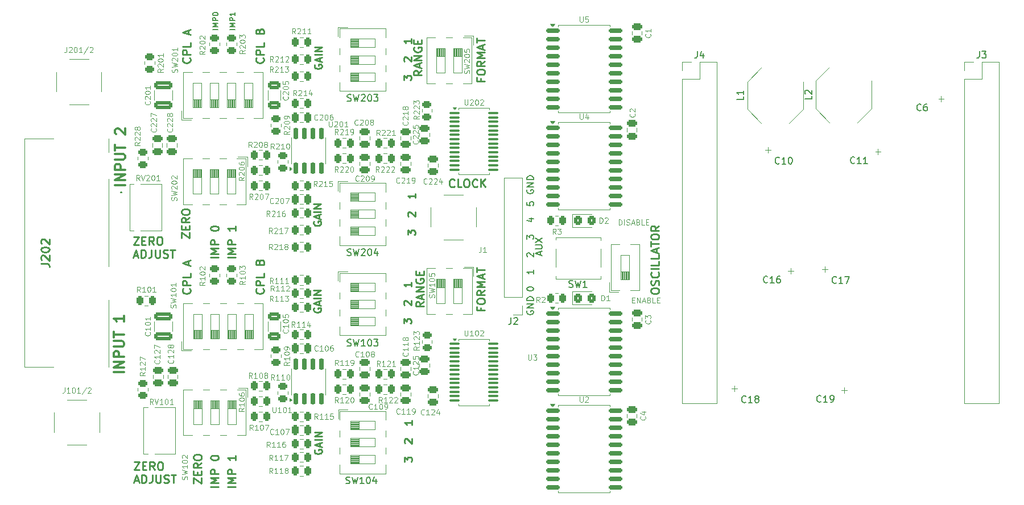
<source format=gto>
G04 #@! TF.GenerationSoftware,KiCad,Pcbnew,8.0.1*
G04 #@! TF.CreationDate,2024-05-23T14:09:47+02:00*
G04 #@! TF.ProjectId,MISRC_v2.1,4d495352-435f-4763-922e-312e6b696361,0.3*
G04 #@! TF.SameCoordinates,Original*
G04 #@! TF.FileFunction,Legend,Top*
G04 #@! TF.FilePolarity,Positive*
%FSLAX46Y46*%
G04 Gerber Fmt 4.6, Leading zero omitted, Abs format (unit mm)*
G04 Created by KiCad (PCBNEW 8.0.1) date 2024-05-23 14:09:47*
%MOMM*%
%LPD*%
G01*
G04 APERTURE LIST*
G04 Aperture macros list*
%AMRoundRect*
0 Rectangle with rounded corners*
0 $1 Rounding radius*
0 $2 $3 $4 $5 $6 $7 $8 $9 X,Y pos of 4 corners*
0 Add a 4 corners polygon primitive as box body*
4,1,4,$2,$3,$4,$5,$6,$7,$8,$9,$2,$3,0*
0 Add four circle primitives for the rounded corners*
1,1,$1+$1,$2,$3*
1,1,$1+$1,$4,$5*
1,1,$1+$1,$6,$7*
1,1,$1+$1,$8,$9*
0 Add four rect primitives between the rounded corners*
20,1,$1+$1,$2,$3,$4,$5,0*
20,1,$1+$1,$4,$5,$6,$7,0*
20,1,$1+$1,$6,$7,$8,$9,0*
20,1,$1+$1,$8,$9,$2,$3,0*%
G04 Aperture macros list end*
%ADD10C,0.250000*%
%ADD11C,0.120000*%
%ADD12C,0.200000*%
%ADD13C,0.300000*%
%ADD14C,0.160000*%
%ADD15C,0.150000*%
%ADD16C,0.254000*%
%ADD17C,0.100000*%
%ADD18C,0.476609*%
%ADD19C,0.434210*%
%ADD20R,1.600000X1.600000*%
%ADD21C,1.600000*%
%ADD22RoundRect,0.250000X-0.475000X0.250000X-0.475000X-0.250000X0.475000X-0.250000X0.475000X0.250000X0*%
%ADD23RoundRect,0.250000X-0.262500X-0.450000X0.262500X-0.450000X0.262500X0.450000X-0.262500X0.450000X0*%
%ADD24R,1.700000X1.700000*%
%ADD25O,1.700000X1.700000*%
%ADD26R,2.440000X1.120000*%
%ADD27C,2.050000*%
%ADD28C,2.250000*%
%ADD29C,3.200000*%
%ADD30RoundRect,0.250000X-0.325000X-0.450000X0.325000X-0.450000X0.325000X0.450000X-0.325000X0.450000X0*%
%ADD31RoundRect,0.250000X1.100000X-0.325000X1.100000X0.325000X-1.100000X0.325000X-1.100000X-0.325000X0*%
%ADD32RoundRect,0.250000X-0.450000X0.262500X-0.450000X-0.262500X0.450000X-0.262500X0.450000X0.262500X0*%
%ADD33RoundRect,0.250000X0.450000X-0.262500X0.450000X0.262500X-0.450000X0.262500X-0.450000X-0.262500X0*%
%ADD34RoundRect,0.250000X0.262500X0.450000X-0.262500X0.450000X-0.262500X-0.450000X0.262500X-0.450000X0*%
%ADD35RoundRect,0.100000X-0.637500X-0.100000X0.637500X-0.100000X0.637500X0.100000X-0.637500X0.100000X0*%
%ADD36RoundRect,0.250000X-0.250000X-0.475000X0.250000X-0.475000X0.250000X0.475000X-0.250000X0.475000X0*%
%ADD37RoundRect,0.150000X-0.875000X-0.150000X0.875000X-0.150000X0.875000X0.150000X-0.875000X0.150000X0*%
%ADD38C,1.440000*%
%ADD39R,3.200000X2.000000*%
%ADD40R,1.120000X2.440000*%
%ADD41RoundRect,0.250000X0.475000X-0.250000X0.475000X0.250000X-0.475000X0.250000X-0.475000X-0.250000X0*%
%ADD42R,2.750000X1.000000*%
%ADD43RoundRect,0.250000X-0.650000X0.325000X-0.650000X-0.325000X0.650000X-0.325000X0.650000X0.325000X0*%
%ADD44C,1.950000*%
%ADD45C,5.175000*%
%ADD46C,2.500000*%
%ADD47C,2.400000*%
%ADD48RoundRect,0.150000X0.150000X-0.725000X0.150000X0.725000X-0.150000X0.725000X-0.150000X-0.725000X0*%
G04 APERTURE END LIST*
D10*
X92042142Y-134423812D02*
X90842142Y-134423812D01*
X92042142Y-133852383D02*
X90842142Y-133852383D01*
X90842142Y-133852383D02*
X91699285Y-133452383D01*
X91699285Y-133452383D02*
X90842142Y-133052383D01*
X90842142Y-133052383D02*
X92042142Y-133052383D01*
X92042142Y-132480954D02*
X90842142Y-132480954D01*
X90842142Y-132480954D02*
X90842142Y-132023811D01*
X90842142Y-132023811D02*
X90899285Y-131909526D01*
X90899285Y-131909526D02*
X90956428Y-131852383D01*
X90956428Y-131852383D02*
X91070714Y-131795240D01*
X91070714Y-131795240D02*
X91242142Y-131795240D01*
X91242142Y-131795240D02*
X91356428Y-131852383D01*
X91356428Y-131852383D02*
X91413571Y-131909526D01*
X91413571Y-131909526D02*
X91470714Y-132023811D01*
X91470714Y-132023811D02*
X91470714Y-132480954D01*
X92042142Y-129738097D02*
X92042142Y-130423811D01*
X92042142Y-130080954D02*
X90842142Y-130080954D01*
X90842142Y-130080954D02*
X91013571Y-130195240D01*
X91013571Y-130195240D02*
X91127857Y-130309525D01*
X91127857Y-130309525D02*
X91185000Y-130423811D01*
X103804761Y-128897431D02*
X103752380Y-129002193D01*
X103752380Y-129002193D02*
X103752380Y-129159336D01*
X103752380Y-129159336D02*
X103804761Y-129316479D01*
X103804761Y-129316479D02*
X103909523Y-129421241D01*
X103909523Y-129421241D02*
X104014285Y-129473622D01*
X104014285Y-129473622D02*
X104223809Y-129526003D01*
X104223809Y-129526003D02*
X104380952Y-129526003D01*
X104380952Y-129526003D02*
X104590476Y-129473622D01*
X104590476Y-129473622D02*
X104695238Y-129421241D01*
X104695238Y-129421241D02*
X104800000Y-129316479D01*
X104800000Y-129316479D02*
X104852380Y-129159336D01*
X104852380Y-129159336D02*
X104852380Y-129054574D01*
X104852380Y-129054574D02*
X104800000Y-128897431D01*
X104800000Y-128897431D02*
X104747619Y-128845050D01*
X104747619Y-128845050D02*
X104380952Y-128845050D01*
X104380952Y-128845050D02*
X104380952Y-129054574D01*
X104538095Y-128426003D02*
X104538095Y-127902193D01*
X104852380Y-128530765D02*
X103752380Y-128164098D01*
X103752380Y-128164098D02*
X104852380Y-127797431D01*
X104852380Y-127430765D02*
X103752380Y-127430765D01*
X104852380Y-126906955D02*
X103752380Y-126906955D01*
X103752380Y-126906955D02*
X104852380Y-126278383D01*
X104852380Y-126278383D02*
X103752380Y-126278383D01*
X117652380Y-96878384D02*
X117652380Y-96197431D01*
X117652380Y-96197431D02*
X118071428Y-96564098D01*
X118071428Y-96564098D02*
X118071428Y-96406955D01*
X118071428Y-96406955D02*
X118123809Y-96302193D01*
X118123809Y-96302193D02*
X118176190Y-96249812D01*
X118176190Y-96249812D02*
X118280952Y-96197431D01*
X118280952Y-96197431D02*
X118542857Y-96197431D01*
X118542857Y-96197431D02*
X118647619Y-96249812D01*
X118647619Y-96249812D02*
X118700000Y-96302193D01*
X118700000Y-96302193D02*
X118752380Y-96406955D01*
X118752380Y-96406955D02*
X118752380Y-96721241D01*
X118752380Y-96721241D02*
X118700000Y-96826003D01*
X118700000Y-96826003D02*
X118647619Y-96878384D01*
X117757142Y-94102194D02*
X117704761Y-94049813D01*
X117704761Y-94049813D02*
X117652380Y-93945051D01*
X117652380Y-93945051D02*
X117652380Y-93683146D01*
X117652380Y-93683146D02*
X117704761Y-93578384D01*
X117704761Y-93578384D02*
X117757142Y-93526003D01*
X117757142Y-93526003D02*
X117861904Y-93473622D01*
X117861904Y-93473622D02*
X117966666Y-93473622D01*
X117966666Y-93473622D02*
X118123809Y-93526003D01*
X118123809Y-93526003D02*
X118752380Y-94154575D01*
X118752380Y-94154575D02*
X118752380Y-93473622D01*
X118752380Y-90749813D02*
X118752380Y-91378385D01*
X118752380Y-91064099D02*
X117652380Y-91064099D01*
X117652380Y-91064099D02*
X117809523Y-91168861D01*
X117809523Y-91168861D02*
X117914285Y-91273623D01*
X117914285Y-91273623D02*
X117966666Y-91378385D01*
D11*
X151069423Y-106576807D02*
X151336089Y-106576807D01*
X151450375Y-106995855D02*
X151069423Y-106995855D01*
X151069423Y-106995855D02*
X151069423Y-106195855D01*
X151069423Y-106195855D02*
X151450375Y-106195855D01*
X151793233Y-106995855D02*
X151793233Y-106195855D01*
X151793233Y-106195855D02*
X152250376Y-106995855D01*
X152250376Y-106995855D02*
X152250376Y-106195855D01*
X152593232Y-106767283D02*
X152974185Y-106767283D01*
X152517042Y-106995855D02*
X152783709Y-106195855D01*
X152783709Y-106195855D02*
X153050375Y-106995855D01*
X153583708Y-106576807D02*
X153697994Y-106614902D01*
X153697994Y-106614902D02*
X153736089Y-106652998D01*
X153736089Y-106652998D02*
X153774185Y-106729188D01*
X153774185Y-106729188D02*
X153774185Y-106843474D01*
X153774185Y-106843474D02*
X153736089Y-106919664D01*
X153736089Y-106919664D02*
X153697994Y-106957760D01*
X153697994Y-106957760D02*
X153621804Y-106995855D01*
X153621804Y-106995855D02*
X153317042Y-106995855D01*
X153317042Y-106995855D02*
X153317042Y-106195855D01*
X153317042Y-106195855D02*
X153583708Y-106195855D01*
X153583708Y-106195855D02*
X153659899Y-106233950D01*
X153659899Y-106233950D02*
X153697994Y-106272045D01*
X153697994Y-106272045D02*
X153736089Y-106348236D01*
X153736089Y-106348236D02*
X153736089Y-106424426D01*
X153736089Y-106424426D02*
X153697994Y-106500617D01*
X153697994Y-106500617D02*
X153659899Y-106538712D01*
X153659899Y-106538712D02*
X153583708Y-106576807D01*
X153583708Y-106576807D02*
X153317042Y-106576807D01*
X154497994Y-106995855D02*
X154117042Y-106995855D01*
X154117042Y-106995855D02*
X154117042Y-106195855D01*
X154764661Y-106576807D02*
X155031327Y-106576807D01*
X155145613Y-106995855D02*
X154764661Y-106995855D01*
X154764661Y-106995855D02*
X154764661Y-106195855D01*
X154764661Y-106195855D02*
X155145613Y-106195855D01*
D10*
X117052380Y-110078384D02*
X117052380Y-109397431D01*
X117052380Y-109397431D02*
X117471428Y-109764098D01*
X117471428Y-109764098D02*
X117471428Y-109606955D01*
X117471428Y-109606955D02*
X117523809Y-109502193D01*
X117523809Y-109502193D02*
X117576190Y-109449812D01*
X117576190Y-109449812D02*
X117680952Y-109397431D01*
X117680952Y-109397431D02*
X117942857Y-109397431D01*
X117942857Y-109397431D02*
X118047619Y-109449812D01*
X118047619Y-109449812D02*
X118100000Y-109502193D01*
X118100000Y-109502193D02*
X118152380Y-109606955D01*
X118152380Y-109606955D02*
X118152380Y-109921241D01*
X118152380Y-109921241D02*
X118100000Y-110026003D01*
X118100000Y-110026003D02*
X118047619Y-110078384D01*
X117157142Y-107302194D02*
X117104761Y-107249813D01*
X117104761Y-107249813D02*
X117052380Y-107145051D01*
X117052380Y-107145051D02*
X117052380Y-106883146D01*
X117052380Y-106883146D02*
X117104761Y-106778384D01*
X117104761Y-106778384D02*
X117157142Y-106726003D01*
X117157142Y-106726003D02*
X117261904Y-106673622D01*
X117261904Y-106673622D02*
X117366666Y-106673622D01*
X117366666Y-106673622D02*
X117523809Y-106726003D01*
X117523809Y-106726003D02*
X118152380Y-107354575D01*
X118152380Y-107354575D02*
X118152380Y-106673622D01*
X118152380Y-103949813D02*
X118152380Y-104578385D01*
X118152380Y-104264099D02*
X117052380Y-104264099D01*
X117052380Y-104264099D02*
X117209523Y-104368861D01*
X117209523Y-104368861D02*
X117314285Y-104473623D01*
X117314285Y-104473623D02*
X117366666Y-104578385D01*
D12*
X137376504Y-99880945D02*
X137376504Y-99404755D01*
X137662219Y-99976183D02*
X136662219Y-99642850D01*
X136662219Y-99642850D02*
X137662219Y-99309517D01*
X136662219Y-98976183D02*
X137471742Y-98976183D01*
X137471742Y-98976183D02*
X137566980Y-98928564D01*
X137566980Y-98928564D02*
X137614600Y-98880945D01*
X137614600Y-98880945D02*
X137662219Y-98785707D01*
X137662219Y-98785707D02*
X137662219Y-98595231D01*
X137662219Y-98595231D02*
X137614600Y-98499993D01*
X137614600Y-98499993D02*
X137566980Y-98452374D01*
X137566980Y-98452374D02*
X137471742Y-98404755D01*
X137471742Y-98404755D02*
X136662219Y-98404755D01*
X136662219Y-98023802D02*
X137662219Y-97357136D01*
X136662219Y-97357136D02*
X137662219Y-98023802D01*
D10*
X85196857Y-70492098D02*
X85254000Y-70549241D01*
X85254000Y-70549241D02*
X85311142Y-70720669D01*
X85311142Y-70720669D02*
X85311142Y-70834955D01*
X85311142Y-70834955D02*
X85254000Y-71006384D01*
X85254000Y-71006384D02*
X85139714Y-71120669D01*
X85139714Y-71120669D02*
X85025428Y-71177812D01*
X85025428Y-71177812D02*
X84796857Y-71234955D01*
X84796857Y-71234955D02*
X84625428Y-71234955D01*
X84625428Y-71234955D02*
X84396857Y-71177812D01*
X84396857Y-71177812D02*
X84282571Y-71120669D01*
X84282571Y-71120669D02*
X84168285Y-71006384D01*
X84168285Y-71006384D02*
X84111142Y-70834955D01*
X84111142Y-70834955D02*
X84111142Y-70720669D01*
X84111142Y-70720669D02*
X84168285Y-70549241D01*
X84168285Y-70549241D02*
X84225428Y-70492098D01*
X85311142Y-69977812D02*
X84111142Y-69977812D01*
X84111142Y-69977812D02*
X84111142Y-69520669D01*
X84111142Y-69520669D02*
X84168285Y-69406384D01*
X84168285Y-69406384D02*
X84225428Y-69349241D01*
X84225428Y-69349241D02*
X84339714Y-69292098D01*
X84339714Y-69292098D02*
X84511142Y-69292098D01*
X84511142Y-69292098D02*
X84625428Y-69349241D01*
X84625428Y-69349241D02*
X84682571Y-69406384D01*
X84682571Y-69406384D02*
X84739714Y-69520669D01*
X84739714Y-69520669D02*
X84739714Y-69977812D01*
X85311142Y-68206384D02*
X85311142Y-68777812D01*
X85311142Y-68777812D02*
X84111142Y-68777812D01*
X84968285Y-66949240D02*
X84968285Y-66377812D01*
X85311142Y-67063526D02*
X84111142Y-66663526D01*
X84111142Y-66663526D02*
X85311142Y-66263526D01*
D13*
X75600828Y-89445489D02*
X74100828Y-89445489D01*
X75600828Y-88731203D02*
X74100828Y-88731203D01*
X74100828Y-88731203D02*
X75600828Y-87874060D01*
X75600828Y-87874060D02*
X74100828Y-87874060D01*
X75600828Y-87159774D02*
X74100828Y-87159774D01*
X74100828Y-87159774D02*
X74100828Y-86588345D01*
X74100828Y-86588345D02*
X74172257Y-86445488D01*
X74172257Y-86445488D02*
X74243685Y-86374059D01*
X74243685Y-86374059D02*
X74386542Y-86302631D01*
X74386542Y-86302631D02*
X74600828Y-86302631D01*
X74600828Y-86302631D02*
X74743685Y-86374059D01*
X74743685Y-86374059D02*
X74815114Y-86445488D01*
X74815114Y-86445488D02*
X74886542Y-86588345D01*
X74886542Y-86588345D02*
X74886542Y-87159774D01*
X74100828Y-85659774D02*
X75315114Y-85659774D01*
X75315114Y-85659774D02*
X75457971Y-85588345D01*
X75457971Y-85588345D02*
X75529400Y-85516917D01*
X75529400Y-85516917D02*
X75600828Y-85374059D01*
X75600828Y-85374059D02*
X75600828Y-85088345D01*
X75600828Y-85088345D02*
X75529400Y-84945488D01*
X75529400Y-84945488D02*
X75457971Y-84874059D01*
X75457971Y-84874059D02*
X75315114Y-84802631D01*
X75315114Y-84802631D02*
X74100828Y-84802631D01*
X74100828Y-84302630D02*
X74100828Y-83445488D01*
X75600828Y-83874059D02*
X74100828Y-83874059D01*
X74243685Y-81874059D02*
X74172257Y-81802631D01*
X74172257Y-81802631D02*
X74100828Y-81659774D01*
X74100828Y-81659774D02*
X74100828Y-81302631D01*
X74100828Y-81302631D02*
X74172257Y-81159774D01*
X74172257Y-81159774D02*
X74243685Y-81088345D01*
X74243685Y-81088345D02*
X74386542Y-81016916D01*
X74386542Y-81016916D02*
X74529400Y-81016916D01*
X74529400Y-81016916D02*
X74743685Y-81088345D01*
X74743685Y-81088345D02*
X75600828Y-81945488D01*
X75600828Y-81945488D02*
X75600828Y-81016916D01*
D12*
X135725552Y-94451755D02*
X136392219Y-94451755D01*
X135344600Y-94689850D02*
X136058885Y-94927945D01*
X136058885Y-94927945D02*
X136058885Y-94308898D01*
D10*
X85762142Y-133903098D02*
X85762142Y-133103098D01*
X85762142Y-133103098D02*
X86962142Y-133903098D01*
X86962142Y-133903098D02*
X86962142Y-133103098D01*
X86333571Y-132645955D02*
X86333571Y-132245955D01*
X86962142Y-132074527D02*
X86962142Y-132645955D01*
X86962142Y-132645955D02*
X85762142Y-132645955D01*
X85762142Y-132645955D02*
X85762142Y-132074527D01*
X86962142Y-130874527D02*
X86390714Y-131274527D01*
X86962142Y-131560241D02*
X85762142Y-131560241D01*
X85762142Y-131560241D02*
X85762142Y-131103098D01*
X85762142Y-131103098D02*
X85819285Y-130988813D01*
X85819285Y-130988813D02*
X85876428Y-130931670D01*
X85876428Y-130931670D02*
X85990714Y-130874527D01*
X85990714Y-130874527D02*
X86162142Y-130874527D01*
X86162142Y-130874527D02*
X86276428Y-130931670D01*
X86276428Y-130931670D02*
X86333571Y-130988813D01*
X86333571Y-130988813D02*
X86390714Y-131103098D01*
X86390714Y-131103098D02*
X86390714Y-131560241D01*
X85762142Y-130131670D02*
X85762142Y-129903098D01*
X85762142Y-129903098D02*
X85819285Y-129788813D01*
X85819285Y-129788813D02*
X85933571Y-129674527D01*
X85933571Y-129674527D02*
X86162142Y-129617384D01*
X86162142Y-129617384D02*
X86562142Y-129617384D01*
X86562142Y-129617384D02*
X86790714Y-129674527D01*
X86790714Y-129674527D02*
X86905000Y-129788813D01*
X86905000Y-129788813D02*
X86962142Y-129903098D01*
X86962142Y-129903098D02*
X86962142Y-130131670D01*
X86962142Y-130131670D02*
X86905000Y-130245956D01*
X86905000Y-130245956D02*
X86790714Y-130360241D01*
X86790714Y-130360241D02*
X86562142Y-130417384D01*
X86562142Y-130417384D02*
X86162142Y-130417384D01*
X86162142Y-130417384D02*
X85933571Y-130360241D01*
X85933571Y-130360241D02*
X85819285Y-130245956D01*
X85819285Y-130245956D02*
X85762142Y-130131670D01*
D13*
X75400828Y-117345489D02*
X73900828Y-117345489D01*
X75400828Y-116631203D02*
X73900828Y-116631203D01*
X73900828Y-116631203D02*
X75400828Y-115774060D01*
X75400828Y-115774060D02*
X73900828Y-115774060D01*
X75400828Y-115059774D02*
X73900828Y-115059774D01*
X73900828Y-115059774D02*
X73900828Y-114488345D01*
X73900828Y-114488345D02*
X73972257Y-114345488D01*
X73972257Y-114345488D02*
X74043685Y-114274059D01*
X74043685Y-114274059D02*
X74186542Y-114202631D01*
X74186542Y-114202631D02*
X74400828Y-114202631D01*
X74400828Y-114202631D02*
X74543685Y-114274059D01*
X74543685Y-114274059D02*
X74615114Y-114345488D01*
X74615114Y-114345488D02*
X74686542Y-114488345D01*
X74686542Y-114488345D02*
X74686542Y-115059774D01*
X73900828Y-113559774D02*
X75115114Y-113559774D01*
X75115114Y-113559774D02*
X75257971Y-113488345D01*
X75257971Y-113488345D02*
X75329400Y-113416917D01*
X75329400Y-113416917D02*
X75400828Y-113274059D01*
X75400828Y-113274059D02*
X75400828Y-112988345D01*
X75400828Y-112988345D02*
X75329400Y-112845488D01*
X75329400Y-112845488D02*
X75257971Y-112774059D01*
X75257971Y-112774059D02*
X75115114Y-112702631D01*
X75115114Y-112702631D02*
X73900828Y-112702631D01*
X73900828Y-112202630D02*
X73900828Y-111345488D01*
X75400828Y-111774059D02*
X73900828Y-111774059D01*
X75400828Y-108916916D02*
X75400828Y-109774059D01*
X75400828Y-109345488D02*
X73900828Y-109345488D01*
X73900828Y-109345488D02*
X74115114Y-109488345D01*
X74115114Y-109488345D02*
X74257971Y-109631202D01*
X74257971Y-109631202D02*
X74329400Y-109774059D01*
D10*
X92042142Y-100260812D02*
X90842142Y-100260812D01*
X92042142Y-99689383D02*
X90842142Y-99689383D01*
X90842142Y-99689383D02*
X91699285Y-99289383D01*
X91699285Y-99289383D02*
X90842142Y-98889383D01*
X90842142Y-98889383D02*
X92042142Y-98889383D01*
X92042142Y-98317954D02*
X90842142Y-98317954D01*
X90842142Y-98317954D02*
X90842142Y-97860811D01*
X90842142Y-97860811D02*
X90899285Y-97746526D01*
X90899285Y-97746526D02*
X90956428Y-97689383D01*
X90956428Y-97689383D02*
X91070714Y-97632240D01*
X91070714Y-97632240D02*
X91242142Y-97632240D01*
X91242142Y-97632240D02*
X91356428Y-97689383D01*
X91356428Y-97689383D02*
X91413571Y-97746526D01*
X91413571Y-97746526D02*
X91470714Y-97860811D01*
X91470714Y-97860811D02*
X91470714Y-98317954D01*
X92042142Y-95575097D02*
X92042142Y-96260811D01*
X92042142Y-95917954D02*
X90842142Y-95917954D01*
X90842142Y-95917954D02*
X91013571Y-96032240D01*
X91013571Y-96032240D02*
X91127857Y-96146525D01*
X91127857Y-96146525D02*
X91185000Y-96260811D01*
D12*
X135392219Y-104976850D02*
X135392219Y-104881612D01*
X135392219Y-104881612D02*
X135439838Y-104786374D01*
X135439838Y-104786374D02*
X135487457Y-104738755D01*
X135487457Y-104738755D02*
X135582695Y-104691136D01*
X135582695Y-104691136D02*
X135773171Y-104643517D01*
X135773171Y-104643517D02*
X136011266Y-104643517D01*
X136011266Y-104643517D02*
X136201742Y-104691136D01*
X136201742Y-104691136D02*
X136296980Y-104738755D01*
X136296980Y-104738755D02*
X136344600Y-104786374D01*
X136344600Y-104786374D02*
X136392219Y-104881612D01*
X136392219Y-104881612D02*
X136392219Y-104976850D01*
X136392219Y-104976850D02*
X136344600Y-105072088D01*
X136344600Y-105072088D02*
X136296980Y-105119707D01*
X136296980Y-105119707D02*
X136201742Y-105167326D01*
X136201742Y-105167326D02*
X136011266Y-105214945D01*
X136011266Y-105214945D02*
X135773171Y-105214945D01*
X135773171Y-105214945D02*
X135582695Y-105167326D01*
X135582695Y-105167326D02*
X135487457Y-105119707D01*
X135487457Y-105119707D02*
X135439838Y-105072088D01*
X135439838Y-105072088D02*
X135392219Y-104976850D01*
D14*
X89428775Y-66252260D02*
X88628775Y-66252260D01*
X89428775Y-65871308D02*
X88628775Y-65871308D01*
X88628775Y-65871308D02*
X89200203Y-65604642D01*
X89200203Y-65604642D02*
X88628775Y-65337975D01*
X88628775Y-65337975D02*
X89428775Y-65337975D01*
X89428775Y-64957022D02*
X88628775Y-64957022D01*
X88628775Y-64957022D02*
X88628775Y-64652260D01*
X88628775Y-64652260D02*
X88666870Y-64576070D01*
X88666870Y-64576070D02*
X88704965Y-64537975D01*
X88704965Y-64537975D02*
X88781156Y-64499879D01*
X88781156Y-64499879D02*
X88895441Y-64499879D01*
X88895441Y-64499879D02*
X88971632Y-64537975D01*
X88971632Y-64537975D02*
X89009727Y-64576070D01*
X89009727Y-64576070D02*
X89047822Y-64652260D01*
X89047822Y-64652260D02*
X89047822Y-64957022D01*
X88628775Y-64004641D02*
X88628775Y-63928451D01*
X88628775Y-63928451D02*
X88666870Y-63852260D01*
X88666870Y-63852260D02*
X88704965Y-63814165D01*
X88704965Y-63814165D02*
X88781156Y-63776070D01*
X88781156Y-63776070D02*
X88933537Y-63737975D01*
X88933537Y-63737975D02*
X89124013Y-63737975D01*
X89124013Y-63737975D02*
X89276394Y-63776070D01*
X89276394Y-63776070D02*
X89352584Y-63814165D01*
X89352584Y-63814165D02*
X89390680Y-63852260D01*
X89390680Y-63852260D02*
X89428775Y-63928451D01*
X89428775Y-63928451D02*
X89428775Y-64004641D01*
X89428775Y-64004641D02*
X89390680Y-64080832D01*
X89390680Y-64080832D02*
X89352584Y-64118927D01*
X89352584Y-64118927D02*
X89276394Y-64157022D01*
X89276394Y-64157022D02*
X89124013Y-64195118D01*
X89124013Y-64195118D02*
X88933537Y-64195118D01*
X88933537Y-64195118D02*
X88781156Y-64157022D01*
X88781156Y-64157022D02*
X88704965Y-64118927D01*
X88704965Y-64118927D02*
X88666870Y-64080832D01*
X88666870Y-64080832D02*
X88628775Y-64004641D01*
D10*
X103704761Y-107797431D02*
X103652380Y-107902193D01*
X103652380Y-107902193D02*
X103652380Y-108059336D01*
X103652380Y-108059336D02*
X103704761Y-108216479D01*
X103704761Y-108216479D02*
X103809523Y-108321241D01*
X103809523Y-108321241D02*
X103914285Y-108373622D01*
X103914285Y-108373622D02*
X104123809Y-108426003D01*
X104123809Y-108426003D02*
X104280952Y-108426003D01*
X104280952Y-108426003D02*
X104490476Y-108373622D01*
X104490476Y-108373622D02*
X104595238Y-108321241D01*
X104595238Y-108321241D02*
X104700000Y-108216479D01*
X104700000Y-108216479D02*
X104752380Y-108059336D01*
X104752380Y-108059336D02*
X104752380Y-107954574D01*
X104752380Y-107954574D02*
X104700000Y-107797431D01*
X104700000Y-107797431D02*
X104647619Y-107745050D01*
X104647619Y-107745050D02*
X104280952Y-107745050D01*
X104280952Y-107745050D02*
X104280952Y-107954574D01*
X104438095Y-107326003D02*
X104438095Y-106802193D01*
X104752380Y-107430765D02*
X103652380Y-107064098D01*
X103652380Y-107064098D02*
X104752380Y-106697431D01*
X104752380Y-106330765D02*
X103652380Y-106330765D01*
X104752380Y-105806955D02*
X103652380Y-105806955D01*
X103652380Y-105806955D02*
X104752380Y-105178383D01*
X104752380Y-105178383D02*
X103652380Y-105178383D01*
X117152380Y-130678384D02*
X117152380Y-129997431D01*
X117152380Y-129997431D02*
X117571428Y-130364098D01*
X117571428Y-130364098D02*
X117571428Y-130206955D01*
X117571428Y-130206955D02*
X117623809Y-130102193D01*
X117623809Y-130102193D02*
X117676190Y-130049812D01*
X117676190Y-130049812D02*
X117780952Y-129997431D01*
X117780952Y-129997431D02*
X118042857Y-129997431D01*
X118042857Y-129997431D02*
X118147619Y-130049812D01*
X118147619Y-130049812D02*
X118200000Y-130102193D01*
X118200000Y-130102193D02*
X118252380Y-130206955D01*
X118252380Y-130206955D02*
X118252380Y-130521241D01*
X118252380Y-130521241D02*
X118200000Y-130626003D01*
X118200000Y-130626003D02*
X118147619Y-130678384D01*
X117257142Y-127902194D02*
X117204761Y-127849813D01*
X117204761Y-127849813D02*
X117152380Y-127745051D01*
X117152380Y-127745051D02*
X117152380Y-127483146D01*
X117152380Y-127483146D02*
X117204761Y-127378384D01*
X117204761Y-127378384D02*
X117257142Y-127326003D01*
X117257142Y-127326003D02*
X117361904Y-127273622D01*
X117361904Y-127273622D02*
X117466666Y-127273622D01*
X117466666Y-127273622D02*
X117623809Y-127326003D01*
X117623809Y-127326003D02*
X118252380Y-127954575D01*
X118252380Y-127954575D02*
X118252380Y-127273622D01*
X118252380Y-124549813D02*
X118252380Y-125178385D01*
X118252380Y-124864099D02*
X117152380Y-124864099D01*
X117152380Y-124864099D02*
X117309523Y-124968861D01*
X117309523Y-124968861D02*
X117414285Y-125073623D01*
X117414285Y-125073623D02*
X117466666Y-125178385D01*
D12*
X135439838Y-108199517D02*
X135392219Y-108294755D01*
X135392219Y-108294755D02*
X135392219Y-108437612D01*
X135392219Y-108437612D02*
X135439838Y-108580469D01*
X135439838Y-108580469D02*
X135535076Y-108675707D01*
X135535076Y-108675707D02*
X135630314Y-108723326D01*
X135630314Y-108723326D02*
X135820790Y-108770945D01*
X135820790Y-108770945D02*
X135963647Y-108770945D01*
X135963647Y-108770945D02*
X136154123Y-108723326D01*
X136154123Y-108723326D02*
X136249361Y-108675707D01*
X136249361Y-108675707D02*
X136344600Y-108580469D01*
X136344600Y-108580469D02*
X136392219Y-108437612D01*
X136392219Y-108437612D02*
X136392219Y-108342374D01*
X136392219Y-108342374D02*
X136344600Y-108199517D01*
X136344600Y-108199517D02*
X136296980Y-108151898D01*
X136296980Y-108151898D02*
X135963647Y-108151898D01*
X135963647Y-108151898D02*
X135963647Y-108342374D01*
X136392219Y-107723326D02*
X135392219Y-107723326D01*
X135392219Y-107723326D02*
X136392219Y-107151898D01*
X136392219Y-107151898D02*
X135392219Y-107151898D01*
X136392219Y-106675707D02*
X135392219Y-106675707D01*
X135392219Y-106675707D02*
X135392219Y-106437612D01*
X135392219Y-106437612D02*
X135439838Y-106294755D01*
X135439838Y-106294755D02*
X135535076Y-106199517D01*
X135535076Y-106199517D02*
X135630314Y-106151898D01*
X135630314Y-106151898D02*
X135820790Y-106104279D01*
X135820790Y-106104279D02*
X135963647Y-106104279D01*
X135963647Y-106104279D02*
X136154123Y-106151898D01*
X136154123Y-106151898D02*
X136249361Y-106199517D01*
X136249361Y-106199517D02*
X136344600Y-106294755D01*
X136344600Y-106294755D02*
X136392219Y-106437612D01*
X136392219Y-106437612D02*
X136392219Y-106675707D01*
D10*
X96118857Y-104909098D02*
X96176000Y-104966241D01*
X96176000Y-104966241D02*
X96233142Y-105137669D01*
X96233142Y-105137669D02*
X96233142Y-105251955D01*
X96233142Y-105251955D02*
X96176000Y-105423384D01*
X96176000Y-105423384D02*
X96061714Y-105537669D01*
X96061714Y-105537669D02*
X95947428Y-105594812D01*
X95947428Y-105594812D02*
X95718857Y-105651955D01*
X95718857Y-105651955D02*
X95547428Y-105651955D01*
X95547428Y-105651955D02*
X95318857Y-105594812D01*
X95318857Y-105594812D02*
X95204571Y-105537669D01*
X95204571Y-105537669D02*
X95090285Y-105423384D01*
X95090285Y-105423384D02*
X95033142Y-105251955D01*
X95033142Y-105251955D02*
X95033142Y-105137669D01*
X95033142Y-105137669D02*
X95090285Y-104966241D01*
X95090285Y-104966241D02*
X95147428Y-104909098D01*
X96233142Y-104394812D02*
X95033142Y-104394812D01*
X95033142Y-104394812D02*
X95033142Y-103937669D01*
X95033142Y-103937669D02*
X95090285Y-103823384D01*
X95090285Y-103823384D02*
X95147428Y-103766241D01*
X95147428Y-103766241D02*
X95261714Y-103709098D01*
X95261714Y-103709098D02*
X95433142Y-103709098D01*
X95433142Y-103709098D02*
X95547428Y-103766241D01*
X95547428Y-103766241D02*
X95604571Y-103823384D01*
X95604571Y-103823384D02*
X95661714Y-103937669D01*
X95661714Y-103937669D02*
X95661714Y-104394812D01*
X96233142Y-102623384D02*
X96233142Y-103194812D01*
X96233142Y-103194812D02*
X95033142Y-103194812D01*
X95604571Y-100909097D02*
X95661714Y-100737669D01*
X95661714Y-100737669D02*
X95718857Y-100680526D01*
X95718857Y-100680526D02*
X95833142Y-100623383D01*
X95833142Y-100623383D02*
X96004571Y-100623383D01*
X96004571Y-100623383D02*
X96118857Y-100680526D01*
X96118857Y-100680526D02*
X96176000Y-100737669D01*
X96176000Y-100737669D02*
X96233142Y-100851954D01*
X96233142Y-100851954D02*
X96233142Y-101309097D01*
X96233142Y-101309097D02*
X95033142Y-101309097D01*
X95033142Y-101309097D02*
X95033142Y-100909097D01*
X95033142Y-100909097D02*
X95090285Y-100794812D01*
X95090285Y-100794812D02*
X95147428Y-100737669D01*
X95147428Y-100737669D02*
X95261714Y-100680526D01*
X95261714Y-100680526D02*
X95376000Y-100680526D01*
X95376000Y-100680526D02*
X95490285Y-100737669D01*
X95490285Y-100737669D02*
X95547428Y-100794812D01*
X95547428Y-100794812D02*
X95604571Y-100909097D01*
X95604571Y-100909097D02*
X95604571Y-101309097D01*
X89502142Y-134423812D02*
X88302142Y-134423812D01*
X89502142Y-133852383D02*
X88302142Y-133852383D01*
X88302142Y-133852383D02*
X89159285Y-133452383D01*
X89159285Y-133452383D02*
X88302142Y-133052383D01*
X88302142Y-133052383D02*
X89502142Y-133052383D01*
X89502142Y-132480954D02*
X88302142Y-132480954D01*
X88302142Y-132480954D02*
X88302142Y-132023811D01*
X88302142Y-132023811D02*
X88359285Y-131909526D01*
X88359285Y-131909526D02*
X88416428Y-131852383D01*
X88416428Y-131852383D02*
X88530714Y-131795240D01*
X88530714Y-131795240D02*
X88702142Y-131795240D01*
X88702142Y-131795240D02*
X88816428Y-131852383D01*
X88816428Y-131852383D02*
X88873571Y-131909526D01*
X88873571Y-131909526D02*
X88930714Y-132023811D01*
X88930714Y-132023811D02*
X88930714Y-132480954D01*
X88302142Y-130138097D02*
X88302142Y-130023811D01*
X88302142Y-130023811D02*
X88359285Y-129909525D01*
X88359285Y-129909525D02*
X88416428Y-129852383D01*
X88416428Y-129852383D02*
X88530714Y-129795240D01*
X88530714Y-129795240D02*
X88759285Y-129738097D01*
X88759285Y-129738097D02*
X89045000Y-129738097D01*
X89045000Y-129738097D02*
X89273571Y-129795240D01*
X89273571Y-129795240D02*
X89387857Y-129852383D01*
X89387857Y-129852383D02*
X89445000Y-129909525D01*
X89445000Y-129909525D02*
X89502142Y-130023811D01*
X89502142Y-130023811D02*
X89502142Y-130138097D01*
X89502142Y-130138097D02*
X89445000Y-130252383D01*
X89445000Y-130252383D02*
X89387857Y-130309525D01*
X89387857Y-130309525D02*
X89273571Y-130366668D01*
X89273571Y-130366668D02*
X89045000Y-130423811D01*
X89045000Y-130423811D02*
X88759285Y-130423811D01*
X88759285Y-130423811D02*
X88530714Y-130366668D01*
X88530714Y-130366668D02*
X88416428Y-130309525D01*
X88416428Y-130309525D02*
X88359285Y-130252383D01*
X88359285Y-130252383D02*
X88302142Y-130138097D01*
X117052380Y-73778384D02*
X117052380Y-73097431D01*
X117052380Y-73097431D02*
X117471428Y-73464098D01*
X117471428Y-73464098D02*
X117471428Y-73306955D01*
X117471428Y-73306955D02*
X117523809Y-73202193D01*
X117523809Y-73202193D02*
X117576190Y-73149812D01*
X117576190Y-73149812D02*
X117680952Y-73097431D01*
X117680952Y-73097431D02*
X117942857Y-73097431D01*
X117942857Y-73097431D02*
X118047619Y-73149812D01*
X118047619Y-73149812D02*
X118100000Y-73202193D01*
X118100000Y-73202193D02*
X118152380Y-73306955D01*
X118152380Y-73306955D02*
X118152380Y-73621241D01*
X118152380Y-73621241D02*
X118100000Y-73726003D01*
X118100000Y-73726003D02*
X118047619Y-73778384D01*
X117157142Y-71002194D02*
X117104761Y-70949813D01*
X117104761Y-70949813D02*
X117052380Y-70845051D01*
X117052380Y-70845051D02*
X117052380Y-70583146D01*
X117052380Y-70583146D02*
X117104761Y-70478384D01*
X117104761Y-70478384D02*
X117157142Y-70426003D01*
X117157142Y-70426003D02*
X117261904Y-70373622D01*
X117261904Y-70373622D02*
X117366666Y-70373622D01*
X117366666Y-70373622D02*
X117523809Y-70426003D01*
X117523809Y-70426003D02*
X118152380Y-71054575D01*
X118152380Y-71054575D02*
X118152380Y-70373622D01*
X118152380Y-67649813D02*
X118152380Y-68278385D01*
X118152380Y-67964099D02*
X117052380Y-67964099D01*
X117052380Y-67964099D02*
X117209523Y-68068861D01*
X117209523Y-68068861D02*
X117314285Y-68173623D01*
X117314285Y-68173623D02*
X117366666Y-68278385D01*
X103804761Y-71497431D02*
X103752380Y-71602193D01*
X103752380Y-71602193D02*
X103752380Y-71759336D01*
X103752380Y-71759336D02*
X103804761Y-71916479D01*
X103804761Y-71916479D02*
X103909523Y-72021241D01*
X103909523Y-72021241D02*
X104014285Y-72073622D01*
X104014285Y-72073622D02*
X104223809Y-72126003D01*
X104223809Y-72126003D02*
X104380952Y-72126003D01*
X104380952Y-72126003D02*
X104590476Y-72073622D01*
X104590476Y-72073622D02*
X104695238Y-72021241D01*
X104695238Y-72021241D02*
X104800000Y-71916479D01*
X104800000Y-71916479D02*
X104852380Y-71759336D01*
X104852380Y-71759336D02*
X104852380Y-71654574D01*
X104852380Y-71654574D02*
X104800000Y-71497431D01*
X104800000Y-71497431D02*
X104747619Y-71445050D01*
X104747619Y-71445050D02*
X104380952Y-71445050D01*
X104380952Y-71445050D02*
X104380952Y-71654574D01*
X104538095Y-71026003D02*
X104538095Y-70502193D01*
X104852380Y-71130765D02*
X103752380Y-70764098D01*
X103752380Y-70764098D02*
X104852380Y-70397431D01*
X104852380Y-70030765D02*
X103752380Y-70030765D01*
X104852380Y-69506955D02*
X103752380Y-69506955D01*
X103752380Y-69506955D02*
X104852380Y-68878383D01*
X104852380Y-68878383D02*
X103752380Y-68878383D01*
X124579901Y-89641857D02*
X124522758Y-89699000D01*
X124522758Y-89699000D02*
X124351330Y-89756142D01*
X124351330Y-89756142D02*
X124237044Y-89756142D01*
X124237044Y-89756142D02*
X124065615Y-89699000D01*
X124065615Y-89699000D02*
X123951330Y-89584714D01*
X123951330Y-89584714D02*
X123894187Y-89470428D01*
X123894187Y-89470428D02*
X123837044Y-89241857D01*
X123837044Y-89241857D02*
X123837044Y-89070428D01*
X123837044Y-89070428D02*
X123894187Y-88841857D01*
X123894187Y-88841857D02*
X123951330Y-88727571D01*
X123951330Y-88727571D02*
X124065615Y-88613285D01*
X124065615Y-88613285D02*
X124237044Y-88556142D01*
X124237044Y-88556142D02*
X124351330Y-88556142D01*
X124351330Y-88556142D02*
X124522758Y-88613285D01*
X124522758Y-88613285D02*
X124579901Y-88670428D01*
X125665615Y-89756142D02*
X125094187Y-89756142D01*
X125094187Y-89756142D02*
X125094187Y-88556142D01*
X126294187Y-88556142D02*
X126522759Y-88556142D01*
X126522759Y-88556142D02*
X126637044Y-88613285D01*
X126637044Y-88613285D02*
X126751330Y-88727571D01*
X126751330Y-88727571D02*
X126808473Y-88956142D01*
X126808473Y-88956142D02*
X126808473Y-89356142D01*
X126808473Y-89356142D02*
X126751330Y-89584714D01*
X126751330Y-89584714D02*
X126637044Y-89699000D01*
X126637044Y-89699000D02*
X126522759Y-89756142D01*
X126522759Y-89756142D02*
X126294187Y-89756142D01*
X126294187Y-89756142D02*
X126179902Y-89699000D01*
X126179902Y-89699000D02*
X126065616Y-89584714D01*
X126065616Y-89584714D02*
X126008473Y-89356142D01*
X126008473Y-89356142D02*
X126008473Y-88956142D01*
X126008473Y-88956142D02*
X126065616Y-88727571D01*
X126065616Y-88727571D02*
X126179902Y-88613285D01*
X126179902Y-88613285D02*
X126294187Y-88556142D01*
X128008473Y-89641857D02*
X127951330Y-89699000D01*
X127951330Y-89699000D02*
X127779902Y-89756142D01*
X127779902Y-89756142D02*
X127665616Y-89756142D01*
X127665616Y-89756142D02*
X127494187Y-89699000D01*
X127494187Y-89699000D02*
X127379902Y-89584714D01*
X127379902Y-89584714D02*
X127322759Y-89470428D01*
X127322759Y-89470428D02*
X127265616Y-89241857D01*
X127265616Y-89241857D02*
X127265616Y-89070428D01*
X127265616Y-89070428D02*
X127322759Y-88841857D01*
X127322759Y-88841857D02*
X127379902Y-88727571D01*
X127379902Y-88727571D02*
X127494187Y-88613285D01*
X127494187Y-88613285D02*
X127665616Y-88556142D01*
X127665616Y-88556142D02*
X127779902Y-88556142D01*
X127779902Y-88556142D02*
X127951330Y-88613285D01*
X127951330Y-88613285D02*
X128008473Y-88670428D01*
X128522759Y-89756142D02*
X128522759Y-88556142D01*
X129208473Y-89756142D02*
X128694187Y-89070428D01*
X129208473Y-88556142D02*
X128522759Y-89241857D01*
X76935901Y-130708209D02*
X77735901Y-130708209D01*
X77735901Y-130708209D02*
X76935901Y-131908209D01*
X76935901Y-131908209D02*
X77735901Y-131908209D01*
X78193044Y-131279638D02*
X78593044Y-131279638D01*
X78764472Y-131908209D02*
X78193044Y-131908209D01*
X78193044Y-131908209D02*
X78193044Y-130708209D01*
X78193044Y-130708209D02*
X78764472Y-130708209D01*
X79964472Y-131908209D02*
X79564472Y-131336781D01*
X79278758Y-131908209D02*
X79278758Y-130708209D01*
X79278758Y-130708209D02*
X79735901Y-130708209D01*
X79735901Y-130708209D02*
X79850186Y-130765352D01*
X79850186Y-130765352D02*
X79907329Y-130822495D01*
X79907329Y-130822495D02*
X79964472Y-130936781D01*
X79964472Y-130936781D02*
X79964472Y-131108209D01*
X79964472Y-131108209D02*
X79907329Y-131222495D01*
X79907329Y-131222495D02*
X79850186Y-131279638D01*
X79850186Y-131279638D02*
X79735901Y-131336781D01*
X79735901Y-131336781D02*
X79278758Y-131336781D01*
X80707329Y-130708209D02*
X80935901Y-130708209D01*
X80935901Y-130708209D02*
X81050186Y-130765352D01*
X81050186Y-130765352D02*
X81164472Y-130879638D01*
X81164472Y-130879638D02*
X81221615Y-131108209D01*
X81221615Y-131108209D02*
X81221615Y-131508209D01*
X81221615Y-131508209D02*
X81164472Y-131736781D01*
X81164472Y-131736781D02*
X81050186Y-131851067D01*
X81050186Y-131851067D02*
X80935901Y-131908209D01*
X80935901Y-131908209D02*
X80707329Y-131908209D01*
X80707329Y-131908209D02*
X80593044Y-131851067D01*
X80593044Y-131851067D02*
X80478758Y-131736781D01*
X80478758Y-131736781D02*
X80421615Y-131508209D01*
X80421615Y-131508209D02*
X80421615Y-131108209D01*
X80421615Y-131108209D02*
X80478758Y-130879638D01*
X80478758Y-130879638D02*
X80593044Y-130765352D01*
X80593044Y-130765352D02*
X80707329Y-130708209D01*
X76993044Y-133497285D02*
X77564473Y-133497285D01*
X76878758Y-133840142D02*
X77278758Y-132640142D01*
X77278758Y-132640142D02*
X77678758Y-133840142D01*
X78078758Y-133840142D02*
X78078758Y-132640142D01*
X78078758Y-132640142D02*
X78364472Y-132640142D01*
X78364472Y-132640142D02*
X78535901Y-132697285D01*
X78535901Y-132697285D02*
X78650186Y-132811571D01*
X78650186Y-132811571D02*
X78707329Y-132925857D01*
X78707329Y-132925857D02*
X78764472Y-133154428D01*
X78764472Y-133154428D02*
X78764472Y-133325857D01*
X78764472Y-133325857D02*
X78707329Y-133554428D01*
X78707329Y-133554428D02*
X78650186Y-133668714D01*
X78650186Y-133668714D02*
X78535901Y-133783000D01*
X78535901Y-133783000D02*
X78364472Y-133840142D01*
X78364472Y-133840142D02*
X78078758Y-133840142D01*
X79621615Y-132640142D02*
X79621615Y-133497285D01*
X79621615Y-133497285D02*
X79564472Y-133668714D01*
X79564472Y-133668714D02*
X79450186Y-133783000D01*
X79450186Y-133783000D02*
X79278758Y-133840142D01*
X79278758Y-133840142D02*
X79164472Y-133840142D01*
X80193044Y-132640142D02*
X80193044Y-133611571D01*
X80193044Y-133611571D02*
X80250187Y-133725857D01*
X80250187Y-133725857D02*
X80307330Y-133783000D01*
X80307330Y-133783000D02*
X80421615Y-133840142D01*
X80421615Y-133840142D02*
X80650187Y-133840142D01*
X80650187Y-133840142D02*
X80764472Y-133783000D01*
X80764472Y-133783000D02*
X80821615Y-133725857D01*
X80821615Y-133725857D02*
X80878758Y-133611571D01*
X80878758Y-133611571D02*
X80878758Y-132640142D01*
X81393044Y-133783000D02*
X81564473Y-133840142D01*
X81564473Y-133840142D02*
X81850187Y-133840142D01*
X81850187Y-133840142D02*
X81964473Y-133783000D01*
X81964473Y-133783000D02*
X82021615Y-133725857D01*
X82021615Y-133725857D02*
X82078758Y-133611571D01*
X82078758Y-133611571D02*
X82078758Y-133497285D01*
X82078758Y-133497285D02*
X82021615Y-133383000D01*
X82021615Y-133383000D02*
X81964473Y-133325857D01*
X81964473Y-133325857D02*
X81850187Y-133268714D01*
X81850187Y-133268714D02*
X81621615Y-133211571D01*
X81621615Y-133211571D02*
X81507330Y-133154428D01*
X81507330Y-133154428D02*
X81450187Y-133097285D01*
X81450187Y-133097285D02*
X81393044Y-132983000D01*
X81393044Y-132983000D02*
X81393044Y-132868714D01*
X81393044Y-132868714D02*
X81450187Y-132754428D01*
X81450187Y-132754428D02*
X81507330Y-132697285D01*
X81507330Y-132697285D02*
X81621615Y-132640142D01*
X81621615Y-132640142D02*
X81907330Y-132640142D01*
X81907330Y-132640142D02*
X82078758Y-132697285D01*
X82421615Y-132640142D02*
X83107330Y-132640142D01*
X82764472Y-133840142D02*
X82764472Y-132640142D01*
D12*
X135439838Y-90165517D02*
X135392219Y-90260755D01*
X135392219Y-90260755D02*
X135392219Y-90403612D01*
X135392219Y-90403612D02*
X135439838Y-90546469D01*
X135439838Y-90546469D02*
X135535076Y-90641707D01*
X135535076Y-90641707D02*
X135630314Y-90689326D01*
X135630314Y-90689326D02*
X135820790Y-90736945D01*
X135820790Y-90736945D02*
X135963647Y-90736945D01*
X135963647Y-90736945D02*
X136154123Y-90689326D01*
X136154123Y-90689326D02*
X136249361Y-90641707D01*
X136249361Y-90641707D02*
X136344600Y-90546469D01*
X136344600Y-90546469D02*
X136392219Y-90403612D01*
X136392219Y-90403612D02*
X136392219Y-90308374D01*
X136392219Y-90308374D02*
X136344600Y-90165517D01*
X136344600Y-90165517D02*
X136296980Y-90117898D01*
X136296980Y-90117898D02*
X135963647Y-90117898D01*
X135963647Y-90117898D02*
X135963647Y-90308374D01*
X136392219Y-89689326D02*
X135392219Y-89689326D01*
X135392219Y-89689326D02*
X136392219Y-89117898D01*
X136392219Y-89117898D02*
X135392219Y-89117898D01*
X136392219Y-88641707D02*
X135392219Y-88641707D01*
X135392219Y-88641707D02*
X135392219Y-88403612D01*
X135392219Y-88403612D02*
X135439838Y-88260755D01*
X135439838Y-88260755D02*
X135535076Y-88165517D01*
X135535076Y-88165517D02*
X135630314Y-88117898D01*
X135630314Y-88117898D02*
X135820790Y-88070279D01*
X135820790Y-88070279D02*
X135963647Y-88070279D01*
X135963647Y-88070279D02*
X136154123Y-88117898D01*
X136154123Y-88117898D02*
X136249361Y-88165517D01*
X136249361Y-88165517D02*
X136344600Y-88260755D01*
X136344600Y-88260755D02*
X136392219Y-88403612D01*
X136392219Y-88403612D02*
X136392219Y-88641707D01*
D10*
X85196857Y-104909098D02*
X85254000Y-104966241D01*
X85254000Y-104966241D02*
X85311142Y-105137669D01*
X85311142Y-105137669D02*
X85311142Y-105251955D01*
X85311142Y-105251955D02*
X85254000Y-105423384D01*
X85254000Y-105423384D02*
X85139714Y-105537669D01*
X85139714Y-105537669D02*
X85025428Y-105594812D01*
X85025428Y-105594812D02*
X84796857Y-105651955D01*
X84796857Y-105651955D02*
X84625428Y-105651955D01*
X84625428Y-105651955D02*
X84396857Y-105594812D01*
X84396857Y-105594812D02*
X84282571Y-105537669D01*
X84282571Y-105537669D02*
X84168285Y-105423384D01*
X84168285Y-105423384D02*
X84111142Y-105251955D01*
X84111142Y-105251955D02*
X84111142Y-105137669D01*
X84111142Y-105137669D02*
X84168285Y-104966241D01*
X84168285Y-104966241D02*
X84225428Y-104909098D01*
X85311142Y-104394812D02*
X84111142Y-104394812D01*
X84111142Y-104394812D02*
X84111142Y-103937669D01*
X84111142Y-103937669D02*
X84168285Y-103823384D01*
X84168285Y-103823384D02*
X84225428Y-103766241D01*
X84225428Y-103766241D02*
X84339714Y-103709098D01*
X84339714Y-103709098D02*
X84511142Y-103709098D01*
X84511142Y-103709098D02*
X84625428Y-103766241D01*
X84625428Y-103766241D02*
X84682571Y-103823384D01*
X84682571Y-103823384D02*
X84739714Y-103937669D01*
X84739714Y-103937669D02*
X84739714Y-104394812D01*
X85311142Y-102623384D02*
X85311142Y-103194812D01*
X85311142Y-103194812D02*
X84111142Y-103194812D01*
X84968285Y-101366240D02*
X84968285Y-100794812D01*
X85311142Y-101480526D02*
X84111142Y-101080526D01*
X84111142Y-101080526D02*
X85311142Y-100680526D01*
X120040142Y-106864098D02*
X119468714Y-107264098D01*
X120040142Y-107549812D02*
X118840142Y-107549812D01*
X118840142Y-107549812D02*
X118840142Y-107092669D01*
X118840142Y-107092669D02*
X118897285Y-106978384D01*
X118897285Y-106978384D02*
X118954428Y-106921241D01*
X118954428Y-106921241D02*
X119068714Y-106864098D01*
X119068714Y-106864098D02*
X119240142Y-106864098D01*
X119240142Y-106864098D02*
X119354428Y-106921241D01*
X119354428Y-106921241D02*
X119411571Y-106978384D01*
X119411571Y-106978384D02*
X119468714Y-107092669D01*
X119468714Y-107092669D02*
X119468714Y-107549812D01*
X119697285Y-106406955D02*
X119697285Y-105835527D01*
X120040142Y-106521241D02*
X118840142Y-106121241D01*
X118840142Y-106121241D02*
X120040142Y-105721241D01*
X120040142Y-105321241D02*
X118840142Y-105321241D01*
X118840142Y-105321241D02*
X120040142Y-104635527D01*
X120040142Y-104635527D02*
X118840142Y-104635527D01*
X118897285Y-103435527D02*
X118840142Y-103549813D01*
X118840142Y-103549813D02*
X118840142Y-103721241D01*
X118840142Y-103721241D02*
X118897285Y-103892670D01*
X118897285Y-103892670D02*
X119011571Y-104006955D01*
X119011571Y-104006955D02*
X119125857Y-104064098D01*
X119125857Y-104064098D02*
X119354428Y-104121241D01*
X119354428Y-104121241D02*
X119525857Y-104121241D01*
X119525857Y-104121241D02*
X119754428Y-104064098D01*
X119754428Y-104064098D02*
X119868714Y-104006955D01*
X119868714Y-104006955D02*
X119983000Y-103892670D01*
X119983000Y-103892670D02*
X120040142Y-103721241D01*
X120040142Y-103721241D02*
X120040142Y-103606955D01*
X120040142Y-103606955D02*
X119983000Y-103435527D01*
X119983000Y-103435527D02*
X119925857Y-103378384D01*
X119925857Y-103378384D02*
X119525857Y-103378384D01*
X119525857Y-103378384D02*
X119525857Y-103606955D01*
X119411571Y-102864098D02*
X119411571Y-102464098D01*
X120040142Y-102292670D02*
X120040142Y-102864098D01*
X120040142Y-102864098D02*
X118840142Y-102864098D01*
X118840142Y-102864098D02*
X118840142Y-102292670D01*
D12*
X136392219Y-102103517D02*
X136392219Y-102674945D01*
X136392219Y-102389231D02*
X135392219Y-102389231D01*
X135392219Y-102389231D02*
X135535076Y-102484469D01*
X135535076Y-102484469D02*
X135630314Y-102579707D01*
X135630314Y-102579707D02*
X135677933Y-102674945D01*
D10*
X128497571Y-107734812D02*
X128497571Y-108134812D01*
X129126142Y-108134812D02*
X127926142Y-108134812D01*
X127926142Y-108134812D02*
X127926142Y-107563384D01*
X127926142Y-106877670D02*
X127926142Y-106649098D01*
X127926142Y-106649098D02*
X127983285Y-106534813D01*
X127983285Y-106534813D02*
X128097571Y-106420527D01*
X128097571Y-106420527D02*
X128326142Y-106363384D01*
X128326142Y-106363384D02*
X128726142Y-106363384D01*
X128726142Y-106363384D02*
X128954714Y-106420527D01*
X128954714Y-106420527D02*
X129069000Y-106534813D01*
X129069000Y-106534813D02*
X129126142Y-106649098D01*
X129126142Y-106649098D02*
X129126142Y-106877670D01*
X129126142Y-106877670D02*
X129069000Y-106991956D01*
X129069000Y-106991956D02*
X128954714Y-107106241D01*
X128954714Y-107106241D02*
X128726142Y-107163384D01*
X128726142Y-107163384D02*
X128326142Y-107163384D01*
X128326142Y-107163384D02*
X128097571Y-107106241D01*
X128097571Y-107106241D02*
X127983285Y-106991956D01*
X127983285Y-106991956D02*
X127926142Y-106877670D01*
X129126142Y-105163384D02*
X128554714Y-105563384D01*
X129126142Y-105849098D02*
X127926142Y-105849098D01*
X127926142Y-105849098D02*
X127926142Y-105391955D01*
X127926142Y-105391955D02*
X127983285Y-105277670D01*
X127983285Y-105277670D02*
X128040428Y-105220527D01*
X128040428Y-105220527D02*
X128154714Y-105163384D01*
X128154714Y-105163384D02*
X128326142Y-105163384D01*
X128326142Y-105163384D02*
X128440428Y-105220527D01*
X128440428Y-105220527D02*
X128497571Y-105277670D01*
X128497571Y-105277670D02*
X128554714Y-105391955D01*
X128554714Y-105391955D02*
X128554714Y-105849098D01*
X129126142Y-104649098D02*
X127926142Y-104649098D01*
X127926142Y-104649098D02*
X128783285Y-104249098D01*
X128783285Y-104249098D02*
X127926142Y-103849098D01*
X127926142Y-103849098D02*
X129126142Y-103849098D01*
X128783285Y-103334812D02*
X128783285Y-102763384D01*
X129126142Y-103449098D02*
X127926142Y-103049098D01*
X127926142Y-103049098D02*
X129126142Y-102649098D01*
X127926142Y-102420527D02*
X127926142Y-101734813D01*
X129126142Y-102077670D02*
X127926142Y-102077670D01*
X119740142Y-72364098D02*
X119168714Y-72764098D01*
X119740142Y-73049812D02*
X118540142Y-73049812D01*
X118540142Y-73049812D02*
X118540142Y-72592669D01*
X118540142Y-72592669D02*
X118597285Y-72478384D01*
X118597285Y-72478384D02*
X118654428Y-72421241D01*
X118654428Y-72421241D02*
X118768714Y-72364098D01*
X118768714Y-72364098D02*
X118940142Y-72364098D01*
X118940142Y-72364098D02*
X119054428Y-72421241D01*
X119054428Y-72421241D02*
X119111571Y-72478384D01*
X119111571Y-72478384D02*
X119168714Y-72592669D01*
X119168714Y-72592669D02*
X119168714Y-73049812D01*
X119397285Y-71906955D02*
X119397285Y-71335527D01*
X119740142Y-72021241D02*
X118540142Y-71621241D01*
X118540142Y-71621241D02*
X119740142Y-71221241D01*
X119740142Y-70821241D02*
X118540142Y-70821241D01*
X118540142Y-70821241D02*
X119740142Y-70135527D01*
X119740142Y-70135527D02*
X118540142Y-70135527D01*
X118597285Y-68935527D02*
X118540142Y-69049813D01*
X118540142Y-69049813D02*
X118540142Y-69221241D01*
X118540142Y-69221241D02*
X118597285Y-69392670D01*
X118597285Y-69392670D02*
X118711571Y-69506955D01*
X118711571Y-69506955D02*
X118825857Y-69564098D01*
X118825857Y-69564098D02*
X119054428Y-69621241D01*
X119054428Y-69621241D02*
X119225857Y-69621241D01*
X119225857Y-69621241D02*
X119454428Y-69564098D01*
X119454428Y-69564098D02*
X119568714Y-69506955D01*
X119568714Y-69506955D02*
X119683000Y-69392670D01*
X119683000Y-69392670D02*
X119740142Y-69221241D01*
X119740142Y-69221241D02*
X119740142Y-69106955D01*
X119740142Y-69106955D02*
X119683000Y-68935527D01*
X119683000Y-68935527D02*
X119625857Y-68878384D01*
X119625857Y-68878384D02*
X119225857Y-68878384D01*
X119225857Y-68878384D02*
X119225857Y-69106955D01*
X119111571Y-68364098D02*
X119111571Y-67964098D01*
X119740142Y-67792670D02*
X119740142Y-68364098D01*
X119740142Y-68364098D02*
X118540142Y-68364098D01*
X118540142Y-68364098D02*
X118540142Y-67792670D01*
X153840142Y-105321241D02*
X153840142Y-105092669D01*
X153840142Y-105092669D02*
X153897285Y-104978384D01*
X153897285Y-104978384D02*
X154011571Y-104864098D01*
X154011571Y-104864098D02*
X154240142Y-104806955D01*
X154240142Y-104806955D02*
X154640142Y-104806955D01*
X154640142Y-104806955D02*
X154868714Y-104864098D01*
X154868714Y-104864098D02*
X154983000Y-104978384D01*
X154983000Y-104978384D02*
X155040142Y-105092669D01*
X155040142Y-105092669D02*
X155040142Y-105321241D01*
X155040142Y-105321241D02*
X154983000Y-105435527D01*
X154983000Y-105435527D02*
X154868714Y-105549812D01*
X154868714Y-105549812D02*
X154640142Y-105606955D01*
X154640142Y-105606955D02*
X154240142Y-105606955D01*
X154240142Y-105606955D02*
X154011571Y-105549812D01*
X154011571Y-105549812D02*
X153897285Y-105435527D01*
X153897285Y-105435527D02*
X153840142Y-105321241D01*
X154983000Y-104349812D02*
X155040142Y-104178384D01*
X155040142Y-104178384D02*
X155040142Y-103892669D01*
X155040142Y-103892669D02*
X154983000Y-103778384D01*
X154983000Y-103778384D02*
X154925857Y-103721241D01*
X154925857Y-103721241D02*
X154811571Y-103664098D01*
X154811571Y-103664098D02*
X154697285Y-103664098D01*
X154697285Y-103664098D02*
X154583000Y-103721241D01*
X154583000Y-103721241D02*
X154525857Y-103778384D01*
X154525857Y-103778384D02*
X154468714Y-103892669D01*
X154468714Y-103892669D02*
X154411571Y-104121241D01*
X154411571Y-104121241D02*
X154354428Y-104235526D01*
X154354428Y-104235526D02*
X154297285Y-104292669D01*
X154297285Y-104292669D02*
X154183000Y-104349812D01*
X154183000Y-104349812D02*
X154068714Y-104349812D01*
X154068714Y-104349812D02*
X153954428Y-104292669D01*
X153954428Y-104292669D02*
X153897285Y-104235526D01*
X153897285Y-104235526D02*
X153840142Y-104121241D01*
X153840142Y-104121241D02*
X153840142Y-103835526D01*
X153840142Y-103835526D02*
X153897285Y-103664098D01*
X154925857Y-102464098D02*
X154983000Y-102521241D01*
X154983000Y-102521241D02*
X155040142Y-102692669D01*
X155040142Y-102692669D02*
X155040142Y-102806955D01*
X155040142Y-102806955D02*
X154983000Y-102978384D01*
X154983000Y-102978384D02*
X154868714Y-103092669D01*
X154868714Y-103092669D02*
X154754428Y-103149812D01*
X154754428Y-103149812D02*
X154525857Y-103206955D01*
X154525857Y-103206955D02*
X154354428Y-103206955D01*
X154354428Y-103206955D02*
X154125857Y-103149812D01*
X154125857Y-103149812D02*
X154011571Y-103092669D01*
X154011571Y-103092669D02*
X153897285Y-102978384D01*
X153897285Y-102978384D02*
X153840142Y-102806955D01*
X153840142Y-102806955D02*
X153840142Y-102692669D01*
X153840142Y-102692669D02*
X153897285Y-102521241D01*
X153897285Y-102521241D02*
X153954428Y-102464098D01*
X155040142Y-101949812D02*
X153840142Y-101949812D01*
X155040142Y-100806955D02*
X155040142Y-101378383D01*
X155040142Y-101378383D02*
X153840142Y-101378383D01*
X155040142Y-99835526D02*
X155040142Y-100406954D01*
X155040142Y-100406954D02*
X153840142Y-100406954D01*
X154697285Y-99492668D02*
X154697285Y-98921240D01*
X155040142Y-99606954D02*
X153840142Y-99206954D01*
X153840142Y-99206954D02*
X155040142Y-98806954D01*
X153840142Y-98578383D02*
X153840142Y-97892669D01*
X155040142Y-98235526D02*
X153840142Y-98235526D01*
X153840142Y-97264097D02*
X153840142Y-97035525D01*
X153840142Y-97035525D02*
X153897285Y-96921240D01*
X153897285Y-96921240D02*
X154011571Y-96806954D01*
X154011571Y-96806954D02*
X154240142Y-96749811D01*
X154240142Y-96749811D02*
X154640142Y-96749811D01*
X154640142Y-96749811D02*
X154868714Y-96806954D01*
X154868714Y-96806954D02*
X154983000Y-96921240D01*
X154983000Y-96921240D02*
X155040142Y-97035525D01*
X155040142Y-97035525D02*
X155040142Y-97264097D01*
X155040142Y-97264097D02*
X154983000Y-97378383D01*
X154983000Y-97378383D02*
X154868714Y-97492668D01*
X154868714Y-97492668D02*
X154640142Y-97549811D01*
X154640142Y-97549811D02*
X154240142Y-97549811D01*
X154240142Y-97549811D02*
X154011571Y-97492668D01*
X154011571Y-97492668D02*
X153897285Y-97378383D01*
X153897285Y-97378383D02*
X153840142Y-97264097D01*
X155040142Y-95549811D02*
X154468714Y-95949811D01*
X155040142Y-96235525D02*
X153840142Y-96235525D01*
X153840142Y-96235525D02*
X153840142Y-95778382D01*
X153840142Y-95778382D02*
X153897285Y-95664097D01*
X153897285Y-95664097D02*
X153954428Y-95606954D01*
X153954428Y-95606954D02*
X154068714Y-95549811D01*
X154068714Y-95549811D02*
X154240142Y-95549811D01*
X154240142Y-95549811D02*
X154354428Y-95606954D01*
X154354428Y-95606954D02*
X154411571Y-95664097D01*
X154411571Y-95664097D02*
X154468714Y-95778382D01*
X154468714Y-95778382D02*
X154468714Y-96235525D01*
D11*
X149069423Y-95395855D02*
X149069423Y-94595855D01*
X149069423Y-94595855D02*
X149259899Y-94595855D01*
X149259899Y-94595855D02*
X149374185Y-94633950D01*
X149374185Y-94633950D02*
X149450375Y-94710140D01*
X149450375Y-94710140D02*
X149488470Y-94786331D01*
X149488470Y-94786331D02*
X149526566Y-94938712D01*
X149526566Y-94938712D02*
X149526566Y-95052998D01*
X149526566Y-95052998D02*
X149488470Y-95205379D01*
X149488470Y-95205379D02*
X149450375Y-95281569D01*
X149450375Y-95281569D02*
X149374185Y-95357760D01*
X149374185Y-95357760D02*
X149259899Y-95395855D01*
X149259899Y-95395855D02*
X149069423Y-95395855D01*
X149869423Y-95395855D02*
X149869423Y-94595855D01*
X150212279Y-95357760D02*
X150326565Y-95395855D01*
X150326565Y-95395855D02*
X150517041Y-95395855D01*
X150517041Y-95395855D02*
X150593232Y-95357760D01*
X150593232Y-95357760D02*
X150631327Y-95319664D01*
X150631327Y-95319664D02*
X150669422Y-95243474D01*
X150669422Y-95243474D02*
X150669422Y-95167283D01*
X150669422Y-95167283D02*
X150631327Y-95091093D01*
X150631327Y-95091093D02*
X150593232Y-95052998D01*
X150593232Y-95052998D02*
X150517041Y-95014902D01*
X150517041Y-95014902D02*
X150364660Y-94976807D01*
X150364660Y-94976807D02*
X150288470Y-94938712D01*
X150288470Y-94938712D02*
X150250375Y-94900617D01*
X150250375Y-94900617D02*
X150212279Y-94824426D01*
X150212279Y-94824426D02*
X150212279Y-94748236D01*
X150212279Y-94748236D02*
X150250375Y-94672045D01*
X150250375Y-94672045D02*
X150288470Y-94633950D01*
X150288470Y-94633950D02*
X150364660Y-94595855D01*
X150364660Y-94595855D02*
X150555137Y-94595855D01*
X150555137Y-94595855D02*
X150669422Y-94633950D01*
X150974184Y-95167283D02*
X151355137Y-95167283D01*
X150897994Y-95395855D02*
X151164661Y-94595855D01*
X151164661Y-94595855D02*
X151431327Y-95395855D01*
X151964660Y-94976807D02*
X152078946Y-95014902D01*
X152078946Y-95014902D02*
X152117041Y-95052998D01*
X152117041Y-95052998D02*
X152155137Y-95129188D01*
X152155137Y-95129188D02*
X152155137Y-95243474D01*
X152155137Y-95243474D02*
X152117041Y-95319664D01*
X152117041Y-95319664D02*
X152078946Y-95357760D01*
X152078946Y-95357760D02*
X152002756Y-95395855D01*
X152002756Y-95395855D02*
X151697994Y-95395855D01*
X151697994Y-95395855D02*
X151697994Y-94595855D01*
X151697994Y-94595855D02*
X151964660Y-94595855D01*
X151964660Y-94595855D02*
X152040851Y-94633950D01*
X152040851Y-94633950D02*
X152078946Y-94672045D01*
X152078946Y-94672045D02*
X152117041Y-94748236D01*
X152117041Y-94748236D02*
X152117041Y-94824426D01*
X152117041Y-94824426D02*
X152078946Y-94900617D01*
X152078946Y-94900617D02*
X152040851Y-94938712D01*
X152040851Y-94938712D02*
X151964660Y-94976807D01*
X151964660Y-94976807D02*
X151697994Y-94976807D01*
X152878946Y-95395855D02*
X152497994Y-95395855D01*
X152497994Y-95395855D02*
X152497994Y-94595855D01*
X153145613Y-94976807D02*
X153412279Y-94976807D01*
X153526565Y-95395855D02*
X153145613Y-95395855D01*
X153145613Y-95395855D02*
X153145613Y-94595855D01*
X153145613Y-94595855D02*
X153526565Y-94595855D01*
D10*
X89502142Y-100260812D02*
X88302142Y-100260812D01*
X89502142Y-99689383D02*
X88302142Y-99689383D01*
X88302142Y-99689383D02*
X89159285Y-99289383D01*
X89159285Y-99289383D02*
X88302142Y-98889383D01*
X88302142Y-98889383D02*
X89502142Y-98889383D01*
X89502142Y-98317954D02*
X88302142Y-98317954D01*
X88302142Y-98317954D02*
X88302142Y-97860811D01*
X88302142Y-97860811D02*
X88359285Y-97746526D01*
X88359285Y-97746526D02*
X88416428Y-97689383D01*
X88416428Y-97689383D02*
X88530714Y-97632240D01*
X88530714Y-97632240D02*
X88702142Y-97632240D01*
X88702142Y-97632240D02*
X88816428Y-97689383D01*
X88816428Y-97689383D02*
X88873571Y-97746526D01*
X88873571Y-97746526D02*
X88930714Y-97860811D01*
X88930714Y-97860811D02*
X88930714Y-98317954D01*
X88302142Y-95975097D02*
X88302142Y-95860811D01*
X88302142Y-95860811D02*
X88359285Y-95746525D01*
X88359285Y-95746525D02*
X88416428Y-95689383D01*
X88416428Y-95689383D02*
X88530714Y-95632240D01*
X88530714Y-95632240D02*
X88759285Y-95575097D01*
X88759285Y-95575097D02*
X89045000Y-95575097D01*
X89045000Y-95575097D02*
X89273571Y-95632240D01*
X89273571Y-95632240D02*
X89387857Y-95689383D01*
X89387857Y-95689383D02*
X89445000Y-95746525D01*
X89445000Y-95746525D02*
X89502142Y-95860811D01*
X89502142Y-95860811D02*
X89502142Y-95975097D01*
X89502142Y-95975097D02*
X89445000Y-96089383D01*
X89445000Y-96089383D02*
X89387857Y-96146525D01*
X89387857Y-96146525D02*
X89273571Y-96203668D01*
X89273571Y-96203668D02*
X89045000Y-96260811D01*
X89045000Y-96260811D02*
X88759285Y-96260811D01*
X88759285Y-96260811D02*
X88530714Y-96203668D01*
X88530714Y-96203668D02*
X88416428Y-96146525D01*
X88416428Y-96146525D02*
X88359285Y-96089383D01*
X88359285Y-96089383D02*
X88302142Y-95975097D01*
D12*
X135392219Y-91991136D02*
X135392219Y-92467326D01*
X135392219Y-92467326D02*
X135868409Y-92514945D01*
X135868409Y-92514945D02*
X135820790Y-92467326D01*
X135820790Y-92467326D02*
X135773171Y-92372088D01*
X135773171Y-92372088D02*
X135773171Y-92133993D01*
X135773171Y-92133993D02*
X135820790Y-92038755D01*
X135820790Y-92038755D02*
X135868409Y-91991136D01*
X135868409Y-91991136D02*
X135963647Y-91943517D01*
X135963647Y-91943517D02*
X136201742Y-91943517D01*
X136201742Y-91943517D02*
X136296980Y-91991136D01*
X136296980Y-91991136D02*
X136344600Y-92038755D01*
X136344600Y-92038755D02*
X136392219Y-92133993D01*
X136392219Y-92133993D02*
X136392219Y-92372088D01*
X136392219Y-92372088D02*
X136344600Y-92467326D01*
X136344600Y-92467326D02*
X136296980Y-92514945D01*
D10*
X128497571Y-73571812D02*
X128497571Y-73971812D01*
X129126142Y-73971812D02*
X127926142Y-73971812D01*
X127926142Y-73971812D02*
X127926142Y-73400384D01*
X127926142Y-72714670D02*
X127926142Y-72486098D01*
X127926142Y-72486098D02*
X127983285Y-72371813D01*
X127983285Y-72371813D02*
X128097571Y-72257527D01*
X128097571Y-72257527D02*
X128326142Y-72200384D01*
X128326142Y-72200384D02*
X128726142Y-72200384D01*
X128726142Y-72200384D02*
X128954714Y-72257527D01*
X128954714Y-72257527D02*
X129069000Y-72371813D01*
X129069000Y-72371813D02*
X129126142Y-72486098D01*
X129126142Y-72486098D02*
X129126142Y-72714670D01*
X129126142Y-72714670D02*
X129069000Y-72828956D01*
X129069000Y-72828956D02*
X128954714Y-72943241D01*
X128954714Y-72943241D02*
X128726142Y-73000384D01*
X128726142Y-73000384D02*
X128326142Y-73000384D01*
X128326142Y-73000384D02*
X128097571Y-72943241D01*
X128097571Y-72943241D02*
X127983285Y-72828956D01*
X127983285Y-72828956D02*
X127926142Y-72714670D01*
X129126142Y-71000384D02*
X128554714Y-71400384D01*
X129126142Y-71686098D02*
X127926142Y-71686098D01*
X127926142Y-71686098D02*
X127926142Y-71228955D01*
X127926142Y-71228955D02*
X127983285Y-71114670D01*
X127983285Y-71114670D02*
X128040428Y-71057527D01*
X128040428Y-71057527D02*
X128154714Y-71000384D01*
X128154714Y-71000384D02*
X128326142Y-71000384D01*
X128326142Y-71000384D02*
X128440428Y-71057527D01*
X128440428Y-71057527D02*
X128497571Y-71114670D01*
X128497571Y-71114670D02*
X128554714Y-71228955D01*
X128554714Y-71228955D02*
X128554714Y-71686098D01*
X129126142Y-70486098D02*
X127926142Y-70486098D01*
X127926142Y-70486098D02*
X128783285Y-70086098D01*
X128783285Y-70086098D02*
X127926142Y-69686098D01*
X127926142Y-69686098D02*
X129126142Y-69686098D01*
X128783285Y-69171812D02*
X128783285Y-68600384D01*
X129126142Y-69286098D02*
X127926142Y-68886098D01*
X127926142Y-68886098D02*
X129126142Y-68486098D01*
X127926142Y-68257527D02*
X127926142Y-67571813D01*
X129126142Y-67914670D02*
X127926142Y-67914670D01*
X103704761Y-94897431D02*
X103652380Y-95002193D01*
X103652380Y-95002193D02*
X103652380Y-95159336D01*
X103652380Y-95159336D02*
X103704761Y-95316479D01*
X103704761Y-95316479D02*
X103809523Y-95421241D01*
X103809523Y-95421241D02*
X103914285Y-95473622D01*
X103914285Y-95473622D02*
X104123809Y-95526003D01*
X104123809Y-95526003D02*
X104280952Y-95526003D01*
X104280952Y-95526003D02*
X104490476Y-95473622D01*
X104490476Y-95473622D02*
X104595238Y-95421241D01*
X104595238Y-95421241D02*
X104700000Y-95316479D01*
X104700000Y-95316479D02*
X104752380Y-95159336D01*
X104752380Y-95159336D02*
X104752380Y-95054574D01*
X104752380Y-95054574D02*
X104700000Y-94897431D01*
X104700000Y-94897431D02*
X104647619Y-94845050D01*
X104647619Y-94845050D02*
X104280952Y-94845050D01*
X104280952Y-94845050D02*
X104280952Y-95054574D01*
X104438095Y-94426003D02*
X104438095Y-93902193D01*
X104752380Y-94530765D02*
X103652380Y-94164098D01*
X103652380Y-94164098D02*
X104752380Y-93797431D01*
X104752380Y-93430765D02*
X103652380Y-93430765D01*
X104752380Y-92906955D02*
X103652380Y-92906955D01*
X103652380Y-92906955D02*
X104752380Y-92278383D01*
X104752380Y-92278383D02*
X103652380Y-92278383D01*
D14*
X91968775Y-66252260D02*
X91168775Y-66252260D01*
X91968775Y-65871308D02*
X91168775Y-65871308D01*
X91168775Y-65871308D02*
X91740203Y-65604642D01*
X91740203Y-65604642D02*
X91168775Y-65337975D01*
X91168775Y-65337975D02*
X91968775Y-65337975D01*
X91968775Y-64957022D02*
X91168775Y-64957022D01*
X91168775Y-64957022D02*
X91168775Y-64652260D01*
X91168775Y-64652260D02*
X91206870Y-64576070D01*
X91206870Y-64576070D02*
X91244965Y-64537975D01*
X91244965Y-64537975D02*
X91321156Y-64499879D01*
X91321156Y-64499879D02*
X91435441Y-64499879D01*
X91435441Y-64499879D02*
X91511632Y-64537975D01*
X91511632Y-64537975D02*
X91549727Y-64576070D01*
X91549727Y-64576070D02*
X91587822Y-64652260D01*
X91587822Y-64652260D02*
X91587822Y-64957022D01*
X91968775Y-63737975D02*
X91968775Y-64195118D01*
X91968775Y-63966546D02*
X91168775Y-63966546D01*
X91168775Y-63966546D02*
X91283060Y-64042737D01*
X91283060Y-64042737D02*
X91359251Y-64118927D01*
X91359251Y-64118927D02*
X91397346Y-64195118D01*
D10*
X83984142Y-97327098D02*
X83984142Y-96527098D01*
X83984142Y-96527098D02*
X85184142Y-97327098D01*
X85184142Y-97327098D02*
X85184142Y-96527098D01*
X84555571Y-96069955D02*
X84555571Y-95669955D01*
X85184142Y-95498527D02*
X85184142Y-96069955D01*
X85184142Y-96069955D02*
X83984142Y-96069955D01*
X83984142Y-96069955D02*
X83984142Y-95498527D01*
X85184142Y-94298527D02*
X84612714Y-94698527D01*
X85184142Y-94984241D02*
X83984142Y-94984241D01*
X83984142Y-94984241D02*
X83984142Y-94527098D01*
X83984142Y-94527098D02*
X84041285Y-94412813D01*
X84041285Y-94412813D02*
X84098428Y-94355670D01*
X84098428Y-94355670D02*
X84212714Y-94298527D01*
X84212714Y-94298527D02*
X84384142Y-94298527D01*
X84384142Y-94298527D02*
X84498428Y-94355670D01*
X84498428Y-94355670D02*
X84555571Y-94412813D01*
X84555571Y-94412813D02*
X84612714Y-94527098D01*
X84612714Y-94527098D02*
X84612714Y-94984241D01*
X83984142Y-93555670D02*
X83984142Y-93327098D01*
X83984142Y-93327098D02*
X84041285Y-93212813D01*
X84041285Y-93212813D02*
X84155571Y-93098527D01*
X84155571Y-93098527D02*
X84384142Y-93041384D01*
X84384142Y-93041384D02*
X84784142Y-93041384D01*
X84784142Y-93041384D02*
X85012714Y-93098527D01*
X85012714Y-93098527D02*
X85127000Y-93212813D01*
X85127000Y-93212813D02*
X85184142Y-93327098D01*
X85184142Y-93327098D02*
X85184142Y-93555670D01*
X85184142Y-93555670D02*
X85127000Y-93669956D01*
X85127000Y-93669956D02*
X85012714Y-93784241D01*
X85012714Y-93784241D02*
X84784142Y-93841384D01*
X84784142Y-93841384D02*
X84384142Y-93841384D01*
X84384142Y-93841384D02*
X84155571Y-93784241D01*
X84155571Y-93784241D02*
X84041285Y-93669956D01*
X84041285Y-93669956D02*
X83984142Y-93555670D01*
X76835901Y-97158209D02*
X77635901Y-97158209D01*
X77635901Y-97158209D02*
X76835901Y-98358209D01*
X76835901Y-98358209D02*
X77635901Y-98358209D01*
X78093044Y-97729638D02*
X78493044Y-97729638D01*
X78664472Y-98358209D02*
X78093044Y-98358209D01*
X78093044Y-98358209D02*
X78093044Y-97158209D01*
X78093044Y-97158209D02*
X78664472Y-97158209D01*
X79864472Y-98358209D02*
X79464472Y-97786781D01*
X79178758Y-98358209D02*
X79178758Y-97158209D01*
X79178758Y-97158209D02*
X79635901Y-97158209D01*
X79635901Y-97158209D02*
X79750186Y-97215352D01*
X79750186Y-97215352D02*
X79807329Y-97272495D01*
X79807329Y-97272495D02*
X79864472Y-97386781D01*
X79864472Y-97386781D02*
X79864472Y-97558209D01*
X79864472Y-97558209D02*
X79807329Y-97672495D01*
X79807329Y-97672495D02*
X79750186Y-97729638D01*
X79750186Y-97729638D02*
X79635901Y-97786781D01*
X79635901Y-97786781D02*
X79178758Y-97786781D01*
X80607329Y-97158209D02*
X80835901Y-97158209D01*
X80835901Y-97158209D02*
X80950186Y-97215352D01*
X80950186Y-97215352D02*
X81064472Y-97329638D01*
X81064472Y-97329638D02*
X81121615Y-97558209D01*
X81121615Y-97558209D02*
X81121615Y-97958209D01*
X81121615Y-97958209D02*
X81064472Y-98186781D01*
X81064472Y-98186781D02*
X80950186Y-98301067D01*
X80950186Y-98301067D02*
X80835901Y-98358209D01*
X80835901Y-98358209D02*
X80607329Y-98358209D01*
X80607329Y-98358209D02*
X80493044Y-98301067D01*
X80493044Y-98301067D02*
X80378758Y-98186781D01*
X80378758Y-98186781D02*
X80321615Y-97958209D01*
X80321615Y-97958209D02*
X80321615Y-97558209D01*
X80321615Y-97558209D02*
X80378758Y-97329638D01*
X80378758Y-97329638D02*
X80493044Y-97215352D01*
X80493044Y-97215352D02*
X80607329Y-97158209D01*
X76893044Y-99947285D02*
X77464473Y-99947285D01*
X76778758Y-100290142D02*
X77178758Y-99090142D01*
X77178758Y-99090142D02*
X77578758Y-100290142D01*
X77978758Y-100290142D02*
X77978758Y-99090142D01*
X77978758Y-99090142D02*
X78264472Y-99090142D01*
X78264472Y-99090142D02*
X78435901Y-99147285D01*
X78435901Y-99147285D02*
X78550186Y-99261571D01*
X78550186Y-99261571D02*
X78607329Y-99375857D01*
X78607329Y-99375857D02*
X78664472Y-99604428D01*
X78664472Y-99604428D02*
X78664472Y-99775857D01*
X78664472Y-99775857D02*
X78607329Y-100004428D01*
X78607329Y-100004428D02*
X78550186Y-100118714D01*
X78550186Y-100118714D02*
X78435901Y-100233000D01*
X78435901Y-100233000D02*
X78264472Y-100290142D01*
X78264472Y-100290142D02*
X77978758Y-100290142D01*
X79521615Y-99090142D02*
X79521615Y-99947285D01*
X79521615Y-99947285D02*
X79464472Y-100118714D01*
X79464472Y-100118714D02*
X79350186Y-100233000D01*
X79350186Y-100233000D02*
X79178758Y-100290142D01*
X79178758Y-100290142D02*
X79064472Y-100290142D01*
X80093044Y-99090142D02*
X80093044Y-100061571D01*
X80093044Y-100061571D02*
X80150187Y-100175857D01*
X80150187Y-100175857D02*
X80207330Y-100233000D01*
X80207330Y-100233000D02*
X80321615Y-100290142D01*
X80321615Y-100290142D02*
X80550187Y-100290142D01*
X80550187Y-100290142D02*
X80664472Y-100233000D01*
X80664472Y-100233000D02*
X80721615Y-100175857D01*
X80721615Y-100175857D02*
X80778758Y-100061571D01*
X80778758Y-100061571D02*
X80778758Y-99090142D01*
X81293044Y-100233000D02*
X81464473Y-100290142D01*
X81464473Y-100290142D02*
X81750187Y-100290142D01*
X81750187Y-100290142D02*
X81864473Y-100233000D01*
X81864473Y-100233000D02*
X81921615Y-100175857D01*
X81921615Y-100175857D02*
X81978758Y-100061571D01*
X81978758Y-100061571D02*
X81978758Y-99947285D01*
X81978758Y-99947285D02*
X81921615Y-99833000D01*
X81921615Y-99833000D02*
X81864473Y-99775857D01*
X81864473Y-99775857D02*
X81750187Y-99718714D01*
X81750187Y-99718714D02*
X81521615Y-99661571D01*
X81521615Y-99661571D02*
X81407330Y-99604428D01*
X81407330Y-99604428D02*
X81350187Y-99547285D01*
X81350187Y-99547285D02*
X81293044Y-99433000D01*
X81293044Y-99433000D02*
X81293044Y-99318714D01*
X81293044Y-99318714D02*
X81350187Y-99204428D01*
X81350187Y-99204428D02*
X81407330Y-99147285D01*
X81407330Y-99147285D02*
X81521615Y-99090142D01*
X81521615Y-99090142D02*
X81807330Y-99090142D01*
X81807330Y-99090142D02*
X81978758Y-99147285D01*
X82321615Y-99090142D02*
X83007330Y-99090142D01*
X82664472Y-100290142D02*
X82664472Y-99090142D01*
D12*
X135392219Y-97515564D02*
X135392219Y-96896517D01*
X135392219Y-96896517D02*
X135773171Y-97229850D01*
X135773171Y-97229850D02*
X135773171Y-97086993D01*
X135773171Y-97086993D02*
X135820790Y-96991755D01*
X135820790Y-96991755D02*
X135868409Y-96944136D01*
X135868409Y-96944136D02*
X135963647Y-96896517D01*
X135963647Y-96896517D02*
X136201742Y-96896517D01*
X136201742Y-96896517D02*
X136296980Y-96944136D01*
X136296980Y-96944136D02*
X136344600Y-96991755D01*
X136344600Y-96991755D02*
X136392219Y-97086993D01*
X136392219Y-97086993D02*
X136392219Y-97372707D01*
X136392219Y-97372707D02*
X136344600Y-97467945D01*
X136344600Y-97467945D02*
X136296980Y-97515564D01*
X135487457Y-100134945D02*
X135439838Y-100087326D01*
X135439838Y-100087326D02*
X135392219Y-99992088D01*
X135392219Y-99992088D02*
X135392219Y-99753993D01*
X135392219Y-99753993D02*
X135439838Y-99658755D01*
X135439838Y-99658755D02*
X135487457Y-99611136D01*
X135487457Y-99611136D02*
X135582695Y-99563517D01*
X135582695Y-99563517D02*
X135677933Y-99563517D01*
X135677933Y-99563517D02*
X135820790Y-99611136D01*
X135820790Y-99611136D02*
X136392219Y-100182564D01*
X136392219Y-100182564D02*
X136392219Y-99563517D01*
D10*
X96118857Y-70492098D02*
X96176000Y-70549241D01*
X96176000Y-70549241D02*
X96233142Y-70720669D01*
X96233142Y-70720669D02*
X96233142Y-70834955D01*
X96233142Y-70834955D02*
X96176000Y-71006384D01*
X96176000Y-71006384D02*
X96061714Y-71120669D01*
X96061714Y-71120669D02*
X95947428Y-71177812D01*
X95947428Y-71177812D02*
X95718857Y-71234955D01*
X95718857Y-71234955D02*
X95547428Y-71234955D01*
X95547428Y-71234955D02*
X95318857Y-71177812D01*
X95318857Y-71177812D02*
X95204571Y-71120669D01*
X95204571Y-71120669D02*
X95090285Y-71006384D01*
X95090285Y-71006384D02*
X95033142Y-70834955D01*
X95033142Y-70834955D02*
X95033142Y-70720669D01*
X95033142Y-70720669D02*
X95090285Y-70549241D01*
X95090285Y-70549241D02*
X95147428Y-70492098D01*
X96233142Y-69977812D02*
X95033142Y-69977812D01*
X95033142Y-69977812D02*
X95033142Y-69520669D01*
X95033142Y-69520669D02*
X95090285Y-69406384D01*
X95090285Y-69406384D02*
X95147428Y-69349241D01*
X95147428Y-69349241D02*
X95261714Y-69292098D01*
X95261714Y-69292098D02*
X95433142Y-69292098D01*
X95433142Y-69292098D02*
X95547428Y-69349241D01*
X95547428Y-69349241D02*
X95604571Y-69406384D01*
X95604571Y-69406384D02*
X95661714Y-69520669D01*
X95661714Y-69520669D02*
X95661714Y-69977812D01*
X96233142Y-68206384D02*
X96233142Y-68777812D01*
X96233142Y-68777812D02*
X95033142Y-68777812D01*
X95604571Y-66492097D02*
X95661714Y-66320669D01*
X95661714Y-66320669D02*
X95718857Y-66263526D01*
X95718857Y-66263526D02*
X95833142Y-66206383D01*
X95833142Y-66206383D02*
X96004571Y-66206383D01*
X96004571Y-66206383D02*
X96118857Y-66263526D01*
X96118857Y-66263526D02*
X96176000Y-66320669D01*
X96176000Y-66320669D02*
X96233142Y-66434954D01*
X96233142Y-66434954D02*
X96233142Y-66892097D01*
X96233142Y-66892097D02*
X95033142Y-66892097D01*
X95033142Y-66892097D02*
X95033142Y-66492097D01*
X95033142Y-66492097D02*
X95090285Y-66377812D01*
X95090285Y-66377812D02*
X95147428Y-66320669D01*
X95147428Y-66320669D02*
X95261714Y-66263526D01*
X95261714Y-66263526D02*
X95376000Y-66263526D01*
X95376000Y-66263526D02*
X95490285Y-66320669D01*
X95490285Y-66320669D02*
X95547428Y-66377812D01*
X95547428Y-66377812D02*
X95604571Y-66492097D01*
X95604571Y-66492097D02*
X95604571Y-66892097D01*
D15*
X179161142Y-121723580D02*
X179113523Y-121771200D01*
X179113523Y-121771200D02*
X178970666Y-121818819D01*
X178970666Y-121818819D02*
X178875428Y-121818819D01*
X178875428Y-121818819D02*
X178732571Y-121771200D01*
X178732571Y-121771200D02*
X178637333Y-121675961D01*
X178637333Y-121675961D02*
X178589714Y-121580723D01*
X178589714Y-121580723D02*
X178542095Y-121390247D01*
X178542095Y-121390247D02*
X178542095Y-121247390D01*
X178542095Y-121247390D02*
X178589714Y-121056914D01*
X178589714Y-121056914D02*
X178637333Y-120961676D01*
X178637333Y-120961676D02*
X178732571Y-120866438D01*
X178732571Y-120866438D02*
X178875428Y-120818819D01*
X178875428Y-120818819D02*
X178970666Y-120818819D01*
X178970666Y-120818819D02*
X179113523Y-120866438D01*
X179113523Y-120866438D02*
X179161142Y-120914057D01*
X180113523Y-121818819D02*
X179542095Y-121818819D01*
X179827809Y-121818819D02*
X179827809Y-120818819D01*
X179827809Y-120818819D02*
X179732571Y-120961676D01*
X179732571Y-120961676D02*
X179637333Y-121056914D01*
X179637333Y-121056914D02*
X179542095Y-121104533D01*
X180589714Y-121818819D02*
X180780190Y-121818819D01*
X180780190Y-121818819D02*
X180875428Y-121771200D01*
X180875428Y-121771200D02*
X180923047Y-121723580D01*
X180923047Y-121723580D02*
X181018285Y-121580723D01*
X181018285Y-121580723D02*
X181065904Y-121390247D01*
X181065904Y-121390247D02*
X181065904Y-121009295D01*
X181065904Y-121009295D02*
X181018285Y-120914057D01*
X181018285Y-120914057D02*
X180970666Y-120866438D01*
X180970666Y-120866438D02*
X180875428Y-120818819D01*
X180875428Y-120818819D02*
X180684952Y-120818819D01*
X180684952Y-120818819D02*
X180589714Y-120866438D01*
X180589714Y-120866438D02*
X180542095Y-120914057D01*
X180542095Y-120914057D02*
X180494476Y-121009295D01*
X180494476Y-121009295D02*
X180494476Y-121247390D01*
X180494476Y-121247390D02*
X180542095Y-121342628D01*
X180542095Y-121342628D02*
X180589714Y-121390247D01*
X180589714Y-121390247D02*
X180684952Y-121437866D01*
X180684952Y-121437866D02*
X180875428Y-121437866D01*
X180875428Y-121437866D02*
X180970666Y-121390247D01*
X180970666Y-121390247D02*
X181018285Y-121342628D01*
X181018285Y-121342628D02*
X181065904Y-121247390D01*
D11*
X116452762Y-123477664D02*
X116414666Y-123515760D01*
X116414666Y-123515760D02*
X116300381Y-123553855D01*
X116300381Y-123553855D02*
X116224190Y-123553855D01*
X116224190Y-123553855D02*
X116109904Y-123515760D01*
X116109904Y-123515760D02*
X116033714Y-123439569D01*
X116033714Y-123439569D02*
X115995619Y-123363379D01*
X115995619Y-123363379D02*
X115957523Y-123210998D01*
X115957523Y-123210998D02*
X115957523Y-123096712D01*
X115957523Y-123096712D02*
X115995619Y-122944331D01*
X115995619Y-122944331D02*
X116033714Y-122868140D01*
X116033714Y-122868140D02*
X116109904Y-122791950D01*
X116109904Y-122791950D02*
X116224190Y-122753855D01*
X116224190Y-122753855D02*
X116300381Y-122753855D01*
X116300381Y-122753855D02*
X116414666Y-122791950D01*
X116414666Y-122791950D02*
X116452762Y-122830045D01*
X117214666Y-123553855D02*
X116757523Y-123553855D01*
X116986095Y-123553855D02*
X116986095Y-122753855D01*
X116986095Y-122753855D02*
X116909904Y-122868140D01*
X116909904Y-122868140D02*
X116833714Y-122944331D01*
X116833714Y-122944331D02*
X116757523Y-122982426D01*
X117976571Y-123553855D02*
X117519428Y-123553855D01*
X117748000Y-123553855D02*
X117748000Y-122753855D01*
X117748000Y-122753855D02*
X117671809Y-122868140D01*
X117671809Y-122868140D02*
X117595619Y-122944331D01*
X117595619Y-122944331D02*
X117519428Y-122982426D01*
X118357524Y-123553855D02*
X118509905Y-123553855D01*
X118509905Y-123553855D02*
X118586095Y-123515760D01*
X118586095Y-123515760D02*
X118624191Y-123477664D01*
X118624191Y-123477664D02*
X118700381Y-123363379D01*
X118700381Y-123363379D02*
X118738476Y-123210998D01*
X118738476Y-123210998D02*
X118738476Y-122906236D01*
X118738476Y-122906236D02*
X118700381Y-122830045D01*
X118700381Y-122830045D02*
X118662286Y-122791950D01*
X118662286Y-122791950D02*
X118586095Y-122753855D01*
X118586095Y-122753855D02*
X118433714Y-122753855D01*
X118433714Y-122753855D02*
X118357524Y-122791950D01*
X118357524Y-122791950D02*
X118319429Y-122830045D01*
X118319429Y-122830045D02*
X118281333Y-122906236D01*
X118281333Y-122906236D02*
X118281333Y-123096712D01*
X118281333Y-123096712D02*
X118319429Y-123172902D01*
X118319429Y-123172902D02*
X118357524Y-123210998D01*
X118357524Y-123210998D02*
X118433714Y-123249093D01*
X118433714Y-123249093D02*
X118586095Y-123249093D01*
X118586095Y-123249093D02*
X118662286Y-123210998D01*
X118662286Y-123210998D02*
X118700381Y-123172902D01*
X118700381Y-123172902D02*
X118738476Y-123096712D01*
X107308762Y-121863855D02*
X107042095Y-121482902D01*
X106851619Y-121863855D02*
X106851619Y-121063855D01*
X106851619Y-121063855D02*
X107156381Y-121063855D01*
X107156381Y-121063855D02*
X107232571Y-121101950D01*
X107232571Y-121101950D02*
X107270666Y-121140045D01*
X107270666Y-121140045D02*
X107308762Y-121216236D01*
X107308762Y-121216236D02*
X107308762Y-121330521D01*
X107308762Y-121330521D02*
X107270666Y-121406712D01*
X107270666Y-121406712D02*
X107232571Y-121444807D01*
X107232571Y-121444807D02*
X107156381Y-121482902D01*
X107156381Y-121482902D02*
X106851619Y-121482902D01*
X108070666Y-121863855D02*
X107613523Y-121863855D01*
X107842095Y-121863855D02*
X107842095Y-121063855D01*
X107842095Y-121063855D02*
X107765904Y-121178140D01*
X107765904Y-121178140D02*
X107689714Y-121254331D01*
X107689714Y-121254331D02*
X107613523Y-121292426D01*
X108375428Y-121140045D02*
X108413524Y-121101950D01*
X108413524Y-121101950D02*
X108489714Y-121063855D01*
X108489714Y-121063855D02*
X108680190Y-121063855D01*
X108680190Y-121063855D02*
X108756381Y-121101950D01*
X108756381Y-121101950D02*
X108794476Y-121140045D01*
X108794476Y-121140045D02*
X108832571Y-121216236D01*
X108832571Y-121216236D02*
X108832571Y-121292426D01*
X108832571Y-121292426D02*
X108794476Y-121406712D01*
X108794476Y-121406712D02*
X108337333Y-121863855D01*
X108337333Y-121863855D02*
X108832571Y-121863855D01*
X109327810Y-121063855D02*
X109404000Y-121063855D01*
X109404000Y-121063855D02*
X109480191Y-121101950D01*
X109480191Y-121101950D02*
X109518286Y-121140045D01*
X109518286Y-121140045D02*
X109556381Y-121216236D01*
X109556381Y-121216236D02*
X109594476Y-121368617D01*
X109594476Y-121368617D02*
X109594476Y-121559093D01*
X109594476Y-121559093D02*
X109556381Y-121711474D01*
X109556381Y-121711474D02*
X109518286Y-121787664D01*
X109518286Y-121787664D02*
X109480191Y-121825760D01*
X109480191Y-121825760D02*
X109404000Y-121863855D01*
X109404000Y-121863855D02*
X109327810Y-121863855D01*
X109327810Y-121863855D02*
X109251619Y-121825760D01*
X109251619Y-121825760D02*
X109213524Y-121787664D01*
X109213524Y-121787664D02*
X109175429Y-121711474D01*
X109175429Y-121711474D02*
X109137333Y-121559093D01*
X109137333Y-121559093D02*
X109137333Y-121368617D01*
X109137333Y-121368617D02*
X109175429Y-121216236D01*
X109175429Y-121216236D02*
X109213524Y-121140045D01*
X109213524Y-121140045D02*
X109251619Y-121101950D01*
X109251619Y-121101950D02*
X109327810Y-121063855D01*
X110356762Y-114968664D02*
X110318666Y-115006760D01*
X110318666Y-115006760D02*
X110204381Y-115044855D01*
X110204381Y-115044855D02*
X110128190Y-115044855D01*
X110128190Y-115044855D02*
X110013904Y-115006760D01*
X110013904Y-115006760D02*
X109937714Y-114930569D01*
X109937714Y-114930569D02*
X109899619Y-114854379D01*
X109899619Y-114854379D02*
X109861523Y-114701998D01*
X109861523Y-114701998D02*
X109861523Y-114587712D01*
X109861523Y-114587712D02*
X109899619Y-114435331D01*
X109899619Y-114435331D02*
X109937714Y-114359140D01*
X109937714Y-114359140D02*
X110013904Y-114282950D01*
X110013904Y-114282950D02*
X110128190Y-114244855D01*
X110128190Y-114244855D02*
X110204381Y-114244855D01*
X110204381Y-114244855D02*
X110318666Y-114282950D01*
X110318666Y-114282950D02*
X110356762Y-114321045D01*
X111118666Y-115044855D02*
X110661523Y-115044855D01*
X110890095Y-115044855D02*
X110890095Y-114244855D01*
X110890095Y-114244855D02*
X110813904Y-114359140D01*
X110813904Y-114359140D02*
X110737714Y-114435331D01*
X110737714Y-114435331D02*
X110661523Y-114473426D01*
X111613905Y-114244855D02*
X111690095Y-114244855D01*
X111690095Y-114244855D02*
X111766286Y-114282950D01*
X111766286Y-114282950D02*
X111804381Y-114321045D01*
X111804381Y-114321045D02*
X111842476Y-114397236D01*
X111842476Y-114397236D02*
X111880571Y-114549617D01*
X111880571Y-114549617D02*
X111880571Y-114740093D01*
X111880571Y-114740093D02*
X111842476Y-114892474D01*
X111842476Y-114892474D02*
X111804381Y-114968664D01*
X111804381Y-114968664D02*
X111766286Y-115006760D01*
X111766286Y-115006760D02*
X111690095Y-115044855D01*
X111690095Y-115044855D02*
X111613905Y-115044855D01*
X111613905Y-115044855D02*
X111537714Y-115006760D01*
X111537714Y-115006760D02*
X111499619Y-114968664D01*
X111499619Y-114968664D02*
X111461524Y-114892474D01*
X111461524Y-114892474D02*
X111423428Y-114740093D01*
X111423428Y-114740093D02*
X111423428Y-114549617D01*
X111423428Y-114549617D02*
X111461524Y-114397236D01*
X111461524Y-114397236D02*
X111499619Y-114321045D01*
X111499619Y-114321045D02*
X111537714Y-114282950D01*
X111537714Y-114282950D02*
X111613905Y-114244855D01*
X112337714Y-114587712D02*
X112261524Y-114549617D01*
X112261524Y-114549617D02*
X112223429Y-114511521D01*
X112223429Y-114511521D02*
X112185333Y-114435331D01*
X112185333Y-114435331D02*
X112185333Y-114397236D01*
X112185333Y-114397236D02*
X112223429Y-114321045D01*
X112223429Y-114321045D02*
X112261524Y-114282950D01*
X112261524Y-114282950D02*
X112337714Y-114244855D01*
X112337714Y-114244855D02*
X112490095Y-114244855D01*
X112490095Y-114244855D02*
X112566286Y-114282950D01*
X112566286Y-114282950D02*
X112604381Y-114321045D01*
X112604381Y-114321045D02*
X112642476Y-114397236D01*
X112642476Y-114397236D02*
X112642476Y-114435331D01*
X112642476Y-114435331D02*
X112604381Y-114511521D01*
X112604381Y-114511521D02*
X112566286Y-114549617D01*
X112566286Y-114549617D02*
X112490095Y-114587712D01*
X112490095Y-114587712D02*
X112337714Y-114587712D01*
X112337714Y-114587712D02*
X112261524Y-114625807D01*
X112261524Y-114625807D02*
X112223429Y-114663902D01*
X112223429Y-114663902D02*
X112185333Y-114740093D01*
X112185333Y-114740093D02*
X112185333Y-114892474D01*
X112185333Y-114892474D02*
X112223429Y-114968664D01*
X112223429Y-114968664D02*
X112261524Y-115006760D01*
X112261524Y-115006760D02*
X112337714Y-115044855D01*
X112337714Y-115044855D02*
X112490095Y-115044855D01*
X112490095Y-115044855D02*
X112566286Y-115006760D01*
X112566286Y-115006760D02*
X112604381Y-114968664D01*
X112604381Y-114968664D02*
X112642476Y-114892474D01*
X112642476Y-114892474D02*
X112642476Y-114740093D01*
X112642476Y-114740093D02*
X112604381Y-114663902D01*
X112604381Y-114663902D02*
X112566286Y-114625807D01*
X112566286Y-114625807D02*
X112490095Y-114587712D01*
X100945762Y-66887455D02*
X100679095Y-66506502D01*
X100488619Y-66887455D02*
X100488619Y-66087455D01*
X100488619Y-66087455D02*
X100793381Y-66087455D01*
X100793381Y-66087455D02*
X100869571Y-66125550D01*
X100869571Y-66125550D02*
X100907666Y-66163645D01*
X100907666Y-66163645D02*
X100945762Y-66239836D01*
X100945762Y-66239836D02*
X100945762Y-66354121D01*
X100945762Y-66354121D02*
X100907666Y-66430312D01*
X100907666Y-66430312D02*
X100869571Y-66468407D01*
X100869571Y-66468407D02*
X100793381Y-66506502D01*
X100793381Y-66506502D02*
X100488619Y-66506502D01*
X101250523Y-66163645D02*
X101288619Y-66125550D01*
X101288619Y-66125550D02*
X101364809Y-66087455D01*
X101364809Y-66087455D02*
X101555285Y-66087455D01*
X101555285Y-66087455D02*
X101631476Y-66125550D01*
X101631476Y-66125550D02*
X101669571Y-66163645D01*
X101669571Y-66163645D02*
X101707666Y-66239836D01*
X101707666Y-66239836D02*
X101707666Y-66316026D01*
X101707666Y-66316026D02*
X101669571Y-66430312D01*
X101669571Y-66430312D02*
X101212428Y-66887455D01*
X101212428Y-66887455D02*
X101707666Y-66887455D01*
X102469571Y-66887455D02*
X102012428Y-66887455D01*
X102241000Y-66887455D02*
X102241000Y-66087455D01*
X102241000Y-66087455D02*
X102164809Y-66201740D01*
X102164809Y-66201740D02*
X102088619Y-66277931D01*
X102088619Y-66277931D02*
X102012428Y-66316026D01*
X103231476Y-66887455D02*
X102774333Y-66887455D01*
X103002905Y-66887455D02*
X103002905Y-66087455D01*
X103002905Y-66087455D02*
X102926714Y-66201740D01*
X102926714Y-66201740D02*
X102850524Y-66277931D01*
X102850524Y-66277931D02*
X102774333Y-66316026D01*
D15*
X133016666Y-109226819D02*
X133016666Y-109941104D01*
X133016666Y-109941104D02*
X132969047Y-110083961D01*
X132969047Y-110083961D02*
X132873809Y-110179200D01*
X132873809Y-110179200D02*
X132730952Y-110226819D01*
X132730952Y-110226819D02*
X132635714Y-110226819D01*
X133445238Y-109322057D02*
X133492857Y-109274438D01*
X133492857Y-109274438D02*
X133588095Y-109226819D01*
X133588095Y-109226819D02*
X133826190Y-109226819D01*
X133826190Y-109226819D02*
X133921428Y-109274438D01*
X133921428Y-109274438D02*
X133969047Y-109322057D01*
X133969047Y-109322057D02*
X134016666Y-109417295D01*
X134016666Y-109417295D02*
X134016666Y-109512533D01*
X134016666Y-109512533D02*
X133969047Y-109655390D01*
X133969047Y-109655390D02*
X133397619Y-110226819D01*
X133397619Y-110226819D02*
X134016666Y-110226819D01*
X108659286Y-113407200D02*
X108802143Y-113454819D01*
X108802143Y-113454819D02*
X109040238Y-113454819D01*
X109040238Y-113454819D02*
X109135476Y-113407200D01*
X109135476Y-113407200D02*
X109183095Y-113359580D01*
X109183095Y-113359580D02*
X109230714Y-113264342D01*
X109230714Y-113264342D02*
X109230714Y-113169104D01*
X109230714Y-113169104D02*
X109183095Y-113073866D01*
X109183095Y-113073866D02*
X109135476Y-113026247D01*
X109135476Y-113026247D02*
X109040238Y-112978628D01*
X109040238Y-112978628D02*
X108849762Y-112931009D01*
X108849762Y-112931009D02*
X108754524Y-112883390D01*
X108754524Y-112883390D02*
X108706905Y-112835771D01*
X108706905Y-112835771D02*
X108659286Y-112740533D01*
X108659286Y-112740533D02*
X108659286Y-112645295D01*
X108659286Y-112645295D02*
X108706905Y-112550057D01*
X108706905Y-112550057D02*
X108754524Y-112502438D01*
X108754524Y-112502438D02*
X108849762Y-112454819D01*
X108849762Y-112454819D02*
X109087857Y-112454819D01*
X109087857Y-112454819D02*
X109230714Y-112502438D01*
X109564048Y-112454819D02*
X109802143Y-113454819D01*
X109802143Y-113454819D02*
X109992619Y-112740533D01*
X109992619Y-112740533D02*
X110183095Y-113454819D01*
X110183095Y-113454819D02*
X110421191Y-112454819D01*
X111325952Y-113454819D02*
X110754524Y-113454819D01*
X111040238Y-113454819D02*
X111040238Y-112454819D01*
X111040238Y-112454819D02*
X110945000Y-112597676D01*
X110945000Y-112597676D02*
X110849762Y-112692914D01*
X110849762Y-112692914D02*
X110754524Y-112740533D01*
X111945000Y-112454819D02*
X112040238Y-112454819D01*
X112040238Y-112454819D02*
X112135476Y-112502438D01*
X112135476Y-112502438D02*
X112183095Y-112550057D01*
X112183095Y-112550057D02*
X112230714Y-112645295D01*
X112230714Y-112645295D02*
X112278333Y-112835771D01*
X112278333Y-112835771D02*
X112278333Y-113073866D01*
X112278333Y-113073866D02*
X112230714Y-113264342D01*
X112230714Y-113264342D02*
X112183095Y-113359580D01*
X112183095Y-113359580D02*
X112135476Y-113407200D01*
X112135476Y-113407200D02*
X112040238Y-113454819D01*
X112040238Y-113454819D02*
X111945000Y-113454819D01*
X111945000Y-113454819D02*
X111849762Y-113407200D01*
X111849762Y-113407200D02*
X111802143Y-113359580D01*
X111802143Y-113359580D02*
X111754524Y-113264342D01*
X111754524Y-113264342D02*
X111706905Y-113073866D01*
X111706905Y-113073866D02*
X111706905Y-112835771D01*
X111706905Y-112835771D02*
X111754524Y-112645295D01*
X111754524Y-112645295D02*
X111802143Y-112550057D01*
X111802143Y-112550057D02*
X111849762Y-112502438D01*
X111849762Y-112502438D02*
X111945000Y-112454819D01*
X112611667Y-112454819D02*
X113230714Y-112454819D01*
X113230714Y-112454819D02*
X112897381Y-112835771D01*
X112897381Y-112835771D02*
X113040238Y-112835771D01*
X113040238Y-112835771D02*
X113135476Y-112883390D01*
X113135476Y-112883390D02*
X113183095Y-112931009D01*
X113183095Y-112931009D02*
X113230714Y-113026247D01*
X113230714Y-113026247D02*
X113230714Y-113264342D01*
X113230714Y-113264342D02*
X113183095Y-113359580D01*
X113183095Y-113359580D02*
X113135476Y-113407200D01*
X113135476Y-113407200D02*
X113040238Y-113454819D01*
X113040238Y-113454819D02*
X112754524Y-113454819D01*
X112754524Y-113454819D02*
X112659286Y-113407200D01*
X112659286Y-113407200D02*
X112611667Y-113359580D01*
D11*
X97604762Y-72613855D02*
X97338095Y-72232902D01*
X97147619Y-72613855D02*
X97147619Y-71813855D01*
X97147619Y-71813855D02*
X97452381Y-71813855D01*
X97452381Y-71813855D02*
X97528571Y-71851950D01*
X97528571Y-71851950D02*
X97566666Y-71890045D01*
X97566666Y-71890045D02*
X97604762Y-71966236D01*
X97604762Y-71966236D02*
X97604762Y-72080521D01*
X97604762Y-72080521D02*
X97566666Y-72156712D01*
X97566666Y-72156712D02*
X97528571Y-72194807D01*
X97528571Y-72194807D02*
X97452381Y-72232902D01*
X97452381Y-72232902D02*
X97147619Y-72232902D01*
X97909523Y-71890045D02*
X97947619Y-71851950D01*
X97947619Y-71851950D02*
X98023809Y-71813855D01*
X98023809Y-71813855D02*
X98214285Y-71813855D01*
X98214285Y-71813855D02*
X98290476Y-71851950D01*
X98290476Y-71851950D02*
X98328571Y-71890045D01*
X98328571Y-71890045D02*
X98366666Y-71966236D01*
X98366666Y-71966236D02*
X98366666Y-72042426D01*
X98366666Y-72042426D02*
X98328571Y-72156712D01*
X98328571Y-72156712D02*
X97871428Y-72613855D01*
X97871428Y-72613855D02*
X98366666Y-72613855D01*
X99128571Y-72613855D02*
X98671428Y-72613855D01*
X98900000Y-72613855D02*
X98900000Y-71813855D01*
X98900000Y-71813855D02*
X98823809Y-71928140D01*
X98823809Y-71928140D02*
X98747619Y-72004331D01*
X98747619Y-72004331D02*
X98671428Y-72042426D01*
X99395238Y-71813855D02*
X99890476Y-71813855D01*
X99890476Y-71813855D02*
X99623810Y-72118617D01*
X99623810Y-72118617D02*
X99738095Y-72118617D01*
X99738095Y-72118617D02*
X99814286Y-72156712D01*
X99814286Y-72156712D02*
X99852381Y-72194807D01*
X99852381Y-72194807D02*
X99890476Y-72270998D01*
X99890476Y-72270998D02*
X99890476Y-72461474D01*
X99890476Y-72461474D02*
X99852381Y-72537664D01*
X99852381Y-72537664D02*
X99814286Y-72575760D01*
X99814286Y-72575760D02*
X99738095Y-72613855D01*
X99738095Y-72613855D02*
X99509524Y-72613855D01*
X99509524Y-72613855D02*
X99433333Y-72575760D01*
X99433333Y-72575760D02*
X99395238Y-72537664D01*
X66581428Y-119643855D02*
X66581428Y-120215283D01*
X66581428Y-120215283D02*
X66543333Y-120329569D01*
X66543333Y-120329569D02*
X66467142Y-120405760D01*
X66467142Y-120405760D02*
X66352857Y-120443855D01*
X66352857Y-120443855D02*
X66276666Y-120443855D01*
X67381428Y-120443855D02*
X66924285Y-120443855D01*
X67152857Y-120443855D02*
X67152857Y-119643855D01*
X67152857Y-119643855D02*
X67076666Y-119758140D01*
X67076666Y-119758140D02*
X67000476Y-119834331D01*
X67000476Y-119834331D02*
X66924285Y-119872426D01*
X67876667Y-119643855D02*
X67952857Y-119643855D01*
X67952857Y-119643855D02*
X68029048Y-119681950D01*
X68029048Y-119681950D02*
X68067143Y-119720045D01*
X68067143Y-119720045D02*
X68105238Y-119796236D01*
X68105238Y-119796236D02*
X68143333Y-119948617D01*
X68143333Y-119948617D02*
X68143333Y-120139093D01*
X68143333Y-120139093D02*
X68105238Y-120291474D01*
X68105238Y-120291474D02*
X68067143Y-120367664D01*
X68067143Y-120367664D02*
X68029048Y-120405760D01*
X68029048Y-120405760D02*
X67952857Y-120443855D01*
X67952857Y-120443855D02*
X67876667Y-120443855D01*
X67876667Y-120443855D02*
X67800476Y-120405760D01*
X67800476Y-120405760D02*
X67762381Y-120367664D01*
X67762381Y-120367664D02*
X67724286Y-120291474D01*
X67724286Y-120291474D02*
X67686190Y-120139093D01*
X67686190Y-120139093D02*
X67686190Y-119948617D01*
X67686190Y-119948617D02*
X67724286Y-119796236D01*
X67724286Y-119796236D02*
X67762381Y-119720045D01*
X67762381Y-119720045D02*
X67800476Y-119681950D01*
X67800476Y-119681950D02*
X67876667Y-119643855D01*
X68905238Y-120443855D02*
X68448095Y-120443855D01*
X68676667Y-120443855D02*
X68676667Y-119643855D01*
X68676667Y-119643855D02*
X68600476Y-119758140D01*
X68600476Y-119758140D02*
X68524286Y-119834331D01*
X68524286Y-119834331D02*
X68448095Y-119872426D01*
X69819524Y-119605760D02*
X69133810Y-120634331D01*
X70048095Y-119720045D02*
X70086191Y-119681950D01*
X70086191Y-119681950D02*
X70162381Y-119643855D01*
X70162381Y-119643855D02*
X70352857Y-119643855D01*
X70352857Y-119643855D02*
X70429048Y-119681950D01*
X70429048Y-119681950D02*
X70467143Y-119720045D01*
X70467143Y-119720045D02*
X70505238Y-119796236D01*
X70505238Y-119796236D02*
X70505238Y-119872426D01*
X70505238Y-119872426D02*
X70467143Y-119986712D01*
X70467143Y-119986712D02*
X70010000Y-120443855D01*
X70010000Y-120443855D02*
X70505238Y-120443855D01*
X77844762Y-105393855D02*
X77578095Y-105012902D01*
X77387619Y-105393855D02*
X77387619Y-104593855D01*
X77387619Y-104593855D02*
X77692381Y-104593855D01*
X77692381Y-104593855D02*
X77768571Y-104631950D01*
X77768571Y-104631950D02*
X77806666Y-104670045D01*
X77806666Y-104670045D02*
X77844762Y-104746236D01*
X77844762Y-104746236D02*
X77844762Y-104860521D01*
X77844762Y-104860521D02*
X77806666Y-104936712D01*
X77806666Y-104936712D02*
X77768571Y-104974807D01*
X77768571Y-104974807D02*
X77692381Y-105012902D01*
X77692381Y-105012902D02*
X77387619Y-105012902D01*
X78606666Y-105393855D02*
X78149523Y-105393855D01*
X78378095Y-105393855D02*
X78378095Y-104593855D01*
X78378095Y-104593855D02*
X78301904Y-104708140D01*
X78301904Y-104708140D02*
X78225714Y-104784331D01*
X78225714Y-104784331D02*
X78149523Y-104822426D01*
X79101905Y-104593855D02*
X79178095Y-104593855D01*
X79178095Y-104593855D02*
X79254286Y-104631950D01*
X79254286Y-104631950D02*
X79292381Y-104670045D01*
X79292381Y-104670045D02*
X79330476Y-104746236D01*
X79330476Y-104746236D02*
X79368571Y-104898617D01*
X79368571Y-104898617D02*
X79368571Y-105089093D01*
X79368571Y-105089093D02*
X79330476Y-105241474D01*
X79330476Y-105241474D02*
X79292381Y-105317664D01*
X79292381Y-105317664D02*
X79254286Y-105355760D01*
X79254286Y-105355760D02*
X79178095Y-105393855D01*
X79178095Y-105393855D02*
X79101905Y-105393855D01*
X79101905Y-105393855D02*
X79025714Y-105355760D01*
X79025714Y-105355760D02*
X78987619Y-105317664D01*
X78987619Y-105317664D02*
X78949524Y-105241474D01*
X78949524Y-105241474D02*
X78911428Y-105089093D01*
X78911428Y-105089093D02*
X78911428Y-104898617D01*
X78911428Y-104898617D02*
X78949524Y-104746236D01*
X78949524Y-104746236D02*
X78987619Y-104670045D01*
X78987619Y-104670045D02*
X79025714Y-104631950D01*
X79025714Y-104631950D02*
X79101905Y-104593855D01*
X80130476Y-105393855D02*
X79673333Y-105393855D01*
X79901905Y-105393855D02*
X79901905Y-104593855D01*
X79901905Y-104593855D02*
X79825714Y-104708140D01*
X79825714Y-104708140D02*
X79749524Y-104784331D01*
X79749524Y-104784331D02*
X79673333Y-104822426D01*
X146221524Y-95105855D02*
X146221524Y-94305855D01*
X146221524Y-94305855D02*
X146412000Y-94305855D01*
X146412000Y-94305855D02*
X146526286Y-94343950D01*
X146526286Y-94343950D02*
X146602476Y-94420140D01*
X146602476Y-94420140D02*
X146640571Y-94496331D01*
X146640571Y-94496331D02*
X146678667Y-94648712D01*
X146678667Y-94648712D02*
X146678667Y-94762998D01*
X146678667Y-94762998D02*
X146640571Y-94915379D01*
X146640571Y-94915379D02*
X146602476Y-94991569D01*
X146602476Y-94991569D02*
X146526286Y-95067760D01*
X146526286Y-95067760D02*
X146412000Y-95105855D01*
X146412000Y-95105855D02*
X146221524Y-95105855D01*
X146983428Y-94382045D02*
X147021524Y-94343950D01*
X147021524Y-94343950D02*
X147097714Y-94305855D01*
X147097714Y-94305855D02*
X147288190Y-94305855D01*
X147288190Y-94305855D02*
X147364381Y-94343950D01*
X147364381Y-94343950D02*
X147402476Y-94382045D01*
X147402476Y-94382045D02*
X147440571Y-94458236D01*
X147440571Y-94458236D02*
X147440571Y-94534426D01*
X147440571Y-94534426D02*
X147402476Y-94648712D01*
X147402476Y-94648712D02*
X146945333Y-95105855D01*
X146945333Y-95105855D02*
X147440571Y-95105855D01*
X97148762Y-128506855D02*
X96882095Y-128125902D01*
X96691619Y-128506855D02*
X96691619Y-127706855D01*
X96691619Y-127706855D02*
X96996381Y-127706855D01*
X96996381Y-127706855D02*
X97072571Y-127744950D01*
X97072571Y-127744950D02*
X97110666Y-127783045D01*
X97110666Y-127783045D02*
X97148762Y-127859236D01*
X97148762Y-127859236D02*
X97148762Y-127973521D01*
X97148762Y-127973521D02*
X97110666Y-128049712D01*
X97110666Y-128049712D02*
X97072571Y-128087807D01*
X97072571Y-128087807D02*
X96996381Y-128125902D01*
X96996381Y-128125902D02*
X96691619Y-128125902D01*
X97910666Y-128506855D02*
X97453523Y-128506855D01*
X97682095Y-128506855D02*
X97682095Y-127706855D01*
X97682095Y-127706855D02*
X97605904Y-127821140D01*
X97605904Y-127821140D02*
X97529714Y-127897331D01*
X97529714Y-127897331D02*
X97453523Y-127935426D01*
X98672571Y-128506855D02*
X98215428Y-128506855D01*
X98444000Y-128506855D02*
X98444000Y-127706855D01*
X98444000Y-127706855D02*
X98367809Y-127821140D01*
X98367809Y-127821140D02*
X98291619Y-127897331D01*
X98291619Y-127897331D02*
X98215428Y-127935426D01*
X99358286Y-127706855D02*
X99205905Y-127706855D01*
X99205905Y-127706855D02*
X99129714Y-127744950D01*
X99129714Y-127744950D02*
X99091619Y-127783045D01*
X99091619Y-127783045D02*
X99015429Y-127897331D01*
X99015429Y-127897331D02*
X98977333Y-128049712D01*
X98977333Y-128049712D02*
X98977333Y-128354474D01*
X98977333Y-128354474D02*
X99015429Y-128430664D01*
X99015429Y-128430664D02*
X99053524Y-128468760D01*
X99053524Y-128468760D02*
X99129714Y-128506855D01*
X99129714Y-128506855D02*
X99282095Y-128506855D01*
X99282095Y-128506855D02*
X99358286Y-128468760D01*
X99358286Y-128468760D02*
X99396381Y-128430664D01*
X99396381Y-128430664D02*
X99434476Y-128354474D01*
X99434476Y-128354474D02*
X99434476Y-128163998D01*
X99434476Y-128163998D02*
X99396381Y-128087807D01*
X99396381Y-128087807D02*
X99358286Y-128049712D01*
X99358286Y-128049712D02*
X99282095Y-128011617D01*
X99282095Y-128011617D02*
X99129714Y-128011617D01*
X99129714Y-128011617D02*
X99053524Y-128049712D01*
X99053524Y-128049712D02*
X99015429Y-128087807D01*
X99015429Y-128087807D02*
X98977333Y-128163998D01*
D15*
X202739666Y-69514819D02*
X202739666Y-70229104D01*
X202739666Y-70229104D02*
X202692047Y-70371961D01*
X202692047Y-70371961D02*
X202596809Y-70467200D01*
X202596809Y-70467200D02*
X202453952Y-70514819D01*
X202453952Y-70514819D02*
X202358714Y-70514819D01*
X203120619Y-69514819D02*
X203739666Y-69514819D01*
X203739666Y-69514819D02*
X203406333Y-69895771D01*
X203406333Y-69895771D02*
X203549190Y-69895771D01*
X203549190Y-69895771D02*
X203644428Y-69943390D01*
X203644428Y-69943390D02*
X203692047Y-69991009D01*
X203692047Y-69991009D02*
X203739666Y-70086247D01*
X203739666Y-70086247D02*
X203739666Y-70324342D01*
X203739666Y-70324342D02*
X203692047Y-70419580D01*
X203692047Y-70419580D02*
X203644428Y-70467200D01*
X203644428Y-70467200D02*
X203549190Y-70514819D01*
X203549190Y-70514819D02*
X203263476Y-70514819D01*
X203263476Y-70514819D02*
X203168238Y-70467200D01*
X203168238Y-70467200D02*
X203120619Y-70419580D01*
D11*
X79267664Y-111385237D02*
X79305760Y-111423333D01*
X79305760Y-111423333D02*
X79343855Y-111537618D01*
X79343855Y-111537618D02*
X79343855Y-111613809D01*
X79343855Y-111613809D02*
X79305760Y-111728095D01*
X79305760Y-111728095D02*
X79229569Y-111804285D01*
X79229569Y-111804285D02*
X79153379Y-111842380D01*
X79153379Y-111842380D02*
X79000998Y-111880476D01*
X79000998Y-111880476D02*
X78886712Y-111880476D01*
X78886712Y-111880476D02*
X78734331Y-111842380D01*
X78734331Y-111842380D02*
X78658140Y-111804285D01*
X78658140Y-111804285D02*
X78581950Y-111728095D01*
X78581950Y-111728095D02*
X78543855Y-111613809D01*
X78543855Y-111613809D02*
X78543855Y-111537618D01*
X78543855Y-111537618D02*
X78581950Y-111423333D01*
X78581950Y-111423333D02*
X78620045Y-111385237D01*
X79343855Y-110623333D02*
X79343855Y-111080476D01*
X79343855Y-110851904D02*
X78543855Y-110851904D01*
X78543855Y-110851904D02*
X78658140Y-110928095D01*
X78658140Y-110928095D02*
X78734331Y-111004285D01*
X78734331Y-111004285D02*
X78772426Y-111080476D01*
X78543855Y-110128094D02*
X78543855Y-110051904D01*
X78543855Y-110051904D02*
X78581950Y-109975713D01*
X78581950Y-109975713D02*
X78620045Y-109937618D01*
X78620045Y-109937618D02*
X78696236Y-109899523D01*
X78696236Y-109899523D02*
X78848617Y-109861428D01*
X78848617Y-109861428D02*
X79039093Y-109861428D01*
X79039093Y-109861428D02*
X79191474Y-109899523D01*
X79191474Y-109899523D02*
X79267664Y-109937618D01*
X79267664Y-109937618D02*
X79305760Y-109975713D01*
X79305760Y-109975713D02*
X79343855Y-110051904D01*
X79343855Y-110051904D02*
X79343855Y-110128094D01*
X79343855Y-110128094D02*
X79305760Y-110204285D01*
X79305760Y-110204285D02*
X79267664Y-110242380D01*
X79267664Y-110242380D02*
X79191474Y-110280475D01*
X79191474Y-110280475D02*
X79039093Y-110318571D01*
X79039093Y-110318571D02*
X78848617Y-110318571D01*
X78848617Y-110318571D02*
X78696236Y-110280475D01*
X78696236Y-110280475D02*
X78620045Y-110242380D01*
X78620045Y-110242380D02*
X78581950Y-110204285D01*
X78581950Y-110204285D02*
X78543855Y-110128094D01*
X79343855Y-109099523D02*
X79343855Y-109556666D01*
X79343855Y-109328094D02*
X78543855Y-109328094D01*
X78543855Y-109328094D02*
X78658140Y-109404285D01*
X78658140Y-109404285D02*
X78734331Y-109480475D01*
X78734331Y-109480475D02*
X78772426Y-109556666D01*
X100044855Y-81413237D02*
X99663902Y-81679904D01*
X100044855Y-81870380D02*
X99244855Y-81870380D01*
X99244855Y-81870380D02*
X99244855Y-81565618D01*
X99244855Y-81565618D02*
X99282950Y-81489428D01*
X99282950Y-81489428D02*
X99321045Y-81451333D01*
X99321045Y-81451333D02*
X99397236Y-81413237D01*
X99397236Y-81413237D02*
X99511521Y-81413237D01*
X99511521Y-81413237D02*
X99587712Y-81451333D01*
X99587712Y-81451333D02*
X99625807Y-81489428D01*
X99625807Y-81489428D02*
X99663902Y-81565618D01*
X99663902Y-81565618D02*
X99663902Y-81870380D01*
X99321045Y-81108476D02*
X99282950Y-81070380D01*
X99282950Y-81070380D02*
X99244855Y-80994190D01*
X99244855Y-80994190D02*
X99244855Y-80803714D01*
X99244855Y-80803714D02*
X99282950Y-80727523D01*
X99282950Y-80727523D02*
X99321045Y-80689428D01*
X99321045Y-80689428D02*
X99397236Y-80651333D01*
X99397236Y-80651333D02*
X99473426Y-80651333D01*
X99473426Y-80651333D02*
X99587712Y-80689428D01*
X99587712Y-80689428D02*
X100044855Y-81146571D01*
X100044855Y-81146571D02*
X100044855Y-80651333D01*
X99244855Y-80156094D02*
X99244855Y-80079904D01*
X99244855Y-80079904D02*
X99282950Y-80003713D01*
X99282950Y-80003713D02*
X99321045Y-79965618D01*
X99321045Y-79965618D02*
X99397236Y-79927523D01*
X99397236Y-79927523D02*
X99549617Y-79889428D01*
X99549617Y-79889428D02*
X99740093Y-79889428D01*
X99740093Y-79889428D02*
X99892474Y-79927523D01*
X99892474Y-79927523D02*
X99968664Y-79965618D01*
X99968664Y-79965618D02*
X100006760Y-80003713D01*
X100006760Y-80003713D02*
X100044855Y-80079904D01*
X100044855Y-80079904D02*
X100044855Y-80156094D01*
X100044855Y-80156094D02*
X100006760Y-80232285D01*
X100006760Y-80232285D02*
X99968664Y-80270380D01*
X99968664Y-80270380D02*
X99892474Y-80308475D01*
X99892474Y-80308475D02*
X99740093Y-80346571D01*
X99740093Y-80346571D02*
X99549617Y-80346571D01*
X99549617Y-80346571D02*
X99397236Y-80308475D01*
X99397236Y-80308475D02*
X99321045Y-80270380D01*
X99321045Y-80270380D02*
X99282950Y-80232285D01*
X99282950Y-80232285D02*
X99244855Y-80156094D01*
X100044855Y-79508475D02*
X100044855Y-79356094D01*
X100044855Y-79356094D02*
X100006760Y-79279904D01*
X100006760Y-79279904D02*
X99968664Y-79241808D01*
X99968664Y-79241808D02*
X99854379Y-79165618D01*
X99854379Y-79165618D02*
X99701998Y-79127523D01*
X99701998Y-79127523D02*
X99397236Y-79127523D01*
X99397236Y-79127523D02*
X99321045Y-79165618D01*
X99321045Y-79165618D02*
X99282950Y-79203713D01*
X99282950Y-79203713D02*
X99244855Y-79279904D01*
X99244855Y-79279904D02*
X99244855Y-79432285D01*
X99244855Y-79432285D02*
X99282950Y-79508475D01*
X99282950Y-79508475D02*
X99321045Y-79546570D01*
X99321045Y-79546570D02*
X99397236Y-79584666D01*
X99397236Y-79584666D02*
X99587712Y-79584666D01*
X99587712Y-79584666D02*
X99663902Y-79546570D01*
X99663902Y-79546570D02*
X99701998Y-79508475D01*
X99701998Y-79508475D02*
X99740093Y-79432285D01*
X99740093Y-79432285D02*
X99740093Y-79279904D01*
X99740093Y-79279904D02*
X99701998Y-79203713D01*
X99701998Y-79203713D02*
X99663902Y-79165618D01*
X99663902Y-79165618D02*
X99587712Y-79127523D01*
X93441855Y-69348237D02*
X93060902Y-69614904D01*
X93441855Y-69805380D02*
X92641855Y-69805380D01*
X92641855Y-69805380D02*
X92641855Y-69500618D01*
X92641855Y-69500618D02*
X92679950Y-69424428D01*
X92679950Y-69424428D02*
X92718045Y-69386333D01*
X92718045Y-69386333D02*
X92794236Y-69348237D01*
X92794236Y-69348237D02*
X92908521Y-69348237D01*
X92908521Y-69348237D02*
X92984712Y-69386333D01*
X92984712Y-69386333D02*
X93022807Y-69424428D01*
X93022807Y-69424428D02*
X93060902Y-69500618D01*
X93060902Y-69500618D02*
X93060902Y-69805380D01*
X92718045Y-69043476D02*
X92679950Y-69005380D01*
X92679950Y-69005380D02*
X92641855Y-68929190D01*
X92641855Y-68929190D02*
X92641855Y-68738714D01*
X92641855Y-68738714D02*
X92679950Y-68662523D01*
X92679950Y-68662523D02*
X92718045Y-68624428D01*
X92718045Y-68624428D02*
X92794236Y-68586333D01*
X92794236Y-68586333D02*
X92870426Y-68586333D01*
X92870426Y-68586333D02*
X92984712Y-68624428D01*
X92984712Y-68624428D02*
X93441855Y-69081571D01*
X93441855Y-69081571D02*
X93441855Y-68586333D01*
X92641855Y-68091094D02*
X92641855Y-68014904D01*
X92641855Y-68014904D02*
X92679950Y-67938713D01*
X92679950Y-67938713D02*
X92718045Y-67900618D01*
X92718045Y-67900618D02*
X92794236Y-67862523D01*
X92794236Y-67862523D02*
X92946617Y-67824428D01*
X92946617Y-67824428D02*
X93137093Y-67824428D01*
X93137093Y-67824428D02*
X93289474Y-67862523D01*
X93289474Y-67862523D02*
X93365664Y-67900618D01*
X93365664Y-67900618D02*
X93403760Y-67938713D01*
X93403760Y-67938713D02*
X93441855Y-68014904D01*
X93441855Y-68014904D02*
X93441855Y-68091094D01*
X93441855Y-68091094D02*
X93403760Y-68167285D01*
X93403760Y-68167285D02*
X93365664Y-68205380D01*
X93365664Y-68205380D02*
X93289474Y-68243475D01*
X93289474Y-68243475D02*
X93137093Y-68281571D01*
X93137093Y-68281571D02*
X92946617Y-68281571D01*
X92946617Y-68281571D02*
X92794236Y-68243475D01*
X92794236Y-68243475D02*
X92718045Y-68205380D01*
X92718045Y-68205380D02*
X92679950Y-68167285D01*
X92679950Y-68167285D02*
X92641855Y-68091094D01*
X92641855Y-67557761D02*
X92641855Y-67062523D01*
X92641855Y-67062523D02*
X92946617Y-67329189D01*
X92946617Y-67329189D02*
X92946617Y-67214904D01*
X92946617Y-67214904D02*
X92984712Y-67138713D01*
X92984712Y-67138713D02*
X93022807Y-67100618D01*
X93022807Y-67100618D02*
X93098998Y-67062523D01*
X93098998Y-67062523D02*
X93289474Y-67062523D01*
X93289474Y-67062523D02*
X93365664Y-67100618D01*
X93365664Y-67100618D02*
X93403760Y-67138713D01*
X93403760Y-67138713D02*
X93441855Y-67214904D01*
X93441855Y-67214904D02*
X93441855Y-67443475D01*
X93441855Y-67443475D02*
X93403760Y-67519666D01*
X93403760Y-67519666D02*
X93365664Y-67557761D01*
X94468762Y-83802855D02*
X94202095Y-83421902D01*
X94011619Y-83802855D02*
X94011619Y-83002855D01*
X94011619Y-83002855D02*
X94316381Y-83002855D01*
X94316381Y-83002855D02*
X94392571Y-83040950D01*
X94392571Y-83040950D02*
X94430666Y-83079045D01*
X94430666Y-83079045D02*
X94468762Y-83155236D01*
X94468762Y-83155236D02*
X94468762Y-83269521D01*
X94468762Y-83269521D02*
X94430666Y-83345712D01*
X94430666Y-83345712D02*
X94392571Y-83383807D01*
X94392571Y-83383807D02*
X94316381Y-83421902D01*
X94316381Y-83421902D02*
X94011619Y-83421902D01*
X94773523Y-83079045D02*
X94811619Y-83040950D01*
X94811619Y-83040950D02*
X94887809Y-83002855D01*
X94887809Y-83002855D02*
X95078285Y-83002855D01*
X95078285Y-83002855D02*
X95154476Y-83040950D01*
X95154476Y-83040950D02*
X95192571Y-83079045D01*
X95192571Y-83079045D02*
X95230666Y-83155236D01*
X95230666Y-83155236D02*
X95230666Y-83231426D01*
X95230666Y-83231426D02*
X95192571Y-83345712D01*
X95192571Y-83345712D02*
X94735428Y-83802855D01*
X94735428Y-83802855D02*
X95230666Y-83802855D01*
X95725905Y-83002855D02*
X95802095Y-83002855D01*
X95802095Y-83002855D02*
X95878286Y-83040950D01*
X95878286Y-83040950D02*
X95916381Y-83079045D01*
X95916381Y-83079045D02*
X95954476Y-83155236D01*
X95954476Y-83155236D02*
X95992571Y-83307617D01*
X95992571Y-83307617D02*
X95992571Y-83498093D01*
X95992571Y-83498093D02*
X95954476Y-83650474D01*
X95954476Y-83650474D02*
X95916381Y-83726664D01*
X95916381Y-83726664D02*
X95878286Y-83764760D01*
X95878286Y-83764760D02*
X95802095Y-83802855D01*
X95802095Y-83802855D02*
X95725905Y-83802855D01*
X95725905Y-83802855D02*
X95649714Y-83764760D01*
X95649714Y-83764760D02*
X95611619Y-83726664D01*
X95611619Y-83726664D02*
X95573524Y-83650474D01*
X95573524Y-83650474D02*
X95535428Y-83498093D01*
X95535428Y-83498093D02*
X95535428Y-83307617D01*
X95535428Y-83307617D02*
X95573524Y-83155236D01*
X95573524Y-83155236D02*
X95611619Y-83079045D01*
X95611619Y-83079045D02*
X95649714Y-83040950D01*
X95649714Y-83040950D02*
X95725905Y-83002855D01*
X96449714Y-83345712D02*
X96373524Y-83307617D01*
X96373524Y-83307617D02*
X96335429Y-83269521D01*
X96335429Y-83269521D02*
X96297333Y-83193331D01*
X96297333Y-83193331D02*
X96297333Y-83155236D01*
X96297333Y-83155236D02*
X96335429Y-83079045D01*
X96335429Y-83079045D02*
X96373524Y-83040950D01*
X96373524Y-83040950D02*
X96449714Y-83002855D01*
X96449714Y-83002855D02*
X96602095Y-83002855D01*
X96602095Y-83002855D02*
X96678286Y-83040950D01*
X96678286Y-83040950D02*
X96716381Y-83079045D01*
X96716381Y-83079045D02*
X96754476Y-83155236D01*
X96754476Y-83155236D02*
X96754476Y-83193331D01*
X96754476Y-83193331D02*
X96716381Y-83269521D01*
X96716381Y-83269521D02*
X96678286Y-83307617D01*
X96678286Y-83307617D02*
X96602095Y-83345712D01*
X96602095Y-83345712D02*
X96449714Y-83345712D01*
X96449714Y-83345712D02*
X96373524Y-83383807D01*
X96373524Y-83383807D02*
X96335429Y-83421902D01*
X96335429Y-83421902D02*
X96297333Y-83498093D01*
X96297333Y-83498093D02*
X96297333Y-83650474D01*
X96297333Y-83650474D02*
X96335429Y-83726664D01*
X96335429Y-83726664D02*
X96373524Y-83764760D01*
X96373524Y-83764760D02*
X96449714Y-83802855D01*
X96449714Y-83802855D02*
X96602095Y-83802855D01*
X96602095Y-83802855D02*
X96678286Y-83764760D01*
X96678286Y-83764760D02*
X96716381Y-83726664D01*
X96716381Y-83726664D02*
X96754476Y-83650474D01*
X96754476Y-83650474D02*
X96754476Y-83498093D01*
X96754476Y-83498093D02*
X96716381Y-83421902D01*
X96716381Y-83421902D02*
X96678286Y-83383807D01*
X96678286Y-83383807D02*
X96602095Y-83345712D01*
X93314855Y-88271237D02*
X92933902Y-88537904D01*
X93314855Y-88728380D02*
X92514855Y-88728380D01*
X92514855Y-88728380D02*
X92514855Y-88423618D01*
X92514855Y-88423618D02*
X92552950Y-88347428D01*
X92552950Y-88347428D02*
X92591045Y-88309333D01*
X92591045Y-88309333D02*
X92667236Y-88271237D01*
X92667236Y-88271237D02*
X92781521Y-88271237D01*
X92781521Y-88271237D02*
X92857712Y-88309333D01*
X92857712Y-88309333D02*
X92895807Y-88347428D01*
X92895807Y-88347428D02*
X92933902Y-88423618D01*
X92933902Y-88423618D02*
X92933902Y-88728380D01*
X92591045Y-87966476D02*
X92552950Y-87928380D01*
X92552950Y-87928380D02*
X92514855Y-87852190D01*
X92514855Y-87852190D02*
X92514855Y-87661714D01*
X92514855Y-87661714D02*
X92552950Y-87585523D01*
X92552950Y-87585523D02*
X92591045Y-87547428D01*
X92591045Y-87547428D02*
X92667236Y-87509333D01*
X92667236Y-87509333D02*
X92743426Y-87509333D01*
X92743426Y-87509333D02*
X92857712Y-87547428D01*
X92857712Y-87547428D02*
X93314855Y-88004571D01*
X93314855Y-88004571D02*
X93314855Y-87509333D01*
X92514855Y-87014094D02*
X92514855Y-86937904D01*
X92514855Y-86937904D02*
X92552950Y-86861713D01*
X92552950Y-86861713D02*
X92591045Y-86823618D01*
X92591045Y-86823618D02*
X92667236Y-86785523D01*
X92667236Y-86785523D02*
X92819617Y-86747428D01*
X92819617Y-86747428D02*
X93010093Y-86747428D01*
X93010093Y-86747428D02*
X93162474Y-86785523D01*
X93162474Y-86785523D02*
X93238664Y-86823618D01*
X93238664Y-86823618D02*
X93276760Y-86861713D01*
X93276760Y-86861713D02*
X93314855Y-86937904D01*
X93314855Y-86937904D02*
X93314855Y-87014094D01*
X93314855Y-87014094D02*
X93276760Y-87090285D01*
X93276760Y-87090285D02*
X93238664Y-87128380D01*
X93238664Y-87128380D02*
X93162474Y-87166475D01*
X93162474Y-87166475D02*
X93010093Y-87204571D01*
X93010093Y-87204571D02*
X92819617Y-87204571D01*
X92819617Y-87204571D02*
X92667236Y-87166475D01*
X92667236Y-87166475D02*
X92591045Y-87128380D01*
X92591045Y-87128380D02*
X92552950Y-87090285D01*
X92552950Y-87090285D02*
X92514855Y-87014094D01*
X92514855Y-86061713D02*
X92514855Y-86214094D01*
X92514855Y-86214094D02*
X92552950Y-86290285D01*
X92552950Y-86290285D02*
X92591045Y-86328380D01*
X92591045Y-86328380D02*
X92705331Y-86404570D01*
X92705331Y-86404570D02*
X92857712Y-86442666D01*
X92857712Y-86442666D02*
X93162474Y-86442666D01*
X93162474Y-86442666D02*
X93238664Y-86404570D01*
X93238664Y-86404570D02*
X93276760Y-86366475D01*
X93276760Y-86366475D02*
X93314855Y-86290285D01*
X93314855Y-86290285D02*
X93314855Y-86137904D01*
X93314855Y-86137904D02*
X93276760Y-86061713D01*
X93276760Y-86061713D02*
X93238664Y-86023618D01*
X93238664Y-86023618D02*
X93162474Y-85985523D01*
X93162474Y-85985523D02*
X92971998Y-85985523D01*
X92971998Y-85985523D02*
X92895807Y-86023618D01*
X92895807Y-86023618D02*
X92857712Y-86061713D01*
X92857712Y-86061713D02*
X92819617Y-86137904D01*
X92819617Y-86137904D02*
X92819617Y-86290285D01*
X92819617Y-86290285D02*
X92857712Y-86366475D01*
X92857712Y-86366475D02*
X92895807Y-86404570D01*
X92895807Y-86404570D02*
X92971998Y-86442666D01*
X97783762Y-118473855D02*
X97517095Y-118092902D01*
X97326619Y-118473855D02*
X97326619Y-117673855D01*
X97326619Y-117673855D02*
X97631381Y-117673855D01*
X97631381Y-117673855D02*
X97707571Y-117711950D01*
X97707571Y-117711950D02*
X97745666Y-117750045D01*
X97745666Y-117750045D02*
X97783762Y-117826236D01*
X97783762Y-117826236D02*
X97783762Y-117940521D01*
X97783762Y-117940521D02*
X97745666Y-118016712D01*
X97745666Y-118016712D02*
X97707571Y-118054807D01*
X97707571Y-118054807D02*
X97631381Y-118092902D01*
X97631381Y-118092902D02*
X97326619Y-118092902D01*
X98545666Y-118473855D02*
X98088523Y-118473855D01*
X98317095Y-118473855D02*
X98317095Y-117673855D01*
X98317095Y-117673855D02*
X98240904Y-117788140D01*
X98240904Y-117788140D02*
X98164714Y-117864331D01*
X98164714Y-117864331D02*
X98088523Y-117902426D01*
X99307571Y-118473855D02*
X98850428Y-118473855D01*
X99079000Y-118473855D02*
X99079000Y-117673855D01*
X99079000Y-117673855D02*
X99002809Y-117788140D01*
X99002809Y-117788140D02*
X98926619Y-117864331D01*
X98926619Y-117864331D02*
X98850428Y-117902426D01*
X99802810Y-117673855D02*
X99879000Y-117673855D01*
X99879000Y-117673855D02*
X99955191Y-117711950D01*
X99955191Y-117711950D02*
X99993286Y-117750045D01*
X99993286Y-117750045D02*
X100031381Y-117826236D01*
X100031381Y-117826236D02*
X100069476Y-117978617D01*
X100069476Y-117978617D02*
X100069476Y-118169093D01*
X100069476Y-118169093D02*
X100031381Y-118321474D01*
X100031381Y-118321474D02*
X99993286Y-118397664D01*
X99993286Y-118397664D02*
X99955191Y-118435760D01*
X99955191Y-118435760D02*
X99879000Y-118473855D01*
X99879000Y-118473855D02*
X99802810Y-118473855D01*
X99802810Y-118473855D02*
X99726619Y-118435760D01*
X99726619Y-118435760D02*
X99688524Y-118397664D01*
X99688524Y-118397664D02*
X99650429Y-118321474D01*
X99650429Y-118321474D02*
X99612333Y-118169093D01*
X99612333Y-118169093D02*
X99612333Y-117978617D01*
X99612333Y-117978617D02*
X99650429Y-117826236D01*
X99650429Y-117826236D02*
X99688524Y-117750045D01*
X99688524Y-117750045D02*
X99726619Y-117711950D01*
X99726619Y-117711950D02*
X99802810Y-117673855D01*
X126136571Y-111111855D02*
X126136571Y-111759474D01*
X126136571Y-111759474D02*
X126174666Y-111835664D01*
X126174666Y-111835664D02*
X126212761Y-111873760D01*
X126212761Y-111873760D02*
X126288952Y-111911855D01*
X126288952Y-111911855D02*
X126441333Y-111911855D01*
X126441333Y-111911855D02*
X126517523Y-111873760D01*
X126517523Y-111873760D02*
X126555618Y-111835664D01*
X126555618Y-111835664D02*
X126593714Y-111759474D01*
X126593714Y-111759474D02*
X126593714Y-111111855D01*
X127393713Y-111911855D02*
X126936570Y-111911855D01*
X127165142Y-111911855D02*
X127165142Y-111111855D01*
X127165142Y-111111855D02*
X127088951Y-111226140D01*
X127088951Y-111226140D02*
X127012761Y-111302331D01*
X127012761Y-111302331D02*
X126936570Y-111340426D01*
X127888952Y-111111855D02*
X127965142Y-111111855D01*
X127965142Y-111111855D02*
X128041333Y-111149950D01*
X128041333Y-111149950D02*
X128079428Y-111188045D01*
X128079428Y-111188045D02*
X128117523Y-111264236D01*
X128117523Y-111264236D02*
X128155618Y-111416617D01*
X128155618Y-111416617D02*
X128155618Y-111607093D01*
X128155618Y-111607093D02*
X128117523Y-111759474D01*
X128117523Y-111759474D02*
X128079428Y-111835664D01*
X128079428Y-111835664D02*
X128041333Y-111873760D01*
X128041333Y-111873760D02*
X127965142Y-111911855D01*
X127965142Y-111911855D02*
X127888952Y-111911855D01*
X127888952Y-111911855D02*
X127812761Y-111873760D01*
X127812761Y-111873760D02*
X127774666Y-111835664D01*
X127774666Y-111835664D02*
X127736571Y-111759474D01*
X127736571Y-111759474D02*
X127698475Y-111607093D01*
X127698475Y-111607093D02*
X127698475Y-111416617D01*
X127698475Y-111416617D02*
X127736571Y-111264236D01*
X127736571Y-111264236D02*
X127774666Y-111188045D01*
X127774666Y-111188045D02*
X127812761Y-111149950D01*
X127812761Y-111149950D02*
X127888952Y-111111855D01*
X128460380Y-111188045D02*
X128498476Y-111149950D01*
X128498476Y-111149950D02*
X128574666Y-111111855D01*
X128574666Y-111111855D02*
X128765142Y-111111855D01*
X128765142Y-111111855D02*
X128841333Y-111149950D01*
X128841333Y-111149950D02*
X128879428Y-111188045D01*
X128879428Y-111188045D02*
X128917523Y-111264236D01*
X128917523Y-111264236D02*
X128917523Y-111340426D01*
X128917523Y-111340426D02*
X128879428Y-111454712D01*
X128879428Y-111454712D02*
X128422285Y-111911855D01*
X128422285Y-111911855D02*
X128917523Y-111911855D01*
X97770762Y-84056855D02*
X97504095Y-83675902D01*
X97313619Y-84056855D02*
X97313619Y-83256855D01*
X97313619Y-83256855D02*
X97618381Y-83256855D01*
X97618381Y-83256855D02*
X97694571Y-83294950D01*
X97694571Y-83294950D02*
X97732666Y-83333045D01*
X97732666Y-83333045D02*
X97770762Y-83409236D01*
X97770762Y-83409236D02*
X97770762Y-83523521D01*
X97770762Y-83523521D02*
X97732666Y-83599712D01*
X97732666Y-83599712D02*
X97694571Y-83637807D01*
X97694571Y-83637807D02*
X97618381Y-83675902D01*
X97618381Y-83675902D02*
X97313619Y-83675902D01*
X98075523Y-83333045D02*
X98113619Y-83294950D01*
X98113619Y-83294950D02*
X98189809Y-83256855D01*
X98189809Y-83256855D02*
X98380285Y-83256855D01*
X98380285Y-83256855D02*
X98456476Y-83294950D01*
X98456476Y-83294950D02*
X98494571Y-83333045D01*
X98494571Y-83333045D02*
X98532666Y-83409236D01*
X98532666Y-83409236D02*
X98532666Y-83485426D01*
X98532666Y-83485426D02*
X98494571Y-83599712D01*
X98494571Y-83599712D02*
X98037428Y-84056855D01*
X98037428Y-84056855D02*
X98532666Y-84056855D01*
X99294571Y-84056855D02*
X98837428Y-84056855D01*
X99066000Y-84056855D02*
X99066000Y-83256855D01*
X99066000Y-83256855D02*
X98989809Y-83371140D01*
X98989809Y-83371140D02*
X98913619Y-83447331D01*
X98913619Y-83447331D02*
X98837428Y-83485426D01*
X99789810Y-83256855D02*
X99866000Y-83256855D01*
X99866000Y-83256855D02*
X99942191Y-83294950D01*
X99942191Y-83294950D02*
X99980286Y-83333045D01*
X99980286Y-83333045D02*
X100018381Y-83409236D01*
X100018381Y-83409236D02*
X100056476Y-83561617D01*
X100056476Y-83561617D02*
X100056476Y-83752093D01*
X100056476Y-83752093D02*
X100018381Y-83904474D01*
X100018381Y-83904474D02*
X99980286Y-83980664D01*
X99980286Y-83980664D02*
X99942191Y-84018760D01*
X99942191Y-84018760D02*
X99866000Y-84056855D01*
X99866000Y-84056855D02*
X99789810Y-84056855D01*
X99789810Y-84056855D02*
X99713619Y-84018760D01*
X99713619Y-84018760D02*
X99675524Y-83980664D01*
X99675524Y-83980664D02*
X99637429Y-83904474D01*
X99637429Y-83904474D02*
X99599333Y-83752093D01*
X99599333Y-83752093D02*
X99599333Y-83561617D01*
X99599333Y-83561617D02*
X99637429Y-83409236D01*
X99637429Y-83409236D02*
X99675524Y-83333045D01*
X99675524Y-83333045D02*
X99713619Y-83294950D01*
X99713619Y-83294950D02*
X99789810Y-83256855D01*
X104260762Y-114079664D02*
X104222666Y-114117760D01*
X104222666Y-114117760D02*
X104108381Y-114155855D01*
X104108381Y-114155855D02*
X104032190Y-114155855D01*
X104032190Y-114155855D02*
X103917904Y-114117760D01*
X103917904Y-114117760D02*
X103841714Y-114041569D01*
X103841714Y-114041569D02*
X103803619Y-113965379D01*
X103803619Y-113965379D02*
X103765523Y-113812998D01*
X103765523Y-113812998D02*
X103765523Y-113698712D01*
X103765523Y-113698712D02*
X103803619Y-113546331D01*
X103803619Y-113546331D02*
X103841714Y-113470140D01*
X103841714Y-113470140D02*
X103917904Y-113393950D01*
X103917904Y-113393950D02*
X104032190Y-113355855D01*
X104032190Y-113355855D02*
X104108381Y-113355855D01*
X104108381Y-113355855D02*
X104222666Y-113393950D01*
X104222666Y-113393950D02*
X104260762Y-113432045D01*
X105022666Y-114155855D02*
X104565523Y-114155855D01*
X104794095Y-114155855D02*
X104794095Y-113355855D01*
X104794095Y-113355855D02*
X104717904Y-113470140D01*
X104717904Y-113470140D02*
X104641714Y-113546331D01*
X104641714Y-113546331D02*
X104565523Y-113584426D01*
X105517905Y-113355855D02*
X105594095Y-113355855D01*
X105594095Y-113355855D02*
X105670286Y-113393950D01*
X105670286Y-113393950D02*
X105708381Y-113432045D01*
X105708381Y-113432045D02*
X105746476Y-113508236D01*
X105746476Y-113508236D02*
X105784571Y-113660617D01*
X105784571Y-113660617D02*
X105784571Y-113851093D01*
X105784571Y-113851093D02*
X105746476Y-114003474D01*
X105746476Y-114003474D02*
X105708381Y-114079664D01*
X105708381Y-114079664D02*
X105670286Y-114117760D01*
X105670286Y-114117760D02*
X105594095Y-114155855D01*
X105594095Y-114155855D02*
X105517905Y-114155855D01*
X105517905Y-114155855D02*
X105441714Y-114117760D01*
X105441714Y-114117760D02*
X105403619Y-114079664D01*
X105403619Y-114079664D02*
X105365524Y-114003474D01*
X105365524Y-114003474D02*
X105327428Y-113851093D01*
X105327428Y-113851093D02*
X105327428Y-113660617D01*
X105327428Y-113660617D02*
X105365524Y-113508236D01*
X105365524Y-113508236D02*
X105403619Y-113432045D01*
X105403619Y-113432045D02*
X105441714Y-113393950D01*
X105441714Y-113393950D02*
X105517905Y-113355855D01*
X106470286Y-113355855D02*
X106317905Y-113355855D01*
X106317905Y-113355855D02*
X106241714Y-113393950D01*
X106241714Y-113393950D02*
X106203619Y-113432045D01*
X106203619Y-113432045D02*
X106127429Y-113546331D01*
X106127429Y-113546331D02*
X106089333Y-113698712D01*
X106089333Y-113698712D02*
X106089333Y-114003474D01*
X106089333Y-114003474D02*
X106127429Y-114079664D01*
X106127429Y-114079664D02*
X106165524Y-114117760D01*
X106165524Y-114117760D02*
X106241714Y-114155855D01*
X106241714Y-114155855D02*
X106394095Y-114155855D01*
X106394095Y-114155855D02*
X106470286Y-114117760D01*
X106470286Y-114117760D02*
X106508381Y-114079664D01*
X106508381Y-114079664D02*
X106546476Y-114003474D01*
X106546476Y-114003474D02*
X106546476Y-113812998D01*
X106546476Y-113812998D02*
X106508381Y-113736807D01*
X106508381Y-113736807D02*
X106470286Y-113698712D01*
X106470286Y-113698712D02*
X106394095Y-113660617D01*
X106394095Y-113660617D02*
X106241714Y-113660617D01*
X106241714Y-113660617D02*
X106165524Y-113698712D01*
X106165524Y-113698712D02*
X106127429Y-113736807D01*
X106127429Y-113736807D02*
X106089333Y-113812998D01*
X143281476Y-64349855D02*
X143281476Y-64997474D01*
X143281476Y-64997474D02*
X143319571Y-65073664D01*
X143319571Y-65073664D02*
X143357666Y-65111760D01*
X143357666Y-65111760D02*
X143433857Y-65149855D01*
X143433857Y-65149855D02*
X143586238Y-65149855D01*
X143586238Y-65149855D02*
X143662428Y-65111760D01*
X143662428Y-65111760D02*
X143700523Y-65073664D01*
X143700523Y-65073664D02*
X143738619Y-64997474D01*
X143738619Y-64997474D02*
X143738619Y-64349855D01*
X144500523Y-64349855D02*
X144119571Y-64349855D01*
X144119571Y-64349855D02*
X144081475Y-64730807D01*
X144081475Y-64730807D02*
X144119571Y-64692712D01*
X144119571Y-64692712D02*
X144195761Y-64654617D01*
X144195761Y-64654617D02*
X144386237Y-64654617D01*
X144386237Y-64654617D02*
X144462428Y-64692712D01*
X144462428Y-64692712D02*
X144500523Y-64730807D01*
X144500523Y-64730807D02*
X144538618Y-64806998D01*
X144538618Y-64806998D02*
X144538618Y-64997474D01*
X144538618Y-64997474D02*
X144500523Y-65073664D01*
X144500523Y-65073664D02*
X144462428Y-65111760D01*
X144462428Y-65111760D02*
X144386237Y-65149855D01*
X144386237Y-65149855D02*
X144195761Y-65149855D01*
X144195761Y-65149855D02*
X144119571Y-65111760D01*
X144119571Y-65111760D02*
X144081475Y-65073664D01*
X119146664Y-82810237D02*
X119184760Y-82848333D01*
X119184760Y-82848333D02*
X119222855Y-82962618D01*
X119222855Y-82962618D02*
X119222855Y-83038809D01*
X119222855Y-83038809D02*
X119184760Y-83153095D01*
X119184760Y-83153095D02*
X119108569Y-83229285D01*
X119108569Y-83229285D02*
X119032379Y-83267380D01*
X119032379Y-83267380D02*
X118879998Y-83305476D01*
X118879998Y-83305476D02*
X118765712Y-83305476D01*
X118765712Y-83305476D02*
X118613331Y-83267380D01*
X118613331Y-83267380D02*
X118537140Y-83229285D01*
X118537140Y-83229285D02*
X118460950Y-83153095D01*
X118460950Y-83153095D02*
X118422855Y-83038809D01*
X118422855Y-83038809D02*
X118422855Y-82962618D01*
X118422855Y-82962618D02*
X118460950Y-82848333D01*
X118460950Y-82848333D02*
X118499045Y-82810237D01*
X118499045Y-82505476D02*
X118460950Y-82467380D01*
X118460950Y-82467380D02*
X118422855Y-82391190D01*
X118422855Y-82391190D02*
X118422855Y-82200714D01*
X118422855Y-82200714D02*
X118460950Y-82124523D01*
X118460950Y-82124523D02*
X118499045Y-82086428D01*
X118499045Y-82086428D02*
X118575236Y-82048333D01*
X118575236Y-82048333D02*
X118651426Y-82048333D01*
X118651426Y-82048333D02*
X118765712Y-82086428D01*
X118765712Y-82086428D02*
X119222855Y-82543571D01*
X119222855Y-82543571D02*
X119222855Y-82048333D01*
X118499045Y-81743571D02*
X118460950Y-81705475D01*
X118460950Y-81705475D02*
X118422855Y-81629285D01*
X118422855Y-81629285D02*
X118422855Y-81438809D01*
X118422855Y-81438809D02*
X118460950Y-81362618D01*
X118460950Y-81362618D02*
X118499045Y-81324523D01*
X118499045Y-81324523D02*
X118575236Y-81286428D01*
X118575236Y-81286428D02*
X118651426Y-81286428D01*
X118651426Y-81286428D02*
X118765712Y-81324523D01*
X118765712Y-81324523D02*
X119222855Y-81781666D01*
X119222855Y-81781666D02*
X119222855Y-81286428D01*
X118422855Y-80562618D02*
X118422855Y-80943570D01*
X118422855Y-80943570D02*
X118803807Y-80981666D01*
X118803807Y-80981666D02*
X118765712Y-80943570D01*
X118765712Y-80943570D02*
X118727617Y-80867380D01*
X118727617Y-80867380D02*
X118727617Y-80676904D01*
X118727617Y-80676904D02*
X118765712Y-80600713D01*
X118765712Y-80600713D02*
X118803807Y-80562618D01*
X118803807Y-80562618D02*
X118879998Y-80524523D01*
X118879998Y-80524523D02*
X119070474Y-80524523D01*
X119070474Y-80524523D02*
X119146664Y-80562618D01*
X119146664Y-80562618D02*
X119184760Y-80600713D01*
X119184760Y-80600713D02*
X119222855Y-80676904D01*
X119222855Y-80676904D02*
X119222855Y-80867380D01*
X119222855Y-80867380D02*
X119184760Y-80943570D01*
X119184760Y-80943570D02*
X119146664Y-80981666D01*
X104247762Y-79662664D02*
X104209666Y-79700760D01*
X104209666Y-79700760D02*
X104095381Y-79738855D01*
X104095381Y-79738855D02*
X104019190Y-79738855D01*
X104019190Y-79738855D02*
X103904904Y-79700760D01*
X103904904Y-79700760D02*
X103828714Y-79624569D01*
X103828714Y-79624569D02*
X103790619Y-79548379D01*
X103790619Y-79548379D02*
X103752523Y-79395998D01*
X103752523Y-79395998D02*
X103752523Y-79281712D01*
X103752523Y-79281712D02*
X103790619Y-79129331D01*
X103790619Y-79129331D02*
X103828714Y-79053140D01*
X103828714Y-79053140D02*
X103904904Y-78976950D01*
X103904904Y-78976950D02*
X104019190Y-78938855D01*
X104019190Y-78938855D02*
X104095381Y-78938855D01*
X104095381Y-78938855D02*
X104209666Y-78976950D01*
X104209666Y-78976950D02*
X104247762Y-79015045D01*
X104552523Y-79015045D02*
X104590619Y-78976950D01*
X104590619Y-78976950D02*
X104666809Y-78938855D01*
X104666809Y-78938855D02*
X104857285Y-78938855D01*
X104857285Y-78938855D02*
X104933476Y-78976950D01*
X104933476Y-78976950D02*
X104971571Y-79015045D01*
X104971571Y-79015045D02*
X105009666Y-79091236D01*
X105009666Y-79091236D02*
X105009666Y-79167426D01*
X105009666Y-79167426D02*
X104971571Y-79281712D01*
X104971571Y-79281712D02*
X104514428Y-79738855D01*
X104514428Y-79738855D02*
X105009666Y-79738855D01*
X105504905Y-78938855D02*
X105581095Y-78938855D01*
X105581095Y-78938855D02*
X105657286Y-78976950D01*
X105657286Y-78976950D02*
X105695381Y-79015045D01*
X105695381Y-79015045D02*
X105733476Y-79091236D01*
X105733476Y-79091236D02*
X105771571Y-79243617D01*
X105771571Y-79243617D02*
X105771571Y-79434093D01*
X105771571Y-79434093D02*
X105733476Y-79586474D01*
X105733476Y-79586474D02*
X105695381Y-79662664D01*
X105695381Y-79662664D02*
X105657286Y-79700760D01*
X105657286Y-79700760D02*
X105581095Y-79738855D01*
X105581095Y-79738855D02*
X105504905Y-79738855D01*
X105504905Y-79738855D02*
X105428714Y-79700760D01*
X105428714Y-79700760D02*
X105390619Y-79662664D01*
X105390619Y-79662664D02*
X105352524Y-79586474D01*
X105352524Y-79586474D02*
X105314428Y-79434093D01*
X105314428Y-79434093D02*
X105314428Y-79243617D01*
X105314428Y-79243617D02*
X105352524Y-79091236D01*
X105352524Y-79091236D02*
X105390619Y-79015045D01*
X105390619Y-79015045D02*
X105428714Y-78976950D01*
X105428714Y-78976950D02*
X105504905Y-78938855D01*
X106457286Y-78938855D02*
X106304905Y-78938855D01*
X106304905Y-78938855D02*
X106228714Y-78976950D01*
X106228714Y-78976950D02*
X106190619Y-79015045D01*
X106190619Y-79015045D02*
X106114429Y-79129331D01*
X106114429Y-79129331D02*
X106076333Y-79281712D01*
X106076333Y-79281712D02*
X106076333Y-79586474D01*
X106076333Y-79586474D02*
X106114429Y-79662664D01*
X106114429Y-79662664D02*
X106152524Y-79700760D01*
X106152524Y-79700760D02*
X106228714Y-79738855D01*
X106228714Y-79738855D02*
X106381095Y-79738855D01*
X106381095Y-79738855D02*
X106457286Y-79700760D01*
X106457286Y-79700760D02*
X106495381Y-79662664D01*
X106495381Y-79662664D02*
X106533476Y-79586474D01*
X106533476Y-79586474D02*
X106533476Y-79395998D01*
X106533476Y-79395998D02*
X106495381Y-79319807D01*
X106495381Y-79319807D02*
X106457286Y-79281712D01*
X106457286Y-79281712D02*
X106381095Y-79243617D01*
X106381095Y-79243617D02*
X106228714Y-79243617D01*
X106228714Y-79243617D02*
X106152524Y-79281712D01*
X106152524Y-79281712D02*
X106114429Y-79319807D01*
X106114429Y-79319807D02*
X106076333Y-79395998D01*
X104133762Y-89644855D02*
X103867095Y-89263902D01*
X103676619Y-89644855D02*
X103676619Y-88844855D01*
X103676619Y-88844855D02*
X103981381Y-88844855D01*
X103981381Y-88844855D02*
X104057571Y-88882950D01*
X104057571Y-88882950D02*
X104095666Y-88921045D01*
X104095666Y-88921045D02*
X104133762Y-88997236D01*
X104133762Y-88997236D02*
X104133762Y-89111521D01*
X104133762Y-89111521D02*
X104095666Y-89187712D01*
X104095666Y-89187712D02*
X104057571Y-89225807D01*
X104057571Y-89225807D02*
X103981381Y-89263902D01*
X103981381Y-89263902D02*
X103676619Y-89263902D01*
X104438523Y-88921045D02*
X104476619Y-88882950D01*
X104476619Y-88882950D02*
X104552809Y-88844855D01*
X104552809Y-88844855D02*
X104743285Y-88844855D01*
X104743285Y-88844855D02*
X104819476Y-88882950D01*
X104819476Y-88882950D02*
X104857571Y-88921045D01*
X104857571Y-88921045D02*
X104895666Y-88997236D01*
X104895666Y-88997236D02*
X104895666Y-89073426D01*
X104895666Y-89073426D02*
X104857571Y-89187712D01*
X104857571Y-89187712D02*
X104400428Y-89644855D01*
X104400428Y-89644855D02*
X104895666Y-89644855D01*
X105657571Y-89644855D02*
X105200428Y-89644855D01*
X105429000Y-89644855D02*
X105429000Y-88844855D01*
X105429000Y-88844855D02*
X105352809Y-88959140D01*
X105352809Y-88959140D02*
X105276619Y-89035331D01*
X105276619Y-89035331D02*
X105200428Y-89073426D01*
X106381381Y-88844855D02*
X106000429Y-88844855D01*
X106000429Y-88844855D02*
X105962333Y-89225807D01*
X105962333Y-89225807D02*
X106000429Y-89187712D01*
X106000429Y-89187712D02*
X106076619Y-89149617D01*
X106076619Y-89149617D02*
X106267095Y-89149617D01*
X106267095Y-89149617D02*
X106343286Y-89187712D01*
X106343286Y-89187712D02*
X106381381Y-89225807D01*
X106381381Y-89225807D02*
X106419476Y-89301998D01*
X106419476Y-89301998D02*
X106419476Y-89492474D01*
X106419476Y-89492474D02*
X106381381Y-89568664D01*
X106381381Y-89568664D02*
X106343286Y-89606760D01*
X106343286Y-89606760D02*
X106267095Y-89644855D01*
X106267095Y-89644855D02*
X106076619Y-89644855D01*
X106076619Y-89644855D02*
X106000429Y-89606760D01*
X106000429Y-89606760D02*
X105962333Y-89568664D01*
X143281476Y-78827855D02*
X143281476Y-79475474D01*
X143281476Y-79475474D02*
X143319571Y-79551664D01*
X143319571Y-79551664D02*
X143357666Y-79589760D01*
X143357666Y-79589760D02*
X143433857Y-79627855D01*
X143433857Y-79627855D02*
X143586238Y-79627855D01*
X143586238Y-79627855D02*
X143662428Y-79589760D01*
X143662428Y-79589760D02*
X143700523Y-79551664D01*
X143700523Y-79551664D02*
X143738619Y-79475474D01*
X143738619Y-79475474D02*
X143738619Y-78827855D01*
X144462428Y-79094521D02*
X144462428Y-79627855D01*
X144271952Y-78789760D02*
X144081475Y-79361188D01*
X144081475Y-79361188D02*
X144576714Y-79361188D01*
X128534824Y-98701248D02*
X128534824Y-99272676D01*
X128534824Y-99272676D02*
X128496729Y-99386962D01*
X128496729Y-99386962D02*
X128420538Y-99463153D01*
X128420538Y-99463153D02*
X128306253Y-99501248D01*
X128306253Y-99501248D02*
X128230062Y-99501248D01*
X129334824Y-99501248D02*
X128877681Y-99501248D01*
X129106253Y-99501248D02*
X129106253Y-98701248D01*
X129106253Y-98701248D02*
X129030062Y-98815533D01*
X129030062Y-98815533D02*
X128953872Y-98891724D01*
X128953872Y-98891724D02*
X128877681Y-98929819D01*
X77761905Y-88763855D02*
X77495238Y-88382902D01*
X77304762Y-88763855D02*
X77304762Y-87963855D01*
X77304762Y-87963855D02*
X77609524Y-87963855D01*
X77609524Y-87963855D02*
X77685714Y-88001950D01*
X77685714Y-88001950D02*
X77723809Y-88040045D01*
X77723809Y-88040045D02*
X77761905Y-88116236D01*
X77761905Y-88116236D02*
X77761905Y-88230521D01*
X77761905Y-88230521D02*
X77723809Y-88306712D01*
X77723809Y-88306712D02*
X77685714Y-88344807D01*
X77685714Y-88344807D02*
X77609524Y-88382902D01*
X77609524Y-88382902D02*
X77304762Y-88382902D01*
X77990476Y-87963855D02*
X78257143Y-88763855D01*
X78257143Y-88763855D02*
X78523809Y-87963855D01*
X78752380Y-88040045D02*
X78790476Y-88001950D01*
X78790476Y-88001950D02*
X78866666Y-87963855D01*
X78866666Y-87963855D02*
X79057142Y-87963855D01*
X79057142Y-87963855D02*
X79133333Y-88001950D01*
X79133333Y-88001950D02*
X79171428Y-88040045D01*
X79171428Y-88040045D02*
X79209523Y-88116236D01*
X79209523Y-88116236D02*
X79209523Y-88192426D01*
X79209523Y-88192426D02*
X79171428Y-88306712D01*
X79171428Y-88306712D02*
X78714285Y-88763855D01*
X78714285Y-88763855D02*
X79209523Y-88763855D01*
X79704762Y-87963855D02*
X79780952Y-87963855D01*
X79780952Y-87963855D02*
X79857143Y-88001950D01*
X79857143Y-88001950D02*
X79895238Y-88040045D01*
X79895238Y-88040045D02*
X79933333Y-88116236D01*
X79933333Y-88116236D02*
X79971428Y-88268617D01*
X79971428Y-88268617D02*
X79971428Y-88459093D01*
X79971428Y-88459093D02*
X79933333Y-88611474D01*
X79933333Y-88611474D02*
X79895238Y-88687664D01*
X79895238Y-88687664D02*
X79857143Y-88725760D01*
X79857143Y-88725760D02*
X79780952Y-88763855D01*
X79780952Y-88763855D02*
X79704762Y-88763855D01*
X79704762Y-88763855D02*
X79628571Y-88725760D01*
X79628571Y-88725760D02*
X79590476Y-88687664D01*
X79590476Y-88687664D02*
X79552381Y-88611474D01*
X79552381Y-88611474D02*
X79514285Y-88459093D01*
X79514285Y-88459093D02*
X79514285Y-88268617D01*
X79514285Y-88268617D02*
X79552381Y-88116236D01*
X79552381Y-88116236D02*
X79590476Y-88040045D01*
X79590476Y-88040045D02*
X79628571Y-88001950D01*
X79628571Y-88001950D02*
X79704762Y-87963855D01*
X80733333Y-88763855D02*
X80276190Y-88763855D01*
X80504762Y-88763855D02*
X80504762Y-87963855D01*
X80504762Y-87963855D02*
X80428571Y-88078140D01*
X80428571Y-88078140D02*
X80352381Y-88154331D01*
X80352381Y-88154331D02*
X80276190Y-88192426D01*
D15*
X181447142Y-103994580D02*
X181399523Y-104042200D01*
X181399523Y-104042200D02*
X181256666Y-104089819D01*
X181256666Y-104089819D02*
X181161428Y-104089819D01*
X181161428Y-104089819D02*
X181018571Y-104042200D01*
X181018571Y-104042200D02*
X180923333Y-103946961D01*
X180923333Y-103946961D02*
X180875714Y-103851723D01*
X180875714Y-103851723D02*
X180828095Y-103661247D01*
X180828095Y-103661247D02*
X180828095Y-103518390D01*
X180828095Y-103518390D02*
X180875714Y-103327914D01*
X180875714Y-103327914D02*
X180923333Y-103232676D01*
X180923333Y-103232676D02*
X181018571Y-103137438D01*
X181018571Y-103137438D02*
X181161428Y-103089819D01*
X181161428Y-103089819D02*
X181256666Y-103089819D01*
X181256666Y-103089819D02*
X181399523Y-103137438D01*
X181399523Y-103137438D02*
X181447142Y-103185057D01*
X182399523Y-104089819D02*
X181828095Y-104089819D01*
X182113809Y-104089819D02*
X182113809Y-103089819D01*
X182113809Y-103089819D02*
X182018571Y-103232676D01*
X182018571Y-103232676D02*
X181923333Y-103327914D01*
X181923333Y-103327914D02*
X181828095Y-103375533D01*
X182732857Y-103089819D02*
X183399523Y-103089819D01*
X183399523Y-103089819D02*
X182970952Y-104089819D01*
D11*
X113854762Y-121863855D02*
X113588095Y-121482902D01*
X113397619Y-121863855D02*
X113397619Y-121063855D01*
X113397619Y-121063855D02*
X113702381Y-121063855D01*
X113702381Y-121063855D02*
X113778571Y-121101950D01*
X113778571Y-121101950D02*
X113816666Y-121140045D01*
X113816666Y-121140045D02*
X113854762Y-121216236D01*
X113854762Y-121216236D02*
X113854762Y-121330521D01*
X113854762Y-121330521D02*
X113816666Y-121406712D01*
X113816666Y-121406712D02*
X113778571Y-121444807D01*
X113778571Y-121444807D02*
X113702381Y-121482902D01*
X113702381Y-121482902D02*
X113397619Y-121482902D01*
X114616666Y-121863855D02*
X114159523Y-121863855D01*
X114388095Y-121863855D02*
X114388095Y-121063855D01*
X114388095Y-121063855D02*
X114311904Y-121178140D01*
X114311904Y-121178140D02*
X114235714Y-121254331D01*
X114235714Y-121254331D02*
X114159523Y-121292426D01*
X114921428Y-121140045D02*
X114959524Y-121101950D01*
X114959524Y-121101950D02*
X115035714Y-121063855D01*
X115035714Y-121063855D02*
X115226190Y-121063855D01*
X115226190Y-121063855D02*
X115302381Y-121101950D01*
X115302381Y-121101950D02*
X115340476Y-121140045D01*
X115340476Y-121140045D02*
X115378571Y-121216236D01*
X115378571Y-121216236D02*
X115378571Y-121292426D01*
X115378571Y-121292426D02*
X115340476Y-121406712D01*
X115340476Y-121406712D02*
X114883333Y-121863855D01*
X114883333Y-121863855D02*
X115378571Y-121863855D01*
X115683333Y-121140045D02*
X115721429Y-121101950D01*
X115721429Y-121101950D02*
X115797619Y-121063855D01*
X115797619Y-121063855D02*
X115988095Y-121063855D01*
X115988095Y-121063855D02*
X116064286Y-121101950D01*
X116064286Y-121101950D02*
X116102381Y-121140045D01*
X116102381Y-121140045D02*
X116140476Y-121216236D01*
X116140476Y-121216236D02*
X116140476Y-121292426D01*
X116140476Y-121292426D02*
X116102381Y-121406712D01*
X116102381Y-121406712D02*
X115645238Y-121863855D01*
X115645238Y-121863855D02*
X116140476Y-121863855D01*
D15*
X167593819Y-76239666D02*
X167593819Y-76715856D01*
X167593819Y-76715856D02*
X166593819Y-76715856D01*
X167593819Y-75382523D02*
X167593819Y-75953951D01*
X167593819Y-75668237D02*
X166593819Y-75668237D01*
X166593819Y-75668237D02*
X166736676Y-75763475D01*
X166736676Y-75763475D02*
X166831914Y-75858713D01*
X166831914Y-75858713D02*
X166879533Y-75953951D01*
X108464286Y-133907200D02*
X108607143Y-133954819D01*
X108607143Y-133954819D02*
X108845238Y-133954819D01*
X108845238Y-133954819D02*
X108940476Y-133907200D01*
X108940476Y-133907200D02*
X108988095Y-133859580D01*
X108988095Y-133859580D02*
X109035714Y-133764342D01*
X109035714Y-133764342D02*
X109035714Y-133669104D01*
X109035714Y-133669104D02*
X108988095Y-133573866D01*
X108988095Y-133573866D02*
X108940476Y-133526247D01*
X108940476Y-133526247D02*
X108845238Y-133478628D01*
X108845238Y-133478628D02*
X108654762Y-133431009D01*
X108654762Y-133431009D02*
X108559524Y-133383390D01*
X108559524Y-133383390D02*
X108511905Y-133335771D01*
X108511905Y-133335771D02*
X108464286Y-133240533D01*
X108464286Y-133240533D02*
X108464286Y-133145295D01*
X108464286Y-133145295D02*
X108511905Y-133050057D01*
X108511905Y-133050057D02*
X108559524Y-133002438D01*
X108559524Y-133002438D02*
X108654762Y-132954819D01*
X108654762Y-132954819D02*
X108892857Y-132954819D01*
X108892857Y-132954819D02*
X109035714Y-133002438D01*
X109369048Y-132954819D02*
X109607143Y-133954819D01*
X109607143Y-133954819D02*
X109797619Y-133240533D01*
X109797619Y-133240533D02*
X109988095Y-133954819D01*
X109988095Y-133954819D02*
X110226191Y-132954819D01*
X111130952Y-133954819D02*
X110559524Y-133954819D01*
X110845238Y-133954819D02*
X110845238Y-132954819D01*
X110845238Y-132954819D02*
X110750000Y-133097676D01*
X110750000Y-133097676D02*
X110654762Y-133192914D01*
X110654762Y-133192914D02*
X110559524Y-133240533D01*
X111750000Y-132954819D02*
X111845238Y-132954819D01*
X111845238Y-132954819D02*
X111940476Y-133002438D01*
X111940476Y-133002438D02*
X111988095Y-133050057D01*
X111988095Y-133050057D02*
X112035714Y-133145295D01*
X112035714Y-133145295D02*
X112083333Y-133335771D01*
X112083333Y-133335771D02*
X112083333Y-133573866D01*
X112083333Y-133573866D02*
X112035714Y-133764342D01*
X112035714Y-133764342D02*
X111988095Y-133859580D01*
X111988095Y-133859580D02*
X111940476Y-133907200D01*
X111940476Y-133907200D02*
X111845238Y-133954819D01*
X111845238Y-133954819D02*
X111750000Y-133954819D01*
X111750000Y-133954819D02*
X111654762Y-133907200D01*
X111654762Y-133907200D02*
X111607143Y-133859580D01*
X111607143Y-133859580D02*
X111559524Y-133764342D01*
X111559524Y-133764342D02*
X111511905Y-133573866D01*
X111511905Y-133573866D02*
X111511905Y-133335771D01*
X111511905Y-133335771D02*
X111559524Y-133145295D01*
X111559524Y-133145295D02*
X111607143Y-133050057D01*
X111607143Y-133050057D02*
X111654762Y-133002438D01*
X111654762Y-133002438D02*
X111750000Y-132954819D01*
X112940476Y-133288152D02*
X112940476Y-133954819D01*
X112702381Y-132907200D02*
X112464286Y-133621485D01*
X112464286Y-133621485D02*
X113083333Y-133621485D01*
X184171793Y-86163580D02*
X184124174Y-86211200D01*
X184124174Y-86211200D02*
X183981317Y-86258819D01*
X183981317Y-86258819D02*
X183886079Y-86258819D01*
X183886079Y-86258819D02*
X183743222Y-86211200D01*
X183743222Y-86211200D02*
X183647984Y-86115961D01*
X183647984Y-86115961D02*
X183600365Y-86020723D01*
X183600365Y-86020723D02*
X183552746Y-85830247D01*
X183552746Y-85830247D02*
X183552746Y-85687390D01*
X183552746Y-85687390D02*
X183600365Y-85496914D01*
X183600365Y-85496914D02*
X183647984Y-85401676D01*
X183647984Y-85401676D02*
X183743222Y-85306438D01*
X183743222Y-85306438D02*
X183886079Y-85258819D01*
X183886079Y-85258819D02*
X183981317Y-85258819D01*
X183981317Y-85258819D02*
X184124174Y-85306438D01*
X184124174Y-85306438D02*
X184171793Y-85354057D01*
X185124174Y-86258819D02*
X184552746Y-86258819D01*
X184838460Y-86258819D02*
X184838460Y-85258819D01*
X184838460Y-85258819D02*
X184743222Y-85401676D01*
X184743222Y-85401676D02*
X184647984Y-85496914D01*
X184647984Y-85496914D02*
X184552746Y-85544533D01*
X186076555Y-86258819D02*
X185505127Y-86258819D01*
X185790841Y-86258819D02*
X185790841Y-85258819D01*
X185790841Y-85258819D02*
X185695603Y-85401676D01*
X185695603Y-85401676D02*
X185600365Y-85496914D01*
X185600365Y-85496914D02*
X185505127Y-85544533D01*
D11*
X94481762Y-118219855D02*
X94215095Y-117838902D01*
X94024619Y-118219855D02*
X94024619Y-117419855D01*
X94024619Y-117419855D02*
X94329381Y-117419855D01*
X94329381Y-117419855D02*
X94405571Y-117457950D01*
X94405571Y-117457950D02*
X94443666Y-117496045D01*
X94443666Y-117496045D02*
X94481762Y-117572236D01*
X94481762Y-117572236D02*
X94481762Y-117686521D01*
X94481762Y-117686521D02*
X94443666Y-117762712D01*
X94443666Y-117762712D02*
X94405571Y-117800807D01*
X94405571Y-117800807D02*
X94329381Y-117838902D01*
X94329381Y-117838902D02*
X94024619Y-117838902D01*
X95243666Y-118219855D02*
X94786523Y-118219855D01*
X95015095Y-118219855D02*
X95015095Y-117419855D01*
X95015095Y-117419855D02*
X94938904Y-117534140D01*
X94938904Y-117534140D02*
X94862714Y-117610331D01*
X94862714Y-117610331D02*
X94786523Y-117648426D01*
X95738905Y-117419855D02*
X95815095Y-117419855D01*
X95815095Y-117419855D02*
X95891286Y-117457950D01*
X95891286Y-117457950D02*
X95929381Y-117496045D01*
X95929381Y-117496045D02*
X95967476Y-117572236D01*
X95967476Y-117572236D02*
X96005571Y-117724617D01*
X96005571Y-117724617D02*
X96005571Y-117915093D01*
X96005571Y-117915093D02*
X95967476Y-118067474D01*
X95967476Y-118067474D02*
X95929381Y-118143664D01*
X95929381Y-118143664D02*
X95891286Y-118181760D01*
X95891286Y-118181760D02*
X95815095Y-118219855D01*
X95815095Y-118219855D02*
X95738905Y-118219855D01*
X95738905Y-118219855D02*
X95662714Y-118181760D01*
X95662714Y-118181760D02*
X95624619Y-118143664D01*
X95624619Y-118143664D02*
X95586524Y-118067474D01*
X95586524Y-118067474D02*
X95548428Y-117915093D01*
X95548428Y-117915093D02*
X95548428Y-117724617D01*
X95548428Y-117724617D02*
X95586524Y-117572236D01*
X95586524Y-117572236D02*
X95624619Y-117496045D01*
X95624619Y-117496045D02*
X95662714Y-117457950D01*
X95662714Y-117457950D02*
X95738905Y-117419855D01*
X96462714Y-117762712D02*
X96386524Y-117724617D01*
X96386524Y-117724617D02*
X96348429Y-117686521D01*
X96348429Y-117686521D02*
X96310333Y-117610331D01*
X96310333Y-117610331D02*
X96310333Y-117572236D01*
X96310333Y-117572236D02*
X96348429Y-117496045D01*
X96348429Y-117496045D02*
X96386524Y-117457950D01*
X96386524Y-117457950D02*
X96462714Y-117419855D01*
X96462714Y-117419855D02*
X96615095Y-117419855D01*
X96615095Y-117419855D02*
X96691286Y-117457950D01*
X96691286Y-117457950D02*
X96729381Y-117496045D01*
X96729381Y-117496045D02*
X96767476Y-117572236D01*
X96767476Y-117572236D02*
X96767476Y-117610331D01*
X96767476Y-117610331D02*
X96729381Y-117686521D01*
X96729381Y-117686521D02*
X96691286Y-117724617D01*
X96691286Y-117724617D02*
X96615095Y-117762712D01*
X96615095Y-117762712D02*
X96462714Y-117762712D01*
X96462714Y-117762712D02*
X96386524Y-117800807D01*
X96386524Y-117800807D02*
X96348429Y-117838902D01*
X96348429Y-117838902D02*
X96310333Y-117915093D01*
X96310333Y-117915093D02*
X96310333Y-118067474D01*
X96310333Y-118067474D02*
X96348429Y-118143664D01*
X96348429Y-118143664D02*
X96386524Y-118181760D01*
X96386524Y-118181760D02*
X96462714Y-118219855D01*
X96462714Y-118219855D02*
X96615095Y-118219855D01*
X96615095Y-118219855D02*
X96691286Y-118181760D01*
X96691286Y-118181760D02*
X96729381Y-118143664D01*
X96729381Y-118143664D02*
X96767476Y-118067474D01*
X96767476Y-118067474D02*
X96767476Y-117915093D01*
X96767476Y-117915093D02*
X96729381Y-117838902D01*
X96729381Y-117838902D02*
X96691286Y-117800807D01*
X96691286Y-117800807D02*
X96615095Y-117762712D01*
X137280667Y-106916855D02*
X137014000Y-106535902D01*
X136823524Y-106916855D02*
X136823524Y-106116855D01*
X136823524Y-106116855D02*
X137128286Y-106116855D01*
X137128286Y-106116855D02*
X137204476Y-106154950D01*
X137204476Y-106154950D02*
X137242571Y-106193045D01*
X137242571Y-106193045D02*
X137280667Y-106269236D01*
X137280667Y-106269236D02*
X137280667Y-106383521D01*
X137280667Y-106383521D02*
X137242571Y-106459712D01*
X137242571Y-106459712D02*
X137204476Y-106497807D01*
X137204476Y-106497807D02*
X137128286Y-106535902D01*
X137128286Y-106535902D02*
X136823524Y-106535902D01*
X137585428Y-106193045D02*
X137623524Y-106154950D01*
X137623524Y-106154950D02*
X137699714Y-106116855D01*
X137699714Y-106116855D02*
X137890190Y-106116855D01*
X137890190Y-106116855D02*
X137966381Y-106154950D01*
X137966381Y-106154950D02*
X138004476Y-106193045D01*
X138004476Y-106193045D02*
X138042571Y-106269236D01*
X138042571Y-106269236D02*
X138042571Y-106345426D01*
X138042571Y-106345426D02*
X138004476Y-106459712D01*
X138004476Y-106459712D02*
X137547333Y-106916855D01*
X137547333Y-106916855D02*
X138042571Y-106916855D01*
X66881428Y-68883855D02*
X66881428Y-69455283D01*
X66881428Y-69455283D02*
X66843333Y-69569569D01*
X66843333Y-69569569D02*
X66767142Y-69645760D01*
X66767142Y-69645760D02*
X66652857Y-69683855D01*
X66652857Y-69683855D02*
X66576666Y-69683855D01*
X67224285Y-68960045D02*
X67262381Y-68921950D01*
X67262381Y-68921950D02*
X67338571Y-68883855D01*
X67338571Y-68883855D02*
X67529047Y-68883855D01*
X67529047Y-68883855D02*
X67605238Y-68921950D01*
X67605238Y-68921950D02*
X67643333Y-68960045D01*
X67643333Y-68960045D02*
X67681428Y-69036236D01*
X67681428Y-69036236D02*
X67681428Y-69112426D01*
X67681428Y-69112426D02*
X67643333Y-69226712D01*
X67643333Y-69226712D02*
X67186190Y-69683855D01*
X67186190Y-69683855D02*
X67681428Y-69683855D01*
X68176667Y-68883855D02*
X68252857Y-68883855D01*
X68252857Y-68883855D02*
X68329048Y-68921950D01*
X68329048Y-68921950D02*
X68367143Y-68960045D01*
X68367143Y-68960045D02*
X68405238Y-69036236D01*
X68405238Y-69036236D02*
X68443333Y-69188617D01*
X68443333Y-69188617D02*
X68443333Y-69379093D01*
X68443333Y-69379093D02*
X68405238Y-69531474D01*
X68405238Y-69531474D02*
X68367143Y-69607664D01*
X68367143Y-69607664D02*
X68329048Y-69645760D01*
X68329048Y-69645760D02*
X68252857Y-69683855D01*
X68252857Y-69683855D02*
X68176667Y-69683855D01*
X68176667Y-69683855D02*
X68100476Y-69645760D01*
X68100476Y-69645760D02*
X68062381Y-69607664D01*
X68062381Y-69607664D02*
X68024286Y-69531474D01*
X68024286Y-69531474D02*
X67986190Y-69379093D01*
X67986190Y-69379093D02*
X67986190Y-69188617D01*
X67986190Y-69188617D02*
X68024286Y-69036236D01*
X68024286Y-69036236D02*
X68062381Y-68960045D01*
X68062381Y-68960045D02*
X68100476Y-68921950D01*
X68100476Y-68921950D02*
X68176667Y-68883855D01*
X69205238Y-69683855D02*
X68748095Y-69683855D01*
X68976667Y-69683855D02*
X68976667Y-68883855D01*
X68976667Y-68883855D02*
X68900476Y-68998140D01*
X68900476Y-68998140D02*
X68824286Y-69074331D01*
X68824286Y-69074331D02*
X68748095Y-69112426D01*
X70119524Y-68845760D02*
X69433810Y-69874331D01*
X70348095Y-68960045D02*
X70386191Y-68921950D01*
X70386191Y-68921950D02*
X70462381Y-68883855D01*
X70462381Y-68883855D02*
X70652857Y-68883855D01*
X70652857Y-68883855D02*
X70729048Y-68921950D01*
X70729048Y-68921950D02*
X70767143Y-68960045D01*
X70767143Y-68960045D02*
X70805238Y-69036236D01*
X70805238Y-69036236D02*
X70805238Y-69112426D01*
X70805238Y-69112426D02*
X70767143Y-69226712D01*
X70767143Y-69226712D02*
X70310000Y-69683855D01*
X70310000Y-69683855D02*
X70805238Y-69683855D01*
X93327855Y-122688237D02*
X92946902Y-122954904D01*
X93327855Y-123145380D02*
X92527855Y-123145380D01*
X92527855Y-123145380D02*
X92527855Y-122840618D01*
X92527855Y-122840618D02*
X92565950Y-122764428D01*
X92565950Y-122764428D02*
X92604045Y-122726333D01*
X92604045Y-122726333D02*
X92680236Y-122688237D01*
X92680236Y-122688237D02*
X92794521Y-122688237D01*
X92794521Y-122688237D02*
X92870712Y-122726333D01*
X92870712Y-122726333D02*
X92908807Y-122764428D01*
X92908807Y-122764428D02*
X92946902Y-122840618D01*
X92946902Y-122840618D02*
X92946902Y-123145380D01*
X93327855Y-121926333D02*
X93327855Y-122383476D01*
X93327855Y-122154904D02*
X92527855Y-122154904D01*
X92527855Y-122154904D02*
X92642140Y-122231095D01*
X92642140Y-122231095D02*
X92718331Y-122307285D01*
X92718331Y-122307285D02*
X92756426Y-122383476D01*
X92527855Y-121431094D02*
X92527855Y-121354904D01*
X92527855Y-121354904D02*
X92565950Y-121278713D01*
X92565950Y-121278713D02*
X92604045Y-121240618D01*
X92604045Y-121240618D02*
X92680236Y-121202523D01*
X92680236Y-121202523D02*
X92832617Y-121164428D01*
X92832617Y-121164428D02*
X93023093Y-121164428D01*
X93023093Y-121164428D02*
X93175474Y-121202523D01*
X93175474Y-121202523D02*
X93251664Y-121240618D01*
X93251664Y-121240618D02*
X93289760Y-121278713D01*
X93289760Y-121278713D02*
X93327855Y-121354904D01*
X93327855Y-121354904D02*
X93327855Y-121431094D01*
X93327855Y-121431094D02*
X93289760Y-121507285D01*
X93289760Y-121507285D02*
X93251664Y-121545380D01*
X93251664Y-121545380D02*
X93175474Y-121583475D01*
X93175474Y-121583475D02*
X93023093Y-121621571D01*
X93023093Y-121621571D02*
X92832617Y-121621571D01*
X92832617Y-121621571D02*
X92680236Y-121583475D01*
X92680236Y-121583475D02*
X92604045Y-121545380D01*
X92604045Y-121545380D02*
X92565950Y-121507285D01*
X92565950Y-121507285D02*
X92527855Y-121431094D01*
X92527855Y-120478713D02*
X92527855Y-120631094D01*
X92527855Y-120631094D02*
X92565950Y-120707285D01*
X92565950Y-120707285D02*
X92604045Y-120745380D01*
X92604045Y-120745380D02*
X92718331Y-120821570D01*
X92718331Y-120821570D02*
X92870712Y-120859666D01*
X92870712Y-120859666D02*
X93175474Y-120859666D01*
X93175474Y-120859666D02*
X93251664Y-120821570D01*
X93251664Y-120821570D02*
X93289760Y-120783475D01*
X93289760Y-120783475D02*
X93327855Y-120707285D01*
X93327855Y-120707285D02*
X93327855Y-120554904D01*
X93327855Y-120554904D02*
X93289760Y-120478713D01*
X93289760Y-120478713D02*
X93251664Y-120440618D01*
X93251664Y-120440618D02*
X93175474Y-120402523D01*
X93175474Y-120402523D02*
X92984998Y-120402523D01*
X92984998Y-120402523D02*
X92908807Y-120440618D01*
X92908807Y-120440618D02*
X92870712Y-120478713D01*
X92870712Y-120478713D02*
X92832617Y-120554904D01*
X92832617Y-120554904D02*
X92832617Y-120707285D01*
X92832617Y-120707285D02*
X92870712Y-120783475D01*
X92870712Y-120783475D02*
X92908807Y-120821570D01*
X92908807Y-120821570D02*
X92984998Y-120859666D01*
X110229762Y-80424664D02*
X110191666Y-80462760D01*
X110191666Y-80462760D02*
X110077381Y-80500855D01*
X110077381Y-80500855D02*
X110001190Y-80500855D01*
X110001190Y-80500855D02*
X109886904Y-80462760D01*
X109886904Y-80462760D02*
X109810714Y-80386569D01*
X109810714Y-80386569D02*
X109772619Y-80310379D01*
X109772619Y-80310379D02*
X109734523Y-80157998D01*
X109734523Y-80157998D02*
X109734523Y-80043712D01*
X109734523Y-80043712D02*
X109772619Y-79891331D01*
X109772619Y-79891331D02*
X109810714Y-79815140D01*
X109810714Y-79815140D02*
X109886904Y-79738950D01*
X109886904Y-79738950D02*
X110001190Y-79700855D01*
X110001190Y-79700855D02*
X110077381Y-79700855D01*
X110077381Y-79700855D02*
X110191666Y-79738950D01*
X110191666Y-79738950D02*
X110229762Y-79777045D01*
X110534523Y-79777045D02*
X110572619Y-79738950D01*
X110572619Y-79738950D02*
X110648809Y-79700855D01*
X110648809Y-79700855D02*
X110839285Y-79700855D01*
X110839285Y-79700855D02*
X110915476Y-79738950D01*
X110915476Y-79738950D02*
X110953571Y-79777045D01*
X110953571Y-79777045D02*
X110991666Y-79853236D01*
X110991666Y-79853236D02*
X110991666Y-79929426D01*
X110991666Y-79929426D02*
X110953571Y-80043712D01*
X110953571Y-80043712D02*
X110496428Y-80500855D01*
X110496428Y-80500855D02*
X110991666Y-80500855D01*
X111486905Y-79700855D02*
X111563095Y-79700855D01*
X111563095Y-79700855D02*
X111639286Y-79738950D01*
X111639286Y-79738950D02*
X111677381Y-79777045D01*
X111677381Y-79777045D02*
X111715476Y-79853236D01*
X111715476Y-79853236D02*
X111753571Y-80005617D01*
X111753571Y-80005617D02*
X111753571Y-80196093D01*
X111753571Y-80196093D02*
X111715476Y-80348474D01*
X111715476Y-80348474D02*
X111677381Y-80424664D01*
X111677381Y-80424664D02*
X111639286Y-80462760D01*
X111639286Y-80462760D02*
X111563095Y-80500855D01*
X111563095Y-80500855D02*
X111486905Y-80500855D01*
X111486905Y-80500855D02*
X111410714Y-80462760D01*
X111410714Y-80462760D02*
X111372619Y-80424664D01*
X111372619Y-80424664D02*
X111334524Y-80348474D01*
X111334524Y-80348474D02*
X111296428Y-80196093D01*
X111296428Y-80196093D02*
X111296428Y-80005617D01*
X111296428Y-80005617D02*
X111334524Y-79853236D01*
X111334524Y-79853236D02*
X111372619Y-79777045D01*
X111372619Y-79777045D02*
X111410714Y-79738950D01*
X111410714Y-79738950D02*
X111486905Y-79700855D01*
X112210714Y-80043712D02*
X112134524Y-80005617D01*
X112134524Y-80005617D02*
X112096429Y-79967521D01*
X112096429Y-79967521D02*
X112058333Y-79891331D01*
X112058333Y-79891331D02*
X112058333Y-79853236D01*
X112058333Y-79853236D02*
X112096429Y-79777045D01*
X112096429Y-79777045D02*
X112134524Y-79738950D01*
X112134524Y-79738950D02*
X112210714Y-79700855D01*
X112210714Y-79700855D02*
X112363095Y-79700855D01*
X112363095Y-79700855D02*
X112439286Y-79738950D01*
X112439286Y-79738950D02*
X112477381Y-79777045D01*
X112477381Y-79777045D02*
X112515476Y-79853236D01*
X112515476Y-79853236D02*
X112515476Y-79891331D01*
X112515476Y-79891331D02*
X112477381Y-79967521D01*
X112477381Y-79967521D02*
X112439286Y-80005617D01*
X112439286Y-80005617D02*
X112363095Y-80043712D01*
X112363095Y-80043712D02*
X112210714Y-80043712D01*
X112210714Y-80043712D02*
X112134524Y-80081807D01*
X112134524Y-80081807D02*
X112096429Y-80119902D01*
X112096429Y-80119902D02*
X112058333Y-80196093D01*
X112058333Y-80196093D02*
X112058333Y-80348474D01*
X112058333Y-80348474D02*
X112096429Y-80424664D01*
X112096429Y-80424664D02*
X112134524Y-80462760D01*
X112134524Y-80462760D02*
X112210714Y-80500855D01*
X112210714Y-80500855D02*
X112363095Y-80500855D01*
X112363095Y-80500855D02*
X112439286Y-80462760D01*
X112439286Y-80462760D02*
X112477381Y-80424664D01*
X112477381Y-80424664D02*
X112515476Y-80348474D01*
X112515476Y-80348474D02*
X112515476Y-80196093D01*
X112515476Y-80196093D02*
X112477381Y-80119902D01*
X112477381Y-80119902D02*
X112439286Y-80081807D01*
X112439286Y-80081807D02*
X112363095Y-80043712D01*
X143281476Y-120991855D02*
X143281476Y-121639474D01*
X143281476Y-121639474D02*
X143319571Y-121715664D01*
X143319571Y-121715664D02*
X143357666Y-121753760D01*
X143357666Y-121753760D02*
X143433857Y-121791855D01*
X143433857Y-121791855D02*
X143586238Y-121791855D01*
X143586238Y-121791855D02*
X143662428Y-121753760D01*
X143662428Y-121753760D02*
X143700523Y-121715664D01*
X143700523Y-121715664D02*
X143738619Y-121639474D01*
X143738619Y-121639474D02*
X143738619Y-120991855D01*
X144081475Y-121068045D02*
X144119571Y-121029950D01*
X144119571Y-121029950D02*
X144195761Y-120991855D01*
X144195761Y-120991855D02*
X144386237Y-120991855D01*
X144386237Y-120991855D02*
X144462428Y-121029950D01*
X144462428Y-121029950D02*
X144500523Y-121068045D01*
X144500523Y-121068045D02*
X144538618Y-121144236D01*
X144538618Y-121144236D02*
X144538618Y-121220426D01*
X144538618Y-121220426D02*
X144500523Y-121334712D01*
X144500523Y-121334712D02*
X144043380Y-121791855D01*
X144043380Y-121791855D02*
X144538618Y-121791855D01*
X97135762Y-94089855D02*
X96869095Y-93708902D01*
X96678619Y-94089855D02*
X96678619Y-93289855D01*
X96678619Y-93289855D02*
X96983381Y-93289855D01*
X96983381Y-93289855D02*
X97059571Y-93327950D01*
X97059571Y-93327950D02*
X97097666Y-93366045D01*
X97097666Y-93366045D02*
X97135762Y-93442236D01*
X97135762Y-93442236D02*
X97135762Y-93556521D01*
X97135762Y-93556521D02*
X97097666Y-93632712D01*
X97097666Y-93632712D02*
X97059571Y-93670807D01*
X97059571Y-93670807D02*
X96983381Y-93708902D01*
X96983381Y-93708902D02*
X96678619Y-93708902D01*
X97440523Y-93366045D02*
X97478619Y-93327950D01*
X97478619Y-93327950D02*
X97554809Y-93289855D01*
X97554809Y-93289855D02*
X97745285Y-93289855D01*
X97745285Y-93289855D02*
X97821476Y-93327950D01*
X97821476Y-93327950D02*
X97859571Y-93366045D01*
X97859571Y-93366045D02*
X97897666Y-93442236D01*
X97897666Y-93442236D02*
X97897666Y-93518426D01*
X97897666Y-93518426D02*
X97859571Y-93632712D01*
X97859571Y-93632712D02*
X97402428Y-94089855D01*
X97402428Y-94089855D02*
X97897666Y-94089855D01*
X98659571Y-94089855D02*
X98202428Y-94089855D01*
X98431000Y-94089855D02*
X98431000Y-93289855D01*
X98431000Y-93289855D02*
X98354809Y-93404140D01*
X98354809Y-93404140D02*
X98278619Y-93480331D01*
X98278619Y-93480331D02*
X98202428Y-93518426D01*
X99345286Y-93289855D02*
X99192905Y-93289855D01*
X99192905Y-93289855D02*
X99116714Y-93327950D01*
X99116714Y-93327950D02*
X99078619Y-93366045D01*
X99078619Y-93366045D02*
X99002429Y-93480331D01*
X99002429Y-93480331D02*
X98964333Y-93632712D01*
X98964333Y-93632712D02*
X98964333Y-93937474D01*
X98964333Y-93937474D02*
X99002429Y-94013664D01*
X99002429Y-94013664D02*
X99040524Y-94051760D01*
X99040524Y-94051760D02*
X99116714Y-94089855D01*
X99116714Y-94089855D02*
X99269095Y-94089855D01*
X99269095Y-94089855D02*
X99345286Y-94051760D01*
X99345286Y-94051760D02*
X99383381Y-94013664D01*
X99383381Y-94013664D02*
X99421476Y-93937474D01*
X99421476Y-93937474D02*
X99421476Y-93746998D01*
X99421476Y-93746998D02*
X99383381Y-93670807D01*
X99383381Y-93670807D02*
X99345286Y-93632712D01*
X99345286Y-93632712D02*
X99269095Y-93594617D01*
X99269095Y-93594617D02*
X99116714Y-93594617D01*
X99116714Y-93594617D02*
X99040524Y-93632712D01*
X99040524Y-93632712D02*
X99002429Y-93670807D01*
X99002429Y-93670807D02*
X98964333Y-93746998D01*
X83325760Y-72628572D02*
X83363855Y-72514286D01*
X83363855Y-72514286D02*
X83363855Y-72323810D01*
X83363855Y-72323810D02*
X83325760Y-72247619D01*
X83325760Y-72247619D02*
X83287664Y-72209524D01*
X83287664Y-72209524D02*
X83211474Y-72171429D01*
X83211474Y-72171429D02*
X83135283Y-72171429D01*
X83135283Y-72171429D02*
X83059093Y-72209524D01*
X83059093Y-72209524D02*
X83020998Y-72247619D01*
X83020998Y-72247619D02*
X82982902Y-72323810D01*
X82982902Y-72323810D02*
X82944807Y-72476191D01*
X82944807Y-72476191D02*
X82906712Y-72552381D01*
X82906712Y-72552381D02*
X82868617Y-72590476D01*
X82868617Y-72590476D02*
X82792426Y-72628572D01*
X82792426Y-72628572D02*
X82716236Y-72628572D01*
X82716236Y-72628572D02*
X82640045Y-72590476D01*
X82640045Y-72590476D02*
X82601950Y-72552381D01*
X82601950Y-72552381D02*
X82563855Y-72476191D01*
X82563855Y-72476191D02*
X82563855Y-72285714D01*
X82563855Y-72285714D02*
X82601950Y-72171429D01*
X82563855Y-71904762D02*
X83363855Y-71714286D01*
X83363855Y-71714286D02*
X82792426Y-71561905D01*
X82792426Y-71561905D02*
X83363855Y-71409524D01*
X83363855Y-71409524D02*
X82563855Y-71219048D01*
X82640045Y-70952381D02*
X82601950Y-70914285D01*
X82601950Y-70914285D02*
X82563855Y-70838095D01*
X82563855Y-70838095D02*
X82563855Y-70647619D01*
X82563855Y-70647619D02*
X82601950Y-70571428D01*
X82601950Y-70571428D02*
X82640045Y-70533333D01*
X82640045Y-70533333D02*
X82716236Y-70495238D01*
X82716236Y-70495238D02*
X82792426Y-70495238D01*
X82792426Y-70495238D02*
X82906712Y-70533333D01*
X82906712Y-70533333D02*
X83363855Y-70990476D01*
X83363855Y-70990476D02*
X83363855Y-70495238D01*
X82563855Y-69999999D02*
X82563855Y-69923809D01*
X82563855Y-69923809D02*
X82601950Y-69847618D01*
X82601950Y-69847618D02*
X82640045Y-69809523D01*
X82640045Y-69809523D02*
X82716236Y-69771428D01*
X82716236Y-69771428D02*
X82868617Y-69733333D01*
X82868617Y-69733333D02*
X83059093Y-69733333D01*
X83059093Y-69733333D02*
X83211474Y-69771428D01*
X83211474Y-69771428D02*
X83287664Y-69809523D01*
X83287664Y-69809523D02*
X83325760Y-69847618D01*
X83325760Y-69847618D02*
X83363855Y-69923809D01*
X83363855Y-69923809D02*
X83363855Y-69999999D01*
X83363855Y-69999999D02*
X83325760Y-70076190D01*
X83325760Y-70076190D02*
X83287664Y-70114285D01*
X83287664Y-70114285D02*
X83211474Y-70152380D01*
X83211474Y-70152380D02*
X83059093Y-70190476D01*
X83059093Y-70190476D02*
X82868617Y-70190476D01*
X82868617Y-70190476D02*
X82716236Y-70152380D01*
X82716236Y-70152380D02*
X82640045Y-70114285D01*
X82640045Y-70114285D02*
X82601950Y-70076190D01*
X82601950Y-70076190D02*
X82563855Y-69999999D01*
X83363855Y-68971428D02*
X83363855Y-69428571D01*
X83363855Y-69199999D02*
X82563855Y-69199999D01*
X82563855Y-69199999D02*
X82678140Y-69276190D01*
X82678140Y-69276190D02*
X82754331Y-69352380D01*
X82754331Y-69352380D02*
X82792426Y-69428571D01*
X119349855Y-79127237D02*
X118968902Y-79393904D01*
X119349855Y-79584380D02*
X118549855Y-79584380D01*
X118549855Y-79584380D02*
X118549855Y-79279618D01*
X118549855Y-79279618D02*
X118587950Y-79203428D01*
X118587950Y-79203428D02*
X118626045Y-79165333D01*
X118626045Y-79165333D02*
X118702236Y-79127237D01*
X118702236Y-79127237D02*
X118816521Y-79127237D01*
X118816521Y-79127237D02*
X118892712Y-79165333D01*
X118892712Y-79165333D02*
X118930807Y-79203428D01*
X118930807Y-79203428D02*
X118968902Y-79279618D01*
X118968902Y-79279618D02*
X118968902Y-79584380D01*
X118626045Y-78822476D02*
X118587950Y-78784380D01*
X118587950Y-78784380D02*
X118549855Y-78708190D01*
X118549855Y-78708190D02*
X118549855Y-78517714D01*
X118549855Y-78517714D02*
X118587950Y-78441523D01*
X118587950Y-78441523D02*
X118626045Y-78403428D01*
X118626045Y-78403428D02*
X118702236Y-78365333D01*
X118702236Y-78365333D02*
X118778426Y-78365333D01*
X118778426Y-78365333D02*
X118892712Y-78403428D01*
X118892712Y-78403428D02*
X119349855Y-78860571D01*
X119349855Y-78860571D02*
X119349855Y-78365333D01*
X118626045Y-78060571D02*
X118587950Y-78022475D01*
X118587950Y-78022475D02*
X118549855Y-77946285D01*
X118549855Y-77946285D02*
X118549855Y-77755809D01*
X118549855Y-77755809D02*
X118587950Y-77679618D01*
X118587950Y-77679618D02*
X118626045Y-77641523D01*
X118626045Y-77641523D02*
X118702236Y-77603428D01*
X118702236Y-77603428D02*
X118778426Y-77603428D01*
X118778426Y-77603428D02*
X118892712Y-77641523D01*
X118892712Y-77641523D02*
X119349855Y-78098666D01*
X119349855Y-78098666D02*
X119349855Y-77603428D01*
X118549855Y-77336761D02*
X118549855Y-76841523D01*
X118549855Y-76841523D02*
X118854617Y-77108189D01*
X118854617Y-77108189D02*
X118854617Y-76993904D01*
X118854617Y-76993904D02*
X118892712Y-76917713D01*
X118892712Y-76917713D02*
X118930807Y-76879618D01*
X118930807Y-76879618D02*
X119006998Y-76841523D01*
X119006998Y-76841523D02*
X119197474Y-76841523D01*
X119197474Y-76841523D02*
X119273664Y-76879618D01*
X119273664Y-76879618D02*
X119311760Y-76917713D01*
X119311760Y-76917713D02*
X119349855Y-76993904D01*
X119349855Y-76993904D02*
X119349855Y-77222475D01*
X119349855Y-77222475D02*
X119311760Y-77298666D01*
X119311760Y-77298666D02*
X119273664Y-77336761D01*
X146475524Y-106662855D02*
X146475524Y-105862855D01*
X146475524Y-105862855D02*
X146666000Y-105862855D01*
X146666000Y-105862855D02*
X146780286Y-105900950D01*
X146780286Y-105900950D02*
X146856476Y-105977140D01*
X146856476Y-105977140D02*
X146894571Y-106053331D01*
X146894571Y-106053331D02*
X146932667Y-106205712D01*
X146932667Y-106205712D02*
X146932667Y-106319998D01*
X146932667Y-106319998D02*
X146894571Y-106472379D01*
X146894571Y-106472379D02*
X146856476Y-106548569D01*
X146856476Y-106548569D02*
X146780286Y-106624760D01*
X146780286Y-106624760D02*
X146666000Y-106662855D01*
X146666000Y-106662855D02*
X146475524Y-106662855D01*
X147694571Y-106662855D02*
X147237428Y-106662855D01*
X147466000Y-106662855D02*
X147466000Y-105862855D01*
X147466000Y-105862855D02*
X147389809Y-105977140D01*
X147389809Y-105977140D02*
X147313619Y-106053331D01*
X147313619Y-106053331D02*
X147237428Y-106091426D01*
D15*
X177753819Y-76149666D02*
X177753819Y-76625856D01*
X177753819Y-76625856D02*
X176753819Y-76625856D01*
X176849057Y-75863951D02*
X176801438Y-75816332D01*
X176801438Y-75816332D02*
X176753819Y-75721094D01*
X176753819Y-75721094D02*
X176753819Y-75482999D01*
X176753819Y-75482999D02*
X176801438Y-75387761D01*
X176801438Y-75387761D02*
X176849057Y-75340142D01*
X176849057Y-75340142D02*
X176944295Y-75292523D01*
X176944295Y-75292523D02*
X177039533Y-75292523D01*
X177039533Y-75292523D02*
X177182390Y-75340142D01*
X177182390Y-75340142D02*
X177753819Y-75911570D01*
X177753819Y-75911570D02*
X177753819Y-75292523D01*
D11*
X87485855Y-103892237D02*
X87104902Y-104158904D01*
X87485855Y-104349380D02*
X86685855Y-104349380D01*
X86685855Y-104349380D02*
X86685855Y-104044618D01*
X86685855Y-104044618D02*
X86723950Y-103968428D01*
X86723950Y-103968428D02*
X86762045Y-103930333D01*
X86762045Y-103930333D02*
X86838236Y-103892237D01*
X86838236Y-103892237D02*
X86952521Y-103892237D01*
X86952521Y-103892237D02*
X87028712Y-103930333D01*
X87028712Y-103930333D02*
X87066807Y-103968428D01*
X87066807Y-103968428D02*
X87104902Y-104044618D01*
X87104902Y-104044618D02*
X87104902Y-104349380D01*
X87485855Y-103130333D02*
X87485855Y-103587476D01*
X87485855Y-103358904D02*
X86685855Y-103358904D01*
X86685855Y-103358904D02*
X86800140Y-103435095D01*
X86800140Y-103435095D02*
X86876331Y-103511285D01*
X86876331Y-103511285D02*
X86914426Y-103587476D01*
X86685855Y-102635094D02*
X86685855Y-102558904D01*
X86685855Y-102558904D02*
X86723950Y-102482713D01*
X86723950Y-102482713D02*
X86762045Y-102444618D01*
X86762045Y-102444618D02*
X86838236Y-102406523D01*
X86838236Y-102406523D02*
X86990617Y-102368428D01*
X86990617Y-102368428D02*
X87181093Y-102368428D01*
X87181093Y-102368428D02*
X87333474Y-102406523D01*
X87333474Y-102406523D02*
X87409664Y-102444618D01*
X87409664Y-102444618D02*
X87447760Y-102482713D01*
X87447760Y-102482713D02*
X87485855Y-102558904D01*
X87485855Y-102558904D02*
X87485855Y-102635094D01*
X87485855Y-102635094D02*
X87447760Y-102711285D01*
X87447760Y-102711285D02*
X87409664Y-102749380D01*
X87409664Y-102749380D02*
X87333474Y-102787475D01*
X87333474Y-102787475D02*
X87181093Y-102825571D01*
X87181093Y-102825571D02*
X86990617Y-102825571D01*
X86990617Y-102825571D02*
X86838236Y-102787475D01*
X86838236Y-102787475D02*
X86762045Y-102749380D01*
X86762045Y-102749380D02*
X86723950Y-102711285D01*
X86723950Y-102711285D02*
X86685855Y-102635094D01*
X86762045Y-102063666D02*
X86723950Y-102025570D01*
X86723950Y-102025570D02*
X86685855Y-101949380D01*
X86685855Y-101949380D02*
X86685855Y-101758904D01*
X86685855Y-101758904D02*
X86723950Y-101682713D01*
X86723950Y-101682713D02*
X86762045Y-101644618D01*
X86762045Y-101644618D02*
X86838236Y-101606523D01*
X86838236Y-101606523D02*
X86914426Y-101606523D01*
X86914426Y-101606523D02*
X87028712Y-101644618D01*
X87028712Y-101644618D02*
X87485855Y-102101761D01*
X87485855Y-102101761D02*
X87485855Y-101606523D01*
X79254664Y-76968237D02*
X79292760Y-77006333D01*
X79292760Y-77006333D02*
X79330855Y-77120618D01*
X79330855Y-77120618D02*
X79330855Y-77196809D01*
X79330855Y-77196809D02*
X79292760Y-77311095D01*
X79292760Y-77311095D02*
X79216569Y-77387285D01*
X79216569Y-77387285D02*
X79140379Y-77425380D01*
X79140379Y-77425380D02*
X78987998Y-77463476D01*
X78987998Y-77463476D02*
X78873712Y-77463476D01*
X78873712Y-77463476D02*
X78721331Y-77425380D01*
X78721331Y-77425380D02*
X78645140Y-77387285D01*
X78645140Y-77387285D02*
X78568950Y-77311095D01*
X78568950Y-77311095D02*
X78530855Y-77196809D01*
X78530855Y-77196809D02*
X78530855Y-77120618D01*
X78530855Y-77120618D02*
X78568950Y-77006333D01*
X78568950Y-77006333D02*
X78607045Y-76968237D01*
X78607045Y-76663476D02*
X78568950Y-76625380D01*
X78568950Y-76625380D02*
X78530855Y-76549190D01*
X78530855Y-76549190D02*
X78530855Y-76358714D01*
X78530855Y-76358714D02*
X78568950Y-76282523D01*
X78568950Y-76282523D02*
X78607045Y-76244428D01*
X78607045Y-76244428D02*
X78683236Y-76206333D01*
X78683236Y-76206333D02*
X78759426Y-76206333D01*
X78759426Y-76206333D02*
X78873712Y-76244428D01*
X78873712Y-76244428D02*
X79330855Y-76701571D01*
X79330855Y-76701571D02*
X79330855Y-76206333D01*
X78530855Y-75711094D02*
X78530855Y-75634904D01*
X78530855Y-75634904D02*
X78568950Y-75558713D01*
X78568950Y-75558713D02*
X78607045Y-75520618D01*
X78607045Y-75520618D02*
X78683236Y-75482523D01*
X78683236Y-75482523D02*
X78835617Y-75444428D01*
X78835617Y-75444428D02*
X79026093Y-75444428D01*
X79026093Y-75444428D02*
X79178474Y-75482523D01*
X79178474Y-75482523D02*
X79254664Y-75520618D01*
X79254664Y-75520618D02*
X79292760Y-75558713D01*
X79292760Y-75558713D02*
X79330855Y-75634904D01*
X79330855Y-75634904D02*
X79330855Y-75711094D01*
X79330855Y-75711094D02*
X79292760Y-75787285D01*
X79292760Y-75787285D02*
X79254664Y-75825380D01*
X79254664Y-75825380D02*
X79178474Y-75863475D01*
X79178474Y-75863475D02*
X79026093Y-75901571D01*
X79026093Y-75901571D02*
X78835617Y-75901571D01*
X78835617Y-75901571D02*
X78683236Y-75863475D01*
X78683236Y-75863475D02*
X78607045Y-75825380D01*
X78607045Y-75825380D02*
X78568950Y-75787285D01*
X78568950Y-75787285D02*
X78530855Y-75711094D01*
X79330855Y-74682523D02*
X79330855Y-75139666D01*
X79330855Y-74911094D02*
X78530855Y-74911094D01*
X78530855Y-74911094D02*
X78645140Y-74987285D01*
X78645140Y-74987285D02*
X78721331Y-75063475D01*
X78721331Y-75063475D02*
X78759426Y-75139666D01*
X104260762Y-124315855D02*
X103994095Y-123934902D01*
X103803619Y-124315855D02*
X103803619Y-123515855D01*
X103803619Y-123515855D02*
X104108381Y-123515855D01*
X104108381Y-123515855D02*
X104184571Y-123553950D01*
X104184571Y-123553950D02*
X104222666Y-123592045D01*
X104222666Y-123592045D02*
X104260762Y-123668236D01*
X104260762Y-123668236D02*
X104260762Y-123782521D01*
X104260762Y-123782521D02*
X104222666Y-123858712D01*
X104222666Y-123858712D02*
X104184571Y-123896807D01*
X104184571Y-123896807D02*
X104108381Y-123934902D01*
X104108381Y-123934902D02*
X103803619Y-123934902D01*
X105022666Y-124315855D02*
X104565523Y-124315855D01*
X104794095Y-124315855D02*
X104794095Y-123515855D01*
X104794095Y-123515855D02*
X104717904Y-123630140D01*
X104717904Y-123630140D02*
X104641714Y-123706331D01*
X104641714Y-123706331D02*
X104565523Y-123744426D01*
X105784571Y-124315855D02*
X105327428Y-124315855D01*
X105556000Y-124315855D02*
X105556000Y-123515855D01*
X105556000Y-123515855D02*
X105479809Y-123630140D01*
X105479809Y-123630140D02*
X105403619Y-123706331D01*
X105403619Y-123706331D02*
X105327428Y-123744426D01*
X106508381Y-123515855D02*
X106127429Y-123515855D01*
X106127429Y-123515855D02*
X106089333Y-123896807D01*
X106089333Y-123896807D02*
X106127429Y-123858712D01*
X106127429Y-123858712D02*
X106203619Y-123820617D01*
X106203619Y-123820617D02*
X106394095Y-123820617D01*
X106394095Y-123820617D02*
X106470286Y-123858712D01*
X106470286Y-123858712D02*
X106508381Y-123896807D01*
X106508381Y-123896807D02*
X106546476Y-123972998D01*
X106546476Y-123972998D02*
X106546476Y-124163474D01*
X106546476Y-124163474D02*
X106508381Y-124239664D01*
X106508381Y-124239664D02*
X106470286Y-124277760D01*
X106470286Y-124277760D02*
X106394095Y-124315855D01*
X106394095Y-124315855D02*
X106203619Y-124315855D01*
X106203619Y-124315855D02*
X106127429Y-124277760D01*
X106127429Y-124277760D02*
X106089333Y-124239664D01*
X97604762Y-104113855D02*
X97338095Y-103732902D01*
X97147619Y-104113855D02*
X97147619Y-103313855D01*
X97147619Y-103313855D02*
X97452381Y-103313855D01*
X97452381Y-103313855D02*
X97528571Y-103351950D01*
X97528571Y-103351950D02*
X97566666Y-103390045D01*
X97566666Y-103390045D02*
X97604762Y-103466236D01*
X97604762Y-103466236D02*
X97604762Y-103580521D01*
X97604762Y-103580521D02*
X97566666Y-103656712D01*
X97566666Y-103656712D02*
X97528571Y-103694807D01*
X97528571Y-103694807D02*
X97452381Y-103732902D01*
X97452381Y-103732902D02*
X97147619Y-103732902D01*
X98366666Y-104113855D02*
X97909523Y-104113855D01*
X98138095Y-104113855D02*
X98138095Y-103313855D01*
X98138095Y-103313855D02*
X98061904Y-103428140D01*
X98061904Y-103428140D02*
X97985714Y-103504331D01*
X97985714Y-103504331D02*
X97909523Y-103542426D01*
X99128571Y-104113855D02*
X98671428Y-104113855D01*
X98900000Y-104113855D02*
X98900000Y-103313855D01*
X98900000Y-103313855D02*
X98823809Y-103428140D01*
X98823809Y-103428140D02*
X98747619Y-103504331D01*
X98747619Y-103504331D02*
X98671428Y-103542426D01*
X99890476Y-104113855D02*
X99433333Y-104113855D01*
X99661905Y-104113855D02*
X99661905Y-103313855D01*
X99661905Y-103313855D02*
X99585714Y-103428140D01*
X99585714Y-103428140D02*
X99509524Y-103504331D01*
X99509524Y-103504331D02*
X99433333Y-103542426D01*
X121610760Y-106222572D02*
X121648855Y-106108286D01*
X121648855Y-106108286D02*
X121648855Y-105917810D01*
X121648855Y-105917810D02*
X121610760Y-105841619D01*
X121610760Y-105841619D02*
X121572664Y-105803524D01*
X121572664Y-105803524D02*
X121496474Y-105765429D01*
X121496474Y-105765429D02*
X121420283Y-105765429D01*
X121420283Y-105765429D02*
X121344093Y-105803524D01*
X121344093Y-105803524D02*
X121305998Y-105841619D01*
X121305998Y-105841619D02*
X121267902Y-105917810D01*
X121267902Y-105917810D02*
X121229807Y-106070191D01*
X121229807Y-106070191D02*
X121191712Y-106146381D01*
X121191712Y-106146381D02*
X121153617Y-106184476D01*
X121153617Y-106184476D02*
X121077426Y-106222572D01*
X121077426Y-106222572D02*
X121001236Y-106222572D01*
X121001236Y-106222572D02*
X120925045Y-106184476D01*
X120925045Y-106184476D02*
X120886950Y-106146381D01*
X120886950Y-106146381D02*
X120848855Y-106070191D01*
X120848855Y-106070191D02*
X120848855Y-105879714D01*
X120848855Y-105879714D02*
X120886950Y-105765429D01*
X120848855Y-105498762D02*
X121648855Y-105308286D01*
X121648855Y-105308286D02*
X121077426Y-105155905D01*
X121077426Y-105155905D02*
X121648855Y-105003524D01*
X121648855Y-105003524D02*
X120848855Y-104813048D01*
X121648855Y-104089238D02*
X121648855Y-104546381D01*
X121648855Y-104317809D02*
X120848855Y-104317809D01*
X120848855Y-104317809D02*
X120963140Y-104394000D01*
X120963140Y-104394000D02*
X121039331Y-104470190D01*
X121039331Y-104470190D02*
X121077426Y-104546381D01*
X120848855Y-103593999D02*
X120848855Y-103517809D01*
X120848855Y-103517809D02*
X120886950Y-103441618D01*
X120886950Y-103441618D02*
X120925045Y-103403523D01*
X120925045Y-103403523D02*
X121001236Y-103365428D01*
X121001236Y-103365428D02*
X121153617Y-103327333D01*
X121153617Y-103327333D02*
X121344093Y-103327333D01*
X121344093Y-103327333D02*
X121496474Y-103365428D01*
X121496474Y-103365428D02*
X121572664Y-103403523D01*
X121572664Y-103403523D02*
X121610760Y-103441618D01*
X121610760Y-103441618D02*
X121648855Y-103517809D01*
X121648855Y-103517809D02*
X121648855Y-103593999D01*
X121648855Y-103593999D02*
X121610760Y-103670190D01*
X121610760Y-103670190D02*
X121572664Y-103708285D01*
X121572664Y-103708285D02*
X121496474Y-103746380D01*
X121496474Y-103746380D02*
X121344093Y-103784476D01*
X121344093Y-103784476D02*
X121153617Y-103784476D01*
X121153617Y-103784476D02*
X121001236Y-103746380D01*
X121001236Y-103746380D02*
X120925045Y-103708285D01*
X120925045Y-103708285D02*
X120886950Y-103670190D01*
X120886950Y-103670190D02*
X120848855Y-103593999D01*
X120848855Y-102603523D02*
X120848855Y-102984475D01*
X120848855Y-102984475D02*
X121229807Y-103022571D01*
X121229807Y-103022571D02*
X121191712Y-102984475D01*
X121191712Y-102984475D02*
X121153617Y-102908285D01*
X121153617Y-102908285D02*
X121153617Y-102717809D01*
X121153617Y-102717809D02*
X121191712Y-102641618D01*
X121191712Y-102641618D02*
X121229807Y-102603523D01*
X121229807Y-102603523D02*
X121305998Y-102565428D01*
X121305998Y-102565428D02*
X121496474Y-102565428D01*
X121496474Y-102565428D02*
X121572664Y-102603523D01*
X121572664Y-102603523D02*
X121610760Y-102641618D01*
X121610760Y-102641618D02*
X121648855Y-102717809D01*
X121648855Y-102717809D02*
X121648855Y-102908285D01*
X121648855Y-102908285D02*
X121610760Y-102984475D01*
X121610760Y-102984475D02*
X121572664Y-103022571D01*
X120503762Y-89187664D02*
X120465666Y-89225760D01*
X120465666Y-89225760D02*
X120351381Y-89263855D01*
X120351381Y-89263855D02*
X120275190Y-89263855D01*
X120275190Y-89263855D02*
X120160904Y-89225760D01*
X120160904Y-89225760D02*
X120084714Y-89149569D01*
X120084714Y-89149569D02*
X120046619Y-89073379D01*
X120046619Y-89073379D02*
X120008523Y-88920998D01*
X120008523Y-88920998D02*
X120008523Y-88806712D01*
X120008523Y-88806712D02*
X120046619Y-88654331D01*
X120046619Y-88654331D02*
X120084714Y-88578140D01*
X120084714Y-88578140D02*
X120160904Y-88501950D01*
X120160904Y-88501950D02*
X120275190Y-88463855D01*
X120275190Y-88463855D02*
X120351381Y-88463855D01*
X120351381Y-88463855D02*
X120465666Y-88501950D01*
X120465666Y-88501950D02*
X120503762Y-88540045D01*
X120808523Y-88540045D02*
X120846619Y-88501950D01*
X120846619Y-88501950D02*
X120922809Y-88463855D01*
X120922809Y-88463855D02*
X121113285Y-88463855D01*
X121113285Y-88463855D02*
X121189476Y-88501950D01*
X121189476Y-88501950D02*
X121227571Y-88540045D01*
X121227571Y-88540045D02*
X121265666Y-88616236D01*
X121265666Y-88616236D02*
X121265666Y-88692426D01*
X121265666Y-88692426D02*
X121227571Y-88806712D01*
X121227571Y-88806712D02*
X120770428Y-89263855D01*
X120770428Y-89263855D02*
X121265666Y-89263855D01*
X121570428Y-88540045D02*
X121608524Y-88501950D01*
X121608524Y-88501950D02*
X121684714Y-88463855D01*
X121684714Y-88463855D02*
X121875190Y-88463855D01*
X121875190Y-88463855D02*
X121951381Y-88501950D01*
X121951381Y-88501950D02*
X121989476Y-88540045D01*
X121989476Y-88540045D02*
X122027571Y-88616236D01*
X122027571Y-88616236D02*
X122027571Y-88692426D01*
X122027571Y-88692426D02*
X121989476Y-88806712D01*
X121989476Y-88806712D02*
X121532333Y-89263855D01*
X121532333Y-89263855D02*
X122027571Y-89263855D01*
X122713286Y-88730521D02*
X122713286Y-89263855D01*
X122522810Y-88425760D02*
X122332333Y-88997188D01*
X122332333Y-88997188D02*
X122827572Y-88997188D01*
X107295762Y-87485855D02*
X107029095Y-87104902D01*
X106838619Y-87485855D02*
X106838619Y-86685855D01*
X106838619Y-86685855D02*
X107143381Y-86685855D01*
X107143381Y-86685855D02*
X107219571Y-86723950D01*
X107219571Y-86723950D02*
X107257666Y-86762045D01*
X107257666Y-86762045D02*
X107295762Y-86838236D01*
X107295762Y-86838236D02*
X107295762Y-86952521D01*
X107295762Y-86952521D02*
X107257666Y-87028712D01*
X107257666Y-87028712D02*
X107219571Y-87066807D01*
X107219571Y-87066807D02*
X107143381Y-87104902D01*
X107143381Y-87104902D02*
X106838619Y-87104902D01*
X107600523Y-86762045D02*
X107638619Y-86723950D01*
X107638619Y-86723950D02*
X107714809Y-86685855D01*
X107714809Y-86685855D02*
X107905285Y-86685855D01*
X107905285Y-86685855D02*
X107981476Y-86723950D01*
X107981476Y-86723950D02*
X108019571Y-86762045D01*
X108019571Y-86762045D02*
X108057666Y-86838236D01*
X108057666Y-86838236D02*
X108057666Y-86914426D01*
X108057666Y-86914426D02*
X108019571Y-87028712D01*
X108019571Y-87028712D02*
X107562428Y-87485855D01*
X107562428Y-87485855D02*
X108057666Y-87485855D01*
X108362428Y-86762045D02*
X108400524Y-86723950D01*
X108400524Y-86723950D02*
X108476714Y-86685855D01*
X108476714Y-86685855D02*
X108667190Y-86685855D01*
X108667190Y-86685855D02*
X108743381Y-86723950D01*
X108743381Y-86723950D02*
X108781476Y-86762045D01*
X108781476Y-86762045D02*
X108819571Y-86838236D01*
X108819571Y-86838236D02*
X108819571Y-86914426D01*
X108819571Y-86914426D02*
X108781476Y-87028712D01*
X108781476Y-87028712D02*
X108324333Y-87485855D01*
X108324333Y-87485855D02*
X108819571Y-87485855D01*
X109314810Y-86685855D02*
X109391000Y-86685855D01*
X109391000Y-86685855D02*
X109467191Y-86723950D01*
X109467191Y-86723950D02*
X109505286Y-86762045D01*
X109505286Y-86762045D02*
X109543381Y-86838236D01*
X109543381Y-86838236D02*
X109581476Y-86990617D01*
X109581476Y-86990617D02*
X109581476Y-87181093D01*
X109581476Y-87181093D02*
X109543381Y-87333474D01*
X109543381Y-87333474D02*
X109505286Y-87409664D01*
X109505286Y-87409664D02*
X109467191Y-87447760D01*
X109467191Y-87447760D02*
X109391000Y-87485855D01*
X109391000Y-87485855D02*
X109314810Y-87485855D01*
X109314810Y-87485855D02*
X109238619Y-87447760D01*
X109238619Y-87447760D02*
X109200524Y-87409664D01*
X109200524Y-87409664D02*
X109162429Y-87333474D01*
X109162429Y-87333474D02*
X109124333Y-87181093D01*
X109124333Y-87181093D02*
X109124333Y-86990617D01*
X109124333Y-86990617D02*
X109162429Y-86838236D01*
X109162429Y-86838236D02*
X109200524Y-86762045D01*
X109200524Y-86762045D02*
X109238619Y-86723950D01*
X109238619Y-86723950D02*
X109314810Y-86685855D01*
X112354762Y-122787664D02*
X112316666Y-122825760D01*
X112316666Y-122825760D02*
X112202381Y-122863855D01*
X112202381Y-122863855D02*
X112126190Y-122863855D01*
X112126190Y-122863855D02*
X112011904Y-122825760D01*
X112011904Y-122825760D02*
X111935714Y-122749569D01*
X111935714Y-122749569D02*
X111897619Y-122673379D01*
X111897619Y-122673379D02*
X111859523Y-122520998D01*
X111859523Y-122520998D02*
X111859523Y-122406712D01*
X111859523Y-122406712D02*
X111897619Y-122254331D01*
X111897619Y-122254331D02*
X111935714Y-122178140D01*
X111935714Y-122178140D02*
X112011904Y-122101950D01*
X112011904Y-122101950D02*
X112126190Y-122063855D01*
X112126190Y-122063855D02*
X112202381Y-122063855D01*
X112202381Y-122063855D02*
X112316666Y-122101950D01*
X112316666Y-122101950D02*
X112354762Y-122140045D01*
X113116666Y-122863855D02*
X112659523Y-122863855D01*
X112888095Y-122863855D02*
X112888095Y-122063855D01*
X112888095Y-122063855D02*
X112811904Y-122178140D01*
X112811904Y-122178140D02*
X112735714Y-122254331D01*
X112735714Y-122254331D02*
X112659523Y-122292426D01*
X113611905Y-122063855D02*
X113688095Y-122063855D01*
X113688095Y-122063855D02*
X113764286Y-122101950D01*
X113764286Y-122101950D02*
X113802381Y-122140045D01*
X113802381Y-122140045D02*
X113840476Y-122216236D01*
X113840476Y-122216236D02*
X113878571Y-122368617D01*
X113878571Y-122368617D02*
X113878571Y-122559093D01*
X113878571Y-122559093D02*
X113840476Y-122711474D01*
X113840476Y-122711474D02*
X113802381Y-122787664D01*
X113802381Y-122787664D02*
X113764286Y-122825760D01*
X113764286Y-122825760D02*
X113688095Y-122863855D01*
X113688095Y-122863855D02*
X113611905Y-122863855D01*
X113611905Y-122863855D02*
X113535714Y-122825760D01*
X113535714Y-122825760D02*
X113497619Y-122787664D01*
X113497619Y-122787664D02*
X113459524Y-122711474D01*
X113459524Y-122711474D02*
X113421428Y-122559093D01*
X113421428Y-122559093D02*
X113421428Y-122368617D01*
X113421428Y-122368617D02*
X113459524Y-122216236D01*
X113459524Y-122216236D02*
X113497619Y-122140045D01*
X113497619Y-122140045D02*
X113535714Y-122101950D01*
X113535714Y-122101950D02*
X113611905Y-122063855D01*
X114259524Y-122863855D02*
X114411905Y-122863855D01*
X114411905Y-122863855D02*
X114488095Y-122825760D01*
X114488095Y-122825760D02*
X114526191Y-122787664D01*
X114526191Y-122787664D02*
X114602381Y-122673379D01*
X114602381Y-122673379D02*
X114640476Y-122520998D01*
X114640476Y-122520998D02*
X114640476Y-122216236D01*
X114640476Y-122216236D02*
X114602381Y-122140045D01*
X114602381Y-122140045D02*
X114564286Y-122101950D01*
X114564286Y-122101950D02*
X114488095Y-122063855D01*
X114488095Y-122063855D02*
X114335714Y-122063855D01*
X114335714Y-122063855D02*
X114259524Y-122101950D01*
X114259524Y-122101950D02*
X114221429Y-122140045D01*
X114221429Y-122140045D02*
X114183333Y-122216236D01*
X114183333Y-122216236D02*
X114183333Y-122406712D01*
X114183333Y-122406712D02*
X114221429Y-122482902D01*
X114221429Y-122482902D02*
X114259524Y-122520998D01*
X114259524Y-122520998D02*
X114335714Y-122559093D01*
X114335714Y-122559093D02*
X114488095Y-122559093D01*
X114488095Y-122559093D02*
X114564286Y-122520998D01*
X114564286Y-122520998D02*
X114602381Y-122482902D01*
X114602381Y-122482902D02*
X114640476Y-122406712D01*
X119159664Y-117227237D02*
X119197760Y-117265333D01*
X119197760Y-117265333D02*
X119235855Y-117379618D01*
X119235855Y-117379618D02*
X119235855Y-117455809D01*
X119235855Y-117455809D02*
X119197760Y-117570095D01*
X119197760Y-117570095D02*
X119121569Y-117646285D01*
X119121569Y-117646285D02*
X119045379Y-117684380D01*
X119045379Y-117684380D02*
X118892998Y-117722476D01*
X118892998Y-117722476D02*
X118778712Y-117722476D01*
X118778712Y-117722476D02*
X118626331Y-117684380D01*
X118626331Y-117684380D02*
X118550140Y-117646285D01*
X118550140Y-117646285D02*
X118473950Y-117570095D01*
X118473950Y-117570095D02*
X118435855Y-117455809D01*
X118435855Y-117455809D02*
X118435855Y-117379618D01*
X118435855Y-117379618D02*
X118473950Y-117265333D01*
X118473950Y-117265333D02*
X118512045Y-117227237D01*
X119235855Y-116465333D02*
X119235855Y-116922476D01*
X119235855Y-116693904D02*
X118435855Y-116693904D01*
X118435855Y-116693904D02*
X118550140Y-116770095D01*
X118550140Y-116770095D02*
X118626331Y-116846285D01*
X118626331Y-116846285D02*
X118664426Y-116922476D01*
X118512045Y-116160571D02*
X118473950Y-116122475D01*
X118473950Y-116122475D02*
X118435855Y-116046285D01*
X118435855Y-116046285D02*
X118435855Y-115855809D01*
X118435855Y-115855809D02*
X118473950Y-115779618D01*
X118473950Y-115779618D02*
X118512045Y-115741523D01*
X118512045Y-115741523D02*
X118588236Y-115703428D01*
X118588236Y-115703428D02*
X118664426Y-115703428D01*
X118664426Y-115703428D02*
X118778712Y-115741523D01*
X118778712Y-115741523D02*
X119235855Y-116198666D01*
X119235855Y-116198666D02*
X119235855Y-115703428D01*
X118435855Y-114979618D02*
X118435855Y-115360570D01*
X118435855Y-115360570D02*
X118816807Y-115398666D01*
X118816807Y-115398666D02*
X118778712Y-115360570D01*
X118778712Y-115360570D02*
X118740617Y-115284380D01*
X118740617Y-115284380D02*
X118740617Y-115093904D01*
X118740617Y-115093904D02*
X118778712Y-115017713D01*
X118778712Y-115017713D02*
X118816807Y-114979618D01*
X118816807Y-114979618D02*
X118892998Y-114941523D01*
X118892998Y-114941523D02*
X119083474Y-114941523D01*
X119083474Y-114941523D02*
X119159664Y-114979618D01*
X119159664Y-114979618D02*
X119197760Y-115017713D01*
X119197760Y-115017713D02*
X119235855Y-115093904D01*
X119235855Y-115093904D02*
X119235855Y-115284380D01*
X119235855Y-115284380D02*
X119197760Y-115360570D01*
X119197760Y-115360570D02*
X119159664Y-115398666D01*
X110354762Y-88787664D02*
X110316666Y-88825760D01*
X110316666Y-88825760D02*
X110202381Y-88863855D01*
X110202381Y-88863855D02*
X110126190Y-88863855D01*
X110126190Y-88863855D02*
X110011904Y-88825760D01*
X110011904Y-88825760D02*
X109935714Y-88749569D01*
X109935714Y-88749569D02*
X109897619Y-88673379D01*
X109897619Y-88673379D02*
X109859523Y-88520998D01*
X109859523Y-88520998D02*
X109859523Y-88406712D01*
X109859523Y-88406712D02*
X109897619Y-88254331D01*
X109897619Y-88254331D02*
X109935714Y-88178140D01*
X109935714Y-88178140D02*
X110011904Y-88101950D01*
X110011904Y-88101950D02*
X110126190Y-88063855D01*
X110126190Y-88063855D02*
X110202381Y-88063855D01*
X110202381Y-88063855D02*
X110316666Y-88101950D01*
X110316666Y-88101950D02*
X110354762Y-88140045D01*
X110659523Y-88140045D02*
X110697619Y-88101950D01*
X110697619Y-88101950D02*
X110773809Y-88063855D01*
X110773809Y-88063855D02*
X110964285Y-88063855D01*
X110964285Y-88063855D02*
X111040476Y-88101950D01*
X111040476Y-88101950D02*
X111078571Y-88140045D01*
X111078571Y-88140045D02*
X111116666Y-88216236D01*
X111116666Y-88216236D02*
X111116666Y-88292426D01*
X111116666Y-88292426D02*
X111078571Y-88406712D01*
X111078571Y-88406712D02*
X110621428Y-88863855D01*
X110621428Y-88863855D02*
X111116666Y-88863855D01*
X111611905Y-88063855D02*
X111688095Y-88063855D01*
X111688095Y-88063855D02*
X111764286Y-88101950D01*
X111764286Y-88101950D02*
X111802381Y-88140045D01*
X111802381Y-88140045D02*
X111840476Y-88216236D01*
X111840476Y-88216236D02*
X111878571Y-88368617D01*
X111878571Y-88368617D02*
X111878571Y-88559093D01*
X111878571Y-88559093D02*
X111840476Y-88711474D01*
X111840476Y-88711474D02*
X111802381Y-88787664D01*
X111802381Y-88787664D02*
X111764286Y-88825760D01*
X111764286Y-88825760D02*
X111688095Y-88863855D01*
X111688095Y-88863855D02*
X111611905Y-88863855D01*
X111611905Y-88863855D02*
X111535714Y-88825760D01*
X111535714Y-88825760D02*
X111497619Y-88787664D01*
X111497619Y-88787664D02*
X111459524Y-88711474D01*
X111459524Y-88711474D02*
X111421428Y-88559093D01*
X111421428Y-88559093D02*
X111421428Y-88368617D01*
X111421428Y-88368617D02*
X111459524Y-88216236D01*
X111459524Y-88216236D02*
X111497619Y-88140045D01*
X111497619Y-88140045D02*
X111535714Y-88101950D01*
X111535714Y-88101950D02*
X111611905Y-88063855D01*
X112259524Y-88863855D02*
X112411905Y-88863855D01*
X112411905Y-88863855D02*
X112488095Y-88825760D01*
X112488095Y-88825760D02*
X112526191Y-88787664D01*
X112526191Y-88787664D02*
X112602381Y-88673379D01*
X112602381Y-88673379D02*
X112640476Y-88520998D01*
X112640476Y-88520998D02*
X112640476Y-88216236D01*
X112640476Y-88216236D02*
X112602381Y-88140045D01*
X112602381Y-88140045D02*
X112564286Y-88101950D01*
X112564286Y-88101950D02*
X112488095Y-88063855D01*
X112488095Y-88063855D02*
X112335714Y-88063855D01*
X112335714Y-88063855D02*
X112259524Y-88101950D01*
X112259524Y-88101950D02*
X112221429Y-88140045D01*
X112221429Y-88140045D02*
X112183333Y-88216236D01*
X112183333Y-88216236D02*
X112183333Y-88406712D01*
X112183333Y-88406712D02*
X112221429Y-88482902D01*
X112221429Y-88482902D02*
X112259524Y-88520998D01*
X112259524Y-88520998D02*
X112335714Y-88559093D01*
X112335714Y-88559093D02*
X112488095Y-88559093D01*
X112488095Y-88559093D02*
X112564286Y-88520998D01*
X112564286Y-88520998D02*
X112602381Y-88482902D01*
X112602381Y-88482902D02*
X112640476Y-88406712D01*
X97643762Y-71077455D02*
X97377095Y-70696502D01*
X97186619Y-71077455D02*
X97186619Y-70277455D01*
X97186619Y-70277455D02*
X97491381Y-70277455D01*
X97491381Y-70277455D02*
X97567571Y-70315550D01*
X97567571Y-70315550D02*
X97605666Y-70353645D01*
X97605666Y-70353645D02*
X97643762Y-70429836D01*
X97643762Y-70429836D02*
X97643762Y-70544121D01*
X97643762Y-70544121D02*
X97605666Y-70620312D01*
X97605666Y-70620312D02*
X97567571Y-70658407D01*
X97567571Y-70658407D02*
X97491381Y-70696502D01*
X97491381Y-70696502D02*
X97186619Y-70696502D01*
X97948523Y-70353645D02*
X97986619Y-70315550D01*
X97986619Y-70315550D02*
X98062809Y-70277455D01*
X98062809Y-70277455D02*
X98253285Y-70277455D01*
X98253285Y-70277455D02*
X98329476Y-70315550D01*
X98329476Y-70315550D02*
X98367571Y-70353645D01*
X98367571Y-70353645D02*
X98405666Y-70429836D01*
X98405666Y-70429836D02*
X98405666Y-70506026D01*
X98405666Y-70506026D02*
X98367571Y-70620312D01*
X98367571Y-70620312D02*
X97910428Y-71077455D01*
X97910428Y-71077455D02*
X98405666Y-71077455D01*
X99167571Y-71077455D02*
X98710428Y-71077455D01*
X98939000Y-71077455D02*
X98939000Y-70277455D01*
X98939000Y-70277455D02*
X98862809Y-70391740D01*
X98862809Y-70391740D02*
X98786619Y-70467931D01*
X98786619Y-70467931D02*
X98710428Y-70506026D01*
X99472333Y-70353645D02*
X99510429Y-70315550D01*
X99510429Y-70315550D02*
X99586619Y-70277455D01*
X99586619Y-70277455D02*
X99777095Y-70277455D01*
X99777095Y-70277455D02*
X99853286Y-70315550D01*
X99853286Y-70315550D02*
X99891381Y-70353645D01*
X99891381Y-70353645D02*
X99929476Y-70429836D01*
X99929476Y-70429836D02*
X99929476Y-70506026D01*
X99929476Y-70506026D02*
X99891381Y-70620312D01*
X99891381Y-70620312D02*
X99434238Y-71077455D01*
X99434238Y-71077455D02*
X99929476Y-71077455D01*
X97604762Y-106763855D02*
X97338095Y-106382902D01*
X97147619Y-106763855D02*
X97147619Y-105963855D01*
X97147619Y-105963855D02*
X97452381Y-105963855D01*
X97452381Y-105963855D02*
X97528571Y-106001950D01*
X97528571Y-106001950D02*
X97566666Y-106040045D01*
X97566666Y-106040045D02*
X97604762Y-106116236D01*
X97604762Y-106116236D02*
X97604762Y-106230521D01*
X97604762Y-106230521D02*
X97566666Y-106306712D01*
X97566666Y-106306712D02*
X97528571Y-106344807D01*
X97528571Y-106344807D02*
X97452381Y-106382902D01*
X97452381Y-106382902D02*
X97147619Y-106382902D01*
X98366666Y-106763855D02*
X97909523Y-106763855D01*
X98138095Y-106763855D02*
X98138095Y-105963855D01*
X98138095Y-105963855D02*
X98061904Y-106078140D01*
X98061904Y-106078140D02*
X97985714Y-106154331D01*
X97985714Y-106154331D02*
X97909523Y-106192426D01*
X99128571Y-106763855D02*
X98671428Y-106763855D01*
X98900000Y-106763855D02*
X98900000Y-105963855D01*
X98900000Y-105963855D02*
X98823809Y-106078140D01*
X98823809Y-106078140D02*
X98747619Y-106154331D01*
X98747619Y-106154331D02*
X98671428Y-106192426D01*
X99395238Y-105963855D02*
X99890476Y-105963855D01*
X99890476Y-105963855D02*
X99623810Y-106268617D01*
X99623810Y-106268617D02*
X99738095Y-106268617D01*
X99738095Y-106268617D02*
X99814286Y-106306712D01*
X99814286Y-106306712D02*
X99852381Y-106344807D01*
X99852381Y-106344807D02*
X99890476Y-106420998D01*
X99890476Y-106420998D02*
X99890476Y-106611474D01*
X99890476Y-106611474D02*
X99852381Y-106687664D01*
X99852381Y-106687664D02*
X99814286Y-106725760D01*
X99814286Y-106725760D02*
X99738095Y-106763855D01*
X99738095Y-106763855D02*
X99509524Y-106763855D01*
X99509524Y-106763855D02*
X99433333Y-106725760D01*
X99433333Y-106725760D02*
X99395238Y-106687664D01*
X94595762Y-91549855D02*
X94329095Y-91168902D01*
X94138619Y-91549855D02*
X94138619Y-90749855D01*
X94138619Y-90749855D02*
X94443381Y-90749855D01*
X94443381Y-90749855D02*
X94519571Y-90787950D01*
X94519571Y-90787950D02*
X94557666Y-90826045D01*
X94557666Y-90826045D02*
X94595762Y-90902236D01*
X94595762Y-90902236D02*
X94595762Y-91016521D01*
X94595762Y-91016521D02*
X94557666Y-91092712D01*
X94557666Y-91092712D02*
X94519571Y-91130807D01*
X94519571Y-91130807D02*
X94443381Y-91168902D01*
X94443381Y-91168902D02*
X94138619Y-91168902D01*
X94900523Y-90826045D02*
X94938619Y-90787950D01*
X94938619Y-90787950D02*
X95014809Y-90749855D01*
X95014809Y-90749855D02*
X95205285Y-90749855D
... [185959 chars truncated]
</source>
